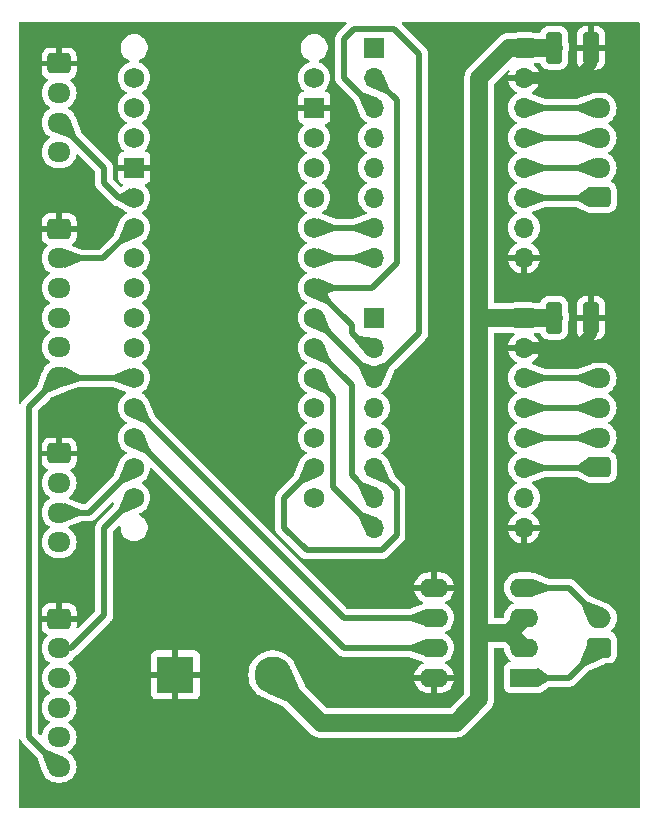
<source format=gtl>
G04 #@! TF.GenerationSoftware,KiCad,Pcbnew,7.0.8*
G04 #@! TF.CreationDate,2024-02-22T02:02:49-08:00*
G04 #@! TF.ProjectId,oc_v1,6f635f76-312e-46b6-9963-61645f706362,0*
G04 #@! TF.SameCoordinates,Original*
G04 #@! TF.FileFunction,Copper,L1,Top*
G04 #@! TF.FilePolarity,Positive*
%FSLAX46Y46*%
G04 Gerber Fmt 4.6, Leading zero omitted, Abs format (unit mm)*
G04 Created by KiCad (PCBNEW 7.0.8) date 2024-02-22 02:02:49*
%MOMM*%
%LPD*%
G01*
G04 APERTURE LIST*
G04 Aperture macros list*
%AMRoundRect*
0 Rectangle with rounded corners*
0 $1 Rounding radius*
0 $2 $3 $4 $5 $6 $7 $8 $9 X,Y pos of 4 corners*
0 Add a 4 corners polygon primitive as box body*
4,1,4,$2,$3,$4,$5,$6,$7,$8,$9,$2,$3,0*
0 Add four circle primitives for the rounded corners*
1,1,$1+$1,$2,$3*
1,1,$1+$1,$4,$5*
1,1,$1+$1,$6,$7*
1,1,$1+$1,$8,$9*
0 Add four rect primitives between the rounded corners*
20,1,$1+$1,$2,$3,$4,$5,0*
20,1,$1+$1,$4,$5,$6,$7,0*
20,1,$1+$1,$6,$7,$8,$9,0*
20,1,$1+$1,$8,$9,$2,$3,0*%
G04 Aperture macros list end*
G04 #@! TA.AperFunction,ComponentPad*
%ADD10R,3.145000X3.145000*%
G04 #@! TD*
G04 #@! TA.AperFunction,ComponentPad*
%ADD11C,3.145000*%
G04 #@! TD*
G04 #@! TA.AperFunction,SMDPad,CuDef*
%ADD12RoundRect,0.250000X-0.412500X-1.100000X0.412500X-1.100000X0.412500X1.100000X-0.412500X1.100000X0*%
G04 #@! TD*
G04 #@! TA.AperFunction,ComponentPad*
%ADD13RoundRect,0.250000X-0.725000X0.600000X-0.725000X-0.600000X0.725000X-0.600000X0.725000X0.600000X0*%
G04 #@! TD*
G04 #@! TA.AperFunction,ComponentPad*
%ADD14O,1.950000X1.700000*%
G04 #@! TD*
G04 #@! TA.AperFunction,ComponentPad*
%ADD15R,1.700000X1.700000*%
G04 #@! TD*
G04 #@! TA.AperFunction,ComponentPad*
%ADD16O,1.700000X1.700000*%
G04 #@! TD*
G04 #@! TA.AperFunction,ComponentPad*
%ADD17C,1.727200*%
G04 #@! TD*
G04 #@! TA.AperFunction,ComponentPad*
%ADD18R,1.727200X1.727200*%
G04 #@! TD*
G04 #@! TA.AperFunction,ComponentPad*
%ADD19RoundRect,0.250000X0.750000X-0.600000X0.750000X0.600000X-0.750000X0.600000X-0.750000X-0.600000X0*%
G04 #@! TD*
G04 #@! TA.AperFunction,ComponentPad*
%ADD20O,2.000000X1.700000*%
G04 #@! TD*
G04 #@! TA.AperFunction,ComponentPad*
%ADD21RoundRect,0.250000X0.725000X-0.600000X0.725000X0.600000X-0.725000X0.600000X-0.725000X-0.600000X0*%
G04 #@! TD*
G04 #@! TA.AperFunction,ComponentPad*
%ADD22R,2.400000X1.600000*%
G04 #@! TD*
G04 #@! TA.AperFunction,ComponentPad*
%ADD23O,2.400000X1.600000*%
G04 #@! TD*
G04 #@! TA.AperFunction,ViaPad*
%ADD24C,1.000000*%
G04 #@! TD*
G04 #@! TA.AperFunction,Conductor*
%ADD25C,0.500000*%
G04 #@! TD*
G04 #@! TA.AperFunction,Conductor*
%ADD26C,1.000000*%
G04 #@! TD*
G04 #@! TA.AperFunction,Conductor*
%ADD27C,1.500000*%
G04 #@! TD*
G04 APERTURE END LIST*
D10*
X126685000Y-102630000D03*
D11*
X134935000Y-102630000D03*
D12*
X158750000Y-72390000D03*
X161875000Y-72390000D03*
D13*
X116840000Y-50860000D03*
D14*
X116840000Y-53360000D03*
X116840000Y-55860000D03*
X116840000Y-58360000D03*
D15*
X143510000Y-72390000D03*
D16*
X143510000Y-74930000D03*
X143510000Y-77470000D03*
X143510000Y-80010000D03*
X143510000Y-82550000D03*
X143510000Y-85090000D03*
X143510000Y-87630000D03*
X143510000Y-90170000D03*
X156210000Y-90170000D03*
X156210000Y-87630000D03*
X156210000Y-85090000D03*
X156210000Y-82550000D03*
X156210000Y-80010000D03*
X156210000Y-77470000D03*
X156210000Y-74930000D03*
X156210000Y-72390000D03*
D17*
X138430000Y-85090000D03*
X138430000Y-59690000D03*
X138430000Y-80010000D03*
X138430000Y-77470000D03*
X138430000Y-74930000D03*
X138430000Y-72390000D03*
X138430000Y-69850000D03*
X138430000Y-67310000D03*
X138430000Y-64770000D03*
X138430000Y-62230000D03*
X138430000Y-82550000D03*
X138430000Y-57150000D03*
X123190000Y-54610000D03*
X123190000Y-52070000D03*
X123190000Y-62230000D03*
X123190000Y-64770000D03*
X123190000Y-67310000D03*
X123190000Y-69850000D03*
X123190000Y-72390000D03*
X123190000Y-74930000D03*
X123190000Y-77470000D03*
X123190000Y-80010000D03*
X123190000Y-82550000D03*
X123190000Y-85090000D03*
X123190000Y-87630000D03*
X138430000Y-87630000D03*
D18*
X123190000Y-59690000D03*
X138430000Y-54610000D03*
D17*
X123190000Y-57150000D03*
X138430000Y-52070000D03*
D13*
X116840000Y-97890000D03*
D14*
X116840000Y-100390000D03*
X116840000Y-102890000D03*
X116840000Y-105390000D03*
X116840000Y-107890000D03*
X116840000Y-110390000D03*
D12*
X158750000Y-49530000D03*
X161875000Y-49530000D03*
D13*
X116840000Y-83880000D03*
D14*
X116840000Y-86380000D03*
X116840000Y-88880000D03*
X116840000Y-91380000D03*
D19*
X162560000Y-100310000D03*
D20*
X162560000Y-97810000D03*
D21*
X162560000Y-62170000D03*
D14*
X162560000Y-59670000D03*
X162560000Y-57170000D03*
X162560000Y-54670000D03*
D21*
X162560000Y-85030000D03*
D14*
X162560000Y-82530000D03*
X162560000Y-80030000D03*
X162560000Y-77530000D03*
D22*
X156210000Y-102870000D03*
D23*
X156210000Y-100330000D03*
X156210000Y-97790000D03*
X156210000Y-95250000D03*
X148590000Y-95250000D03*
X148590000Y-97790000D03*
X148590000Y-100330000D03*
X148590000Y-102870000D03*
D15*
X143510000Y-49530000D03*
D16*
X143510000Y-52070000D03*
X143510000Y-54610000D03*
X143510000Y-57150000D03*
X143510000Y-59690000D03*
X143510000Y-62230000D03*
X143510000Y-64770000D03*
X143510000Y-67310000D03*
X156210000Y-67310000D03*
X156210000Y-64770000D03*
X156210000Y-62230000D03*
X156210000Y-59690000D03*
X156210000Y-57150000D03*
X156210000Y-54610000D03*
X156210000Y-52070000D03*
X156210000Y-49530000D03*
D13*
X116840000Y-64870000D03*
D14*
X116840000Y-67370000D03*
X116840000Y-69870000D03*
X116840000Y-72370000D03*
X116840000Y-74870000D03*
X116840000Y-77370000D03*
D24*
X149860000Y-113030000D03*
X142240000Y-101600000D03*
X127000000Y-88900000D03*
X142240000Y-96520000D03*
X127000000Y-48260000D03*
X127000000Y-113030000D03*
X165100000Y-87630000D03*
X165100000Y-71120000D03*
X114300000Y-48260000D03*
X165100000Y-95250000D03*
X149860000Y-92710000D03*
X157480000Y-113030000D03*
X149860000Y-48260000D03*
X114300000Y-62230000D03*
X165100000Y-48260000D03*
X115570000Y-81280000D03*
X149860000Y-69850000D03*
X154940000Y-69850000D03*
X115570000Y-95250000D03*
X140970000Y-62230000D03*
X165100000Y-113030000D03*
X134620000Y-113030000D03*
X134620000Y-59690000D03*
X154940000Y-92710000D03*
X119380000Y-113030000D03*
X134620000Y-48260000D03*
X119380000Y-64770000D03*
X134620000Y-96520000D03*
X134620000Y-88900000D03*
X165100000Y-64770000D03*
X142240000Y-113030000D03*
X165100000Y-102870000D03*
X127000000Y-81280000D03*
X127000000Y-59690000D03*
D25*
X138430000Y-85090000D02*
X135890000Y-87630000D01*
X145415000Y-90805000D02*
X145415000Y-86995000D01*
X137795000Y-92075000D02*
X144145000Y-92075000D01*
X135890000Y-87630000D02*
X135890000Y-90170000D01*
X144145000Y-92075000D02*
X145415000Y-90805000D01*
X145415000Y-86995000D02*
X143510000Y-85090000D01*
X135890000Y-90170000D02*
X137795000Y-92075000D01*
X123190000Y-82550000D02*
X140970000Y-100330000D01*
X140970000Y-100330000D02*
X148590000Y-100330000D01*
X140970000Y-97790000D02*
X148590000Y-97790000D01*
X123190000Y-80010000D02*
X140970000Y-97790000D01*
X121920000Y-62230000D02*
X123190000Y-62230000D01*
X120650000Y-59670000D02*
X120650000Y-60960000D01*
X116840000Y-55860000D02*
X120650000Y-59670000D01*
X120650000Y-60960000D02*
X121920000Y-62230000D01*
X116840000Y-67370000D02*
X120590000Y-67370000D01*
X120590000Y-67370000D02*
X123190000Y-64770000D01*
X116840000Y-88880000D02*
X119400000Y-88880000D01*
X119400000Y-88880000D02*
X123190000Y-85090000D01*
X120650000Y-90170000D02*
X123190000Y-87630000D01*
X116840000Y-100390000D02*
X117811258Y-100390000D01*
X117811258Y-100390000D02*
X120650000Y-97551258D01*
X120650000Y-97551258D02*
X120650000Y-90170000D01*
X138430000Y-64770000D02*
X143510000Y-64770000D01*
X138430000Y-67310000D02*
X143510000Y-67310000D01*
X143510000Y-87630000D02*
X141605000Y-85725000D01*
X141605000Y-78105000D02*
X138430000Y-74930000D01*
X141605000Y-85725000D02*
X141605000Y-78105000D01*
X140043600Y-79083600D02*
X138430000Y-77470000D01*
X140043600Y-86703600D02*
X140043600Y-79083600D01*
X143510000Y-90170000D02*
X140043600Y-86703600D01*
D26*
X161875000Y-73740000D02*
X161875000Y-72390000D01*
X156210000Y-74930000D02*
X160685000Y-74930000D01*
X160685000Y-52070000D02*
X161875000Y-50880000D01*
X156210000Y-52070000D02*
X160685000Y-52070000D01*
X160685000Y-74930000D02*
X161875000Y-73740000D01*
X161875000Y-50880000D02*
X161875000Y-49530000D01*
D27*
X154940000Y-49530000D02*
X156210000Y-49530000D01*
X152400000Y-72390000D02*
X152400000Y-52070000D01*
X154940000Y-99060000D02*
X156210000Y-97790000D01*
X150415000Y-106680000D02*
X152400000Y-104695000D01*
X152400000Y-104695000D02*
X152400000Y-99060000D01*
X152400000Y-99060000D02*
X154940000Y-99060000D01*
X156210000Y-72390000D02*
X158750000Y-72390000D01*
X154940000Y-99060000D02*
X156210000Y-100330000D01*
X152400000Y-99060000D02*
X152400000Y-72390000D01*
X156210000Y-72390000D02*
X152400000Y-72390000D01*
X138985000Y-106680000D02*
X150415000Y-106680000D01*
X156210000Y-49530000D02*
X158750000Y-49530000D01*
X152400000Y-52070000D02*
X154940000Y-49530000D01*
X134935000Y-102630000D02*
X138985000Y-106680000D01*
D25*
X156210000Y-62230000D02*
X162500000Y-62230000D01*
X162500000Y-62230000D02*
X162560000Y-62170000D01*
X156210000Y-59690000D02*
X162540000Y-59690000D01*
X162540000Y-59690000D02*
X162560000Y-59670000D01*
X156210000Y-57150000D02*
X162540000Y-57150000D01*
X162540000Y-57150000D02*
X162560000Y-57170000D01*
X156210000Y-54610000D02*
X162500000Y-54610000D01*
X162500000Y-54610000D02*
X162560000Y-54670000D01*
X156210000Y-85090000D02*
X162500000Y-85090000D01*
X162500000Y-85090000D02*
X162560000Y-85030000D01*
X162540000Y-82550000D02*
X162560000Y-82530000D01*
X156210000Y-82550000D02*
X162540000Y-82550000D01*
X156210000Y-80010000D02*
X162540000Y-80010000D01*
X162540000Y-80010000D02*
X162560000Y-80030000D01*
X162500000Y-77470000D02*
X162560000Y-77530000D01*
X156210000Y-77470000D02*
X162500000Y-77470000D01*
X156210000Y-102870000D02*
X160000000Y-102870000D01*
X160000000Y-102870000D02*
X162560000Y-100310000D01*
X160000000Y-95250000D02*
X156210000Y-95250000D01*
X162560000Y-97810000D02*
X160000000Y-95250000D01*
X147320000Y-50054670D02*
X145195330Y-47930000D01*
X138430000Y-72390000D02*
X143510000Y-77470000D01*
X140970000Y-52070000D02*
X143510000Y-54610000D01*
X143510000Y-77470000D02*
X147320000Y-73660000D01*
X145195330Y-47930000D02*
X141824670Y-47930000D01*
X147320000Y-73660000D02*
X147320000Y-50054670D01*
X140970000Y-48784670D02*
X140970000Y-52070000D01*
X141824670Y-47930000D02*
X140970000Y-48784670D01*
X142875000Y-74930000D02*
X141605000Y-73660000D01*
X143289340Y-69850000D02*
X138430000Y-69850000D01*
X143510000Y-74930000D02*
X142875000Y-74930000D01*
X145415000Y-53975000D02*
X145415000Y-67724340D01*
X145415000Y-67724340D02*
X143289340Y-69850000D01*
X141605000Y-73025000D02*
X138430000Y-69850000D01*
X141605000Y-73660000D02*
X141605000Y-73025000D01*
X143510000Y-52070000D02*
X145415000Y-53975000D01*
X114300000Y-107850000D02*
X116840000Y-110390000D01*
X123190000Y-77470000D02*
X116940000Y-77470000D01*
X116840000Y-77370000D02*
X114300000Y-79910000D01*
X116940000Y-77470000D02*
X116840000Y-77370000D01*
X114300000Y-79910000D02*
X114300000Y-107850000D01*
G04 #@! TA.AperFunction,Conductor*
G36*
X136429709Y-102147941D02*
G01*
X136434951Y-102153325D01*
X137267111Y-103897548D01*
X137267580Y-103906490D01*
X137264824Y-103910859D01*
X136215859Y-104959824D01*
X136207586Y-104963251D01*
X136202548Y-104962111D01*
X134458325Y-104129951D01*
X134452334Y-104123295D01*
X134452234Y-104115782D01*
X134520106Y-103906490D01*
X134932452Y-102634969D01*
X134938262Y-102628158D01*
X134939963Y-102627454D01*
X136420782Y-102147234D01*
X136429709Y-102147941D01*
G37*
G04 #@! TD.AperFunction*
G04 #@! TA.AperFunction,Conductor*
G36*
X139226216Y-74603901D02*
G01*
X139232449Y-74610024D01*
X139722414Y-75732450D01*
X139824899Y-75967224D01*
X139825068Y-75976177D01*
X139822449Y-75980178D01*
X139480178Y-76322449D01*
X139471905Y-76325876D01*
X139467225Y-76324899D01*
X138110024Y-75732449D01*
X138103814Y-75725999D01*
X138103891Y-75717262D01*
X138427438Y-74933783D01*
X138433759Y-74927448D01*
X139217262Y-74603892D01*
X139226216Y-74603901D01*
G37*
G04 #@! TD.AperFunction*
G04 #@! TA.AperFunction,Conductor*
G36*
X162109362Y-56388497D02*
G01*
X162114673Y-56393322D01*
X162557649Y-57164170D01*
X162558800Y-57173051D01*
X162557649Y-57175830D01*
X162114801Y-57946453D01*
X162107708Y-57951918D01*
X162100264Y-57951467D01*
X160746285Y-57402960D01*
X160739904Y-57396678D01*
X160738978Y-57392116D01*
X160738978Y-56908101D01*
X160742405Y-56899828D01*
X160746559Y-56897149D01*
X162100413Y-56388200D01*
X162109362Y-56388497D01*
G37*
G04 #@! TD.AperFunction*
G04 #@! TA.AperFunction,Conductor*
G36*
X162109496Y-76748408D02*
G01*
X162114553Y-76753114D01*
X162557649Y-77524170D01*
X162558800Y-77533051D01*
X162557649Y-77535830D01*
X162114941Y-78306210D01*
X162107848Y-78311675D01*
X162100113Y-78311102D01*
X160753951Y-77723064D01*
X160747742Y-77716612D01*
X160746935Y-77712342D01*
X160746935Y-77228310D01*
X160750362Y-77220037D01*
X160754781Y-77217263D01*
X162100557Y-76747897D01*
X162109496Y-76748408D01*
G37*
G04 #@! TD.AperFunction*
G04 #@! TA.AperFunction,Conductor*
G36*
X117299654Y-88098351D02*
G01*
X118657545Y-88627097D01*
X118664011Y-88633293D01*
X118665000Y-88638000D01*
X118665000Y-89121999D01*
X118661573Y-89130272D01*
X118657545Y-89132902D01*
X117299656Y-89661647D01*
X117290704Y-89661455D01*
X117285268Y-89656575D01*
X116842349Y-88885829D01*
X116841199Y-88876949D01*
X116842350Y-88874170D01*
X116980773Y-88633293D01*
X117285269Y-88103423D01*
X117292360Y-88097960D01*
X117299654Y-88098351D01*
G37*
G04 #@! TD.AperFunction*
G04 #@! TA.AperFunction,Conductor*
G36*
X122857791Y-76676494D02*
G01*
X122863915Y-76682728D01*
X123189134Y-77465511D01*
X123189143Y-77474466D01*
X123189134Y-77474489D01*
X122863915Y-78257271D01*
X122857576Y-78263596D01*
X122848838Y-78263674D01*
X121470228Y-77722913D01*
X121463777Y-77716702D01*
X121462800Y-77712021D01*
X121462800Y-77227978D01*
X121466227Y-77219705D01*
X121470226Y-77217086D01*
X122848840Y-76676325D01*
X122857791Y-76676494D01*
G37*
G04 #@! TD.AperFunction*
G04 #@! TA.AperFunction,Conductor*
G36*
X140149772Y-64517086D02*
G01*
X140156223Y-64523297D01*
X140157200Y-64527978D01*
X140157200Y-65012021D01*
X140153773Y-65020294D01*
X140149772Y-65022913D01*
X138771161Y-65563674D01*
X138762208Y-65563505D01*
X138756085Y-65557272D01*
X138430864Y-64774488D01*
X138430856Y-64765534D01*
X138430865Y-64765511D01*
X138529552Y-64527978D01*
X138756086Y-63982725D01*
X138762423Y-63976403D01*
X138771159Y-63976325D01*
X140149772Y-64517086D01*
G37*
G04 #@! TD.AperFunction*
G04 #@! TA.AperFunction,Conductor*
G36*
X157902545Y-84837097D02*
G01*
X157909011Y-84843293D01*
X157910000Y-84848000D01*
X157910000Y-85331999D01*
X157906573Y-85340272D01*
X157902545Y-85342902D01*
X156545941Y-85871146D01*
X156536989Y-85870954D01*
X156530891Y-85864732D01*
X156210865Y-85094489D01*
X156210856Y-85085534D01*
X156210865Y-85085511D01*
X156309548Y-84848000D01*
X156530891Y-84315266D01*
X156537230Y-84308942D01*
X156545941Y-84308853D01*
X157902545Y-84837097D01*
G37*
G04 #@! TD.AperFunction*
G04 #@! TA.AperFunction,Conductor*
G36*
X157416524Y-102074485D02*
G01*
X158204928Y-102616513D01*
X158209804Y-102624024D01*
X158210000Y-102626154D01*
X158210000Y-103113846D01*
X158206573Y-103122119D01*
X158204928Y-103123487D01*
X157416524Y-103665514D01*
X157407766Y-103667377D01*
X157403410Y-103665610D01*
X156589547Y-103123487D01*
X156223616Y-102879736D01*
X156218631Y-102872299D01*
X156220366Y-102863514D01*
X156223615Y-102860264D01*
X157403411Y-102074388D01*
X157412195Y-102072654D01*
X157416524Y-102074485D01*
G37*
G04 #@! TD.AperFunction*
G04 #@! TA.AperFunction,Conductor*
G36*
X140149772Y-69597086D02*
G01*
X140156223Y-69603297D01*
X140157200Y-69607978D01*
X140157200Y-70092021D01*
X140153773Y-70100294D01*
X140149772Y-70102913D01*
X138771161Y-70643674D01*
X138762208Y-70643505D01*
X138756085Y-70637272D01*
X138430864Y-69854488D01*
X138430856Y-69845534D01*
X138430865Y-69845511D01*
X138529552Y-69607978D01*
X138756086Y-69062725D01*
X138762423Y-69056403D01*
X138771159Y-69056325D01*
X140149772Y-69597086D01*
G37*
G04 #@! TD.AperFunction*
G04 #@! TA.AperFunction,Conductor*
G36*
X142492016Y-53234359D02*
G01*
X142497565Y-53236798D01*
X143824807Y-53820099D01*
X143831003Y-53826565D01*
X143830914Y-53835276D01*
X143512562Y-54606214D01*
X143506237Y-54612553D01*
X143506214Y-54612562D01*
X142735276Y-54930914D01*
X142726321Y-54930905D01*
X142720099Y-54924807D01*
X142134360Y-53592018D01*
X142134168Y-53583066D01*
X142136796Y-53579040D01*
X142479039Y-53236797D01*
X142487311Y-53233371D01*
X142492016Y-53234359D01*
G37*
G04 #@! TD.AperFunction*
G04 #@! TA.AperFunction,Conductor*
G36*
X123986216Y-79683901D02*
G01*
X123992449Y-79690024D01*
X124482414Y-80812450D01*
X124584899Y-81047224D01*
X124585068Y-81056177D01*
X124582449Y-81060178D01*
X124240178Y-81402449D01*
X124231905Y-81405876D01*
X124227225Y-81404899D01*
X122870024Y-80812449D01*
X122863814Y-80805999D01*
X122863891Y-80797262D01*
X123187438Y-80013783D01*
X123193759Y-80007448D01*
X123977262Y-79683892D01*
X123986216Y-79683901D01*
G37*
G04 #@! TD.AperFunction*
G04 #@! TA.AperFunction,Conductor*
G36*
X115771904Y-108964189D02*
G01*
X117236932Y-109591446D01*
X117243188Y-109597852D01*
X117243082Y-109606806D01*
X117242735Y-109607544D01*
X116842960Y-110386317D01*
X116836133Y-110392112D01*
X116835991Y-110392157D01*
X115931906Y-110670228D01*
X115922991Y-110669385D01*
X115917513Y-110663158D01*
X115815722Y-110392112D01*
X115413723Y-109321680D01*
X115414022Y-109312734D01*
X115416400Y-109309300D01*
X115759028Y-108966672D01*
X115767300Y-108963246D01*
X115771904Y-108964189D01*
G37*
G04 #@! TD.AperFunction*
G04 #@! TA.AperFunction,Conductor*
G36*
X144540961Y-76096798D02*
G01*
X144883201Y-76439038D01*
X144886628Y-76447311D01*
X144885639Y-76452018D01*
X144299900Y-77784807D01*
X144293434Y-77791003D01*
X144284723Y-77790914D01*
X143513785Y-77472562D01*
X143507447Y-77466238D01*
X143189085Y-76695274D01*
X143189094Y-76686321D01*
X143195191Y-76680099D01*
X144527982Y-76094359D01*
X144536933Y-76094168D01*
X144540961Y-76096798D01*
G37*
G04 #@! TD.AperFunction*
G04 #@! TA.AperFunction,Conductor*
G36*
X141140986Y-47390407D02*
G01*
X141176950Y-47439907D01*
X141176950Y-47501093D01*
X141152798Y-47540504D01*
X140483068Y-48210231D01*
X140472188Y-48219634D01*
X140451471Y-48235058D01*
X140451469Y-48235060D01*
X140417537Y-48275496D01*
X140414628Y-48278672D01*
X140408414Y-48284888D01*
X140408405Y-48284897D01*
X140388059Y-48310629D01*
X140338698Y-48369455D01*
X140338697Y-48369457D01*
X140338269Y-48370310D01*
X140327481Y-48387244D01*
X140326888Y-48387993D01*
X140294424Y-48457612D01*
X140259960Y-48526235D01*
X140259959Y-48526237D01*
X140259744Y-48527148D01*
X140253143Y-48546139D01*
X140252744Y-48546993D01*
X140252740Y-48547005D01*
X140245003Y-48584478D01*
X140237207Y-48622235D01*
X140223399Y-48680500D01*
X140219500Y-48696950D01*
X140219500Y-48697879D01*
X140217455Y-48717896D01*
X140217265Y-48718812D01*
X140219500Y-48795586D01*
X140219500Y-52008115D01*
X140218455Y-52022461D01*
X140217658Y-52027902D01*
X140214711Y-52048023D01*
X140219312Y-52100624D01*
X140219500Y-52104923D01*
X140219500Y-52113707D01*
X140223306Y-52146275D01*
X140230000Y-52222796D01*
X140230299Y-52223697D01*
X140234649Y-52243316D01*
X140234758Y-52244253D01*
X140261025Y-52316423D01*
X140285186Y-52389335D01*
X140285682Y-52390139D01*
X140294437Y-52408222D01*
X140294763Y-52409117D01*
X140336965Y-52473283D01*
X140377288Y-52538656D01*
X140377293Y-52538661D01*
X140377957Y-52539326D01*
X140390654Y-52554913D01*
X140391167Y-52555693D01*
X140447018Y-52608386D01*
X141687871Y-53849238D01*
X141708500Y-53879410D01*
X141936631Y-54398498D01*
X142219330Y-55041752D01*
X142257327Y-55128209D01*
X142271539Y-55156751D01*
X142278893Y-55171520D01*
X142278895Y-55171522D01*
X142278897Y-55171526D01*
X142279642Y-55172501D01*
X142290707Y-55190776D01*
X142335959Y-55287819D01*
X142335963Y-55287827D01*
X142450019Y-55450717D01*
X142471505Y-55481401D01*
X142638599Y-55648495D01*
X142832170Y-55784035D01*
X142845552Y-55790275D01*
X142890300Y-55832003D01*
X142901975Y-55892064D01*
X142876117Y-55947517D01*
X142845554Y-55969724D01*
X142832173Y-55975963D01*
X142638603Y-56111501D01*
X142471501Y-56278603D01*
X142335963Y-56472173D01*
X142335959Y-56472181D01*
X142236098Y-56686332D01*
X142174935Y-56914599D01*
X142154341Y-57149995D01*
X142154341Y-57150004D01*
X142174935Y-57385400D01*
X142174936Y-57385407D01*
X142174937Y-57385408D01*
X142236097Y-57613663D01*
X142335965Y-57827830D01*
X142383934Y-57896337D01*
X142450019Y-57990717D01*
X142471505Y-58021401D01*
X142638599Y-58188495D01*
X142832170Y-58324035D01*
X142841192Y-58328242D01*
X142845552Y-58330275D01*
X142890300Y-58372003D01*
X142901975Y-58432064D01*
X142876117Y-58487517D01*
X142845554Y-58509724D01*
X142832173Y-58515963D01*
X142638603Y-58651501D01*
X142471501Y-58818603D01*
X142335963Y-59012173D01*
X142335959Y-59012181D01*
X142236098Y-59226332D01*
X142174935Y-59454599D01*
X142154341Y-59689995D01*
X142154341Y-59690004D01*
X142174935Y-59925400D01*
X142174936Y-59925407D01*
X142174937Y-59925408D01*
X142236097Y-60153663D01*
X142335965Y-60367830D01*
X142386849Y-60440500D01*
X142457500Y-60541401D01*
X142471505Y-60561401D01*
X142638599Y-60728495D01*
X142832170Y-60864035D01*
X142845552Y-60870275D01*
X142890300Y-60912003D01*
X142901975Y-60972064D01*
X142876117Y-61027517D01*
X142845554Y-61049724D01*
X142832173Y-61055963D01*
X142638603Y-61191501D01*
X142471501Y-61358603D01*
X142335963Y-61552173D01*
X142335959Y-61552181D01*
X142236098Y-61766332D01*
X142174935Y-61994599D01*
X142154341Y-62229995D01*
X142154341Y-62230004D01*
X142174935Y-62465400D01*
X142174936Y-62465407D01*
X142174937Y-62465408D01*
X142236097Y-62693663D01*
X142335965Y-62907830D01*
X142363572Y-62947257D01*
X142463055Y-63089334D01*
X142471505Y-63101401D01*
X142638599Y-63268495D01*
X142832170Y-63404035D01*
X142832177Y-63404038D01*
X142835039Y-63405691D01*
X142875978Y-63451162D01*
X142882372Y-63512012D01*
X142851777Y-63565000D01*
X142821458Y-63583679D01*
X141719540Y-64012753D01*
X141683618Y-64019500D01*
X140284265Y-64019500D01*
X140248114Y-64012663D01*
X139144253Y-63579673D01*
X139096985Y-63540823D01*
X139081580Y-63481608D01*
X139103923Y-63424648D01*
X139133286Y-63400442D01*
X139178649Y-63375893D01*
X139357046Y-63237040D01*
X139510156Y-63070719D01*
X139633802Y-62881465D01*
X139724611Y-62674441D01*
X139780107Y-62455293D01*
X139798775Y-62230000D01*
X139780107Y-62004707D01*
X139724611Y-61785559D01*
X139633802Y-61578535D01*
X139564691Y-61472753D01*
X139510157Y-61389282D01*
X139357048Y-61222962D01*
X139357042Y-61222957D01*
X139353299Y-61220044D01*
X139311943Y-61187855D01*
X139178652Y-61084109D01*
X139178649Y-61084107D01*
X139139528Y-61062936D01*
X139110204Y-61047066D01*
X139068028Y-61002744D01*
X139059958Y-60942093D01*
X139089079Y-60888282D01*
X139110203Y-60872934D01*
X139178649Y-60835893D01*
X139357046Y-60697040D01*
X139510156Y-60530719D01*
X139633802Y-60341465D01*
X139724611Y-60134441D01*
X139780107Y-59915293D01*
X139798775Y-59690000D01*
X139780107Y-59464707D01*
X139724611Y-59245559D01*
X139633802Y-59038535D01*
X139633799Y-59038530D01*
X139510157Y-58849282D01*
X139357048Y-58682962D01*
X139357042Y-58682957D01*
X139178652Y-58544109D01*
X139178649Y-58544107D01*
X139132327Y-58519039D01*
X139110204Y-58507066D01*
X139068028Y-58462744D01*
X139059958Y-58402093D01*
X139089079Y-58348282D01*
X139110203Y-58332934D01*
X139178649Y-58295893D01*
X139357046Y-58157040D01*
X139510156Y-57990719D01*
X139633802Y-57801465D01*
X139724611Y-57594441D01*
X139780107Y-57375293D01*
X139798775Y-57150000D01*
X139780107Y-56924707D01*
X139724611Y-56705559D01*
X139633802Y-56498535D01*
X139629651Y-56492181D01*
X139510157Y-56309282D01*
X139357048Y-56142962D01*
X139354029Y-56140183D01*
X139354709Y-56139443D01*
X139322836Y-56092370D01*
X139324862Y-56031218D01*
X139362446Y-55982936D01*
X139395190Y-55968564D01*
X139400982Y-55967195D01*
X139535688Y-55916953D01*
X139535690Y-55916952D01*
X139650784Y-55830792D01*
X139650792Y-55830784D01*
X139736952Y-55715690D01*
X139736953Y-55715688D01*
X139787196Y-55580981D01*
X139787198Y-55580970D01*
X139793600Y-55521424D01*
X139793600Y-54860001D01*
X139793599Y-54860000D01*
X138873196Y-54860000D01*
X138896845Y-54823201D01*
X138938000Y-54683039D01*
X138938000Y-54536961D01*
X138896845Y-54396799D01*
X138873196Y-54360000D01*
X139793599Y-54360000D01*
X139793600Y-54359999D01*
X139793600Y-53698575D01*
X139787198Y-53639029D01*
X139787196Y-53639018D01*
X139736953Y-53504311D01*
X139736952Y-53504309D01*
X139650792Y-53389215D01*
X139650784Y-53389207D01*
X139535690Y-53303047D01*
X139535688Y-53303046D01*
X139400978Y-53252802D01*
X139395182Y-53251433D01*
X139342900Y-53219649D01*
X139319285Y-53163204D01*
X139333358Y-53103659D01*
X139354321Y-53080134D01*
X139354029Y-53079817D01*
X139357043Y-53077042D01*
X139357046Y-53077040D01*
X139510156Y-52910719D01*
X139633802Y-52721465D01*
X139724611Y-52514441D01*
X139780107Y-52295293D01*
X139798775Y-52070000D01*
X139780107Y-51844707D01*
X139724611Y-51625559D01*
X139633802Y-51418535D01*
X139616578Y-51392171D01*
X139510157Y-51229282D01*
X139357048Y-51062962D01*
X139357042Y-51062957D01*
X139178652Y-50924109D01*
X139178649Y-50924107D01*
X138979834Y-50816513D01*
X138907570Y-50791705D01*
X138876610Y-50781076D01*
X138827712Y-50744300D01*
X138809770Y-50685804D01*
X138829636Y-50627934D01*
X138864624Y-50598822D01*
X139038255Y-50512366D01*
X139208407Y-50383872D01*
X139352052Y-50226302D01*
X139464298Y-50045019D01*
X139541321Y-49846198D01*
X139580500Y-49636610D01*
X139580500Y-49423390D01*
X139541321Y-49213802D01*
X139464298Y-49014981D01*
X139390346Y-48895545D01*
X139352053Y-48833699D01*
X139352047Y-48833692D01*
X139227388Y-48696949D01*
X139208407Y-48676128D01*
X139038255Y-48547634D01*
X138847389Y-48452595D01*
X138642310Y-48394244D01*
X138642312Y-48394244D01*
X138483196Y-48379500D01*
X138483194Y-48379500D01*
X138376806Y-48379500D01*
X138376803Y-48379500D01*
X138217688Y-48394244D01*
X138063931Y-48437993D01*
X138012611Y-48452595D01*
X138012610Y-48452595D01*
X138012608Y-48452596D01*
X137821752Y-48547630D01*
X137821743Y-48547635D01*
X137722958Y-48622235D01*
X137651593Y-48676128D01*
X137651589Y-48676131D01*
X137651586Y-48676135D01*
X137507952Y-48833692D01*
X137507946Y-48833699D01*
X137395705Y-49014975D01*
X137395702Y-49014980D01*
X137318678Y-49213804D01*
X137279500Y-49423390D01*
X137279500Y-49636609D01*
X137306304Y-49780001D01*
X137318679Y-49846198D01*
X137340248Y-49901875D01*
X137395702Y-50045019D01*
X137395705Y-50045024D01*
X137507946Y-50226300D01*
X137507952Y-50226307D01*
X137602139Y-50329623D01*
X137651593Y-50383872D01*
X137821745Y-50512366D01*
X137821751Y-50512369D01*
X137821756Y-50512372D01*
X137995370Y-50598820D01*
X138039033Y-50641682D01*
X138049163Y-50702023D01*
X138021891Y-50756794D01*
X137983388Y-50781077D01*
X137880165Y-50816513D01*
X137681350Y-50924107D01*
X137681347Y-50924109D01*
X137502957Y-51062957D01*
X137502951Y-51062962D01*
X137349842Y-51229282D01*
X137226200Y-51418530D01*
X137226197Y-51418535D01*
X137135389Y-51625558D01*
X137079892Y-51844708D01*
X137061225Y-52070000D01*
X137079892Y-52295291D01*
X137135389Y-52514441D01*
X137226197Y-52721464D01*
X137226200Y-52721469D01*
X137349842Y-52910717D01*
X137502951Y-53077037D01*
X137505971Y-53079817D01*
X137505289Y-53080557D01*
X137537162Y-53127625D01*
X137535138Y-53188777D01*
X137497557Y-53237060D01*
X137464819Y-53251432D01*
X137459026Y-53252801D01*
X137324311Y-53303046D01*
X137324309Y-53303047D01*
X137209215Y-53389207D01*
X137209207Y-53389215D01*
X137123047Y-53504309D01*
X137123046Y-53504311D01*
X137072803Y-53639018D01*
X137072801Y-53639029D01*
X137066400Y-53698575D01*
X137066400Y-54359999D01*
X137066401Y-54360000D01*
X137986804Y-54360000D01*
X137963155Y-54396799D01*
X137922000Y-54536961D01*
X137922000Y-54683039D01*
X137963155Y-54823201D01*
X137986804Y-54860000D01*
X137066401Y-54860000D01*
X137066400Y-54860001D01*
X137066400Y-55521424D01*
X137066399Y-55521424D01*
X137072801Y-55580970D01*
X137072803Y-55580981D01*
X137123046Y-55715688D01*
X137123047Y-55715690D01*
X137209207Y-55830784D01*
X137209215Y-55830792D01*
X137324309Y-55916952D01*
X137324311Y-55916953D01*
X137459021Y-55967197D01*
X137464811Y-55968565D01*
X137517095Y-56000346D01*
X137540713Y-56056789D01*
X137526644Y-56116335D01*
X137505681Y-56139868D01*
X137505971Y-56140183D01*
X137502951Y-56142962D01*
X137349842Y-56309282D01*
X137226200Y-56498530D01*
X137226197Y-56498535D01*
X137135389Y-56705558D01*
X137079892Y-56924708D01*
X137061225Y-57150000D01*
X137079892Y-57375291D01*
X137135389Y-57594441D01*
X137226197Y-57801464D01*
X137226200Y-57801469D01*
X137349842Y-57990717D01*
X137401306Y-58046622D01*
X137502954Y-58157040D01*
X137681351Y-58295893D01*
X137733353Y-58324035D01*
X137749793Y-58332932D01*
X137791971Y-58377257D01*
X137800041Y-58437907D01*
X137770920Y-58491718D01*
X137749793Y-58507068D01*
X137681350Y-58544107D01*
X137681347Y-58544109D01*
X137502957Y-58682957D01*
X137502951Y-58682962D01*
X137349842Y-58849282D01*
X137226200Y-59038530D01*
X137226197Y-59038535D01*
X137135389Y-59245558D01*
X137079892Y-59464708D01*
X137061225Y-59690000D01*
X137079892Y-59915291D01*
X137135389Y-60134441D01*
X137226197Y-60341464D01*
X137226200Y-60341469D01*
X137349842Y-60530717D01*
X137435357Y-60623611D01*
X137502954Y-60697040D01*
X137681351Y-60835893D01*
X137733353Y-60864035D01*
X137749793Y-60872932D01*
X137791971Y-60917257D01*
X137800041Y-60977907D01*
X137770920Y-61031718D01*
X137749793Y-61047068D01*
X137681350Y-61084107D01*
X137681347Y-61084109D01*
X137502957Y-61222957D01*
X137502951Y-61222962D01*
X137349842Y-61389282D01*
X137226200Y-61578530D01*
X137226197Y-61578535D01*
X137135389Y-61785558D01*
X137079892Y-62004708D01*
X137061225Y-62230000D01*
X137079892Y-62455291D01*
X137135389Y-62674441D01*
X137226197Y-62881464D01*
X137226200Y-62881469D01*
X137349842Y-63070717D01*
X137401306Y-63126622D01*
X137502954Y-63237040D01*
X137681351Y-63375893D01*
X137726714Y-63400442D01*
X137749793Y-63412932D01*
X137791971Y-63457257D01*
X137800041Y-63517907D01*
X137770920Y-63571718D01*
X137749793Y-63587068D01*
X137681350Y-63624107D01*
X137681347Y-63624109D01*
X137502957Y-63762957D01*
X137502951Y-63762962D01*
X137349842Y-63929282D01*
X137226200Y-64118530D01*
X137226197Y-64118535D01*
X137135389Y-64325558D01*
X137079892Y-64544708D01*
X137061225Y-64770000D01*
X137079892Y-64995291D01*
X137135389Y-65214441D01*
X137226197Y-65421464D01*
X137226200Y-65421469D01*
X137349842Y-65610717D01*
X137401306Y-65666622D01*
X137502954Y-65777040D01*
X137681351Y-65915893D01*
X137733353Y-65944035D01*
X137749793Y-65952932D01*
X137791971Y-65997257D01*
X137800041Y-66057907D01*
X137770920Y-66111718D01*
X137749793Y-66127068D01*
X137681350Y-66164107D01*
X137681347Y-66164109D01*
X137502957Y-66302957D01*
X137502951Y-66302962D01*
X137349842Y-66469282D01*
X137226200Y-66658530D01*
X137226197Y-66658535D01*
X137135389Y-66865558D01*
X137079892Y-67084708D01*
X137061225Y-67310000D01*
X137079892Y-67535291D01*
X137135389Y-67754441D01*
X137226197Y-67961464D01*
X137226200Y-67961469D01*
X137349842Y-68150717D01*
X137463286Y-68273950D01*
X137502954Y-68317040D01*
X137681351Y-68455893D01*
X137732549Y-68483600D01*
X137749793Y-68492932D01*
X137791971Y-68537257D01*
X137800041Y-68597907D01*
X137770920Y-68651718D01*
X137749793Y-68667068D01*
X137681350Y-68704107D01*
X137681347Y-68704109D01*
X137502957Y-68842957D01*
X137502951Y-68842962D01*
X137349842Y-69009282D01*
X137226200Y-69198530D01*
X137226197Y-69198535D01*
X137135389Y-69405558D01*
X137079892Y-69624708D01*
X137061225Y-69850000D01*
X137079892Y-70075291D01*
X137135389Y-70294441D01*
X137226197Y-70501464D01*
X137226200Y-70501469D01*
X137349842Y-70690717D01*
X137349844Y-70690719D01*
X137502954Y-70857040D01*
X137681351Y-70995893D01*
X137749792Y-71032931D01*
X137791971Y-71077255D01*
X137800041Y-71137905D01*
X137770921Y-71191717D01*
X137749794Y-71207066D01*
X137681355Y-71244104D01*
X137681347Y-71244109D01*
X137502957Y-71382957D01*
X137502951Y-71382962D01*
X137349842Y-71549282D01*
X137226200Y-71738530D01*
X137226197Y-71738535D01*
X137135389Y-71945558D01*
X137079892Y-72164708D01*
X137061225Y-72390000D01*
X137079892Y-72615291D01*
X137135389Y-72834441D01*
X137226197Y-73041464D01*
X137226200Y-73041469D01*
X137349842Y-73230717D01*
X137484391Y-73376876D01*
X137502954Y-73397040D01*
X137681351Y-73535893D01*
X137749792Y-73572931D01*
X137791971Y-73617255D01*
X137800041Y-73677905D01*
X137770921Y-73731717D01*
X137749794Y-73747066D01*
X137681355Y-73784104D01*
X137681347Y-73784109D01*
X137502957Y-73922957D01*
X137502951Y-73922962D01*
X137349842Y-74089282D01*
X137226200Y-74278530D01*
X137226197Y-74278535D01*
X137135389Y-74485558D01*
X137079892Y-74704708D01*
X137061225Y-74930000D01*
X137079892Y-75155291D01*
X137135389Y-75374441D01*
X137226197Y-75581464D01*
X137226200Y-75581469D01*
X137349842Y-75770717D01*
X137349844Y-75770719D01*
X137502954Y-75937040D01*
X137681351Y-76075893D01*
X137749792Y-76112931D01*
X137791971Y-76157255D01*
X137800041Y-76217905D01*
X137770921Y-76271717D01*
X137749794Y-76287066D01*
X137681355Y-76324104D01*
X137681347Y-76324109D01*
X137502957Y-76462957D01*
X137502951Y-76462962D01*
X137349842Y-76629282D01*
X137226200Y-76818530D01*
X137226197Y-76818535D01*
X137135389Y-77025558D01*
X137079892Y-77244708D01*
X137061225Y-77470000D01*
X137079892Y-77695291D01*
X137135389Y-77914441D01*
X137226197Y-78121464D01*
X137226200Y-78121469D01*
X137349842Y-78310717D01*
X137484391Y-78456876D01*
X137502954Y-78477040D01*
X137681351Y-78615893D01*
X137749792Y-78652931D01*
X137791971Y-78697255D01*
X137800041Y-78757905D01*
X137770921Y-78811717D01*
X137749794Y-78827066D01*
X137681355Y-78864104D01*
X137681347Y-78864109D01*
X137502957Y-79002957D01*
X137502951Y-79002962D01*
X137349842Y-79169282D01*
X137226200Y-79358530D01*
X137226197Y-79358535D01*
X137135389Y-79565558D01*
X137079892Y-79784708D01*
X137061225Y-80010000D01*
X137079892Y-80235291D01*
X137135389Y-80454441D01*
X137226197Y-80661464D01*
X137226200Y-80661469D01*
X137349842Y-80850717D01*
X137404644Y-80910248D01*
X137502954Y-81017040D01*
X137681351Y-81155893D01*
X137733353Y-81184035D01*
X137749793Y-81192932D01*
X137791971Y-81237257D01*
X137800041Y-81297907D01*
X137770920Y-81351718D01*
X137749793Y-81367068D01*
X137681350Y-81404107D01*
X137681347Y-81404109D01*
X137502957Y-81542957D01*
X137502951Y-81542962D01*
X137349842Y-81709282D01*
X137226200Y-81898530D01*
X137226197Y-81898535D01*
X137135389Y-82105558D01*
X137079892Y-82324708D01*
X137061225Y-82550000D01*
X137079892Y-82775291D01*
X137135389Y-82994441D01*
X137226197Y-83201464D01*
X137226200Y-83201469D01*
X137349842Y-83390717D01*
X137428622Y-83476295D01*
X137502954Y-83557040D01*
X137681351Y-83695893D01*
X137733353Y-83724035D01*
X137749793Y-83732932D01*
X137791971Y-83777257D01*
X137800041Y-83837907D01*
X137770920Y-83891718D01*
X137749793Y-83907068D01*
X137681350Y-83944107D01*
X137681347Y-83944109D01*
X137502957Y-84082957D01*
X137502951Y-84082962D01*
X137349842Y-84249282D01*
X137226200Y-84438530D01*
X137226192Y-84438545D01*
X137183631Y-84535576D01*
X137180383Y-84541756D01*
X137164264Y-84567791D01*
X136608879Y-85840083D01*
X136588151Y-85870480D01*
X135403069Y-87055561D01*
X135392188Y-87064964D01*
X135371471Y-87080388D01*
X135371469Y-87080390D01*
X135337537Y-87120826D01*
X135334628Y-87124002D01*
X135328414Y-87130218D01*
X135328405Y-87130227D01*
X135308059Y-87155959D01*
X135258698Y-87214785D01*
X135258697Y-87214787D01*
X135258269Y-87215640D01*
X135247481Y-87232574D01*
X135246888Y-87233323D01*
X135214424Y-87302942D01*
X135179960Y-87371565D01*
X135179959Y-87371567D01*
X135179744Y-87372478D01*
X135173143Y-87391469D01*
X135172744Y-87392323D01*
X135172740Y-87392335D01*
X135157207Y-87467565D01*
X135139500Y-87542280D01*
X135139500Y-87543209D01*
X135137455Y-87563226D01*
X135137265Y-87564142D01*
X135139500Y-87640916D01*
X135139500Y-90108115D01*
X135138455Y-90122461D01*
X135134711Y-90148023D01*
X135134711Y-90148026D01*
X135135856Y-90161113D01*
X135139312Y-90200624D01*
X135139500Y-90204923D01*
X135139500Y-90213707D01*
X135143306Y-90246275D01*
X135150000Y-90322796D01*
X135150299Y-90323697D01*
X135154649Y-90343316D01*
X135154758Y-90344253D01*
X135181025Y-90416423D01*
X135205186Y-90489335D01*
X135205682Y-90490139D01*
X135214437Y-90508222D01*
X135214763Y-90509117D01*
X135256965Y-90573283D01*
X135297288Y-90638656D01*
X135297293Y-90638661D01*
X135297957Y-90639326D01*
X135310654Y-90654913D01*
X135311167Y-90655693D01*
X135311169Y-90655695D01*
X135311170Y-90655696D01*
X135360431Y-90702171D01*
X135367017Y-90708385D01*
X137220562Y-92561930D01*
X137229968Y-92572815D01*
X137245390Y-92593530D01*
X137285823Y-92627457D01*
X137288999Y-92630368D01*
X137295222Y-92636590D01*
X137295223Y-92636591D01*
X137317118Y-92653903D01*
X137320959Y-92656940D01*
X137379781Y-92706299D01*
X137379784Y-92706300D01*
X137379786Y-92706302D01*
X137380620Y-92706720D01*
X137397594Y-92717535D01*
X137398321Y-92718110D01*
X137467942Y-92750575D01*
X137536558Y-92785036D01*
X137536560Y-92785036D01*
X137536567Y-92785040D01*
X137537468Y-92785253D01*
X137556477Y-92791861D01*
X137557038Y-92792122D01*
X137557327Y-92792257D01*
X137632565Y-92807792D01*
X137707278Y-92825500D01*
X137707279Y-92825500D01*
X137708209Y-92825500D01*
X137728228Y-92827544D01*
X137729144Y-92827734D01*
X137729144Y-92827733D01*
X137729145Y-92827734D01*
X137805917Y-92825500D01*
X144083116Y-92825500D01*
X144097463Y-92826545D01*
X144123023Y-92830289D01*
X144175624Y-92825687D01*
X144179923Y-92825500D01*
X144188701Y-92825500D01*
X144188709Y-92825500D01*
X144221275Y-92821693D01*
X144297789Y-92815000D01*
X144297789Y-92814999D01*
X144297797Y-92814999D01*
X144298687Y-92814703D01*
X144318332Y-92810348D01*
X144319255Y-92810241D01*
X144391423Y-92783974D01*
X144464334Y-92759814D01*
X144465117Y-92759330D01*
X144483245Y-92750554D01*
X144484117Y-92750237D01*
X144548283Y-92708034D01*
X144613656Y-92667712D01*
X144614308Y-92667058D01*
X144629929Y-92654333D01*
X144630696Y-92653830D01*
X144683386Y-92597981D01*
X145901933Y-91379432D01*
X145912812Y-91370033D01*
X145933530Y-91354610D01*
X145967469Y-91314161D01*
X145970370Y-91310995D01*
X145976590Y-91304777D01*
X145996927Y-91279055D01*
X146018093Y-91253831D01*
X146046298Y-91220219D01*
X146046298Y-91220218D01*
X146046302Y-91220214D01*
X146046716Y-91219389D01*
X146057537Y-91202401D01*
X146058111Y-91201677D01*
X146090569Y-91132069D01*
X146125040Y-91063433D01*
X146125252Y-91062537D01*
X146131866Y-91043507D01*
X146132256Y-91042673D01*
X146147784Y-90967467D01*
X146165500Y-90892721D01*
X146165500Y-90891786D01*
X146167546Y-90871765D01*
X146167733Y-90870857D01*
X146167600Y-90866302D01*
X146165500Y-90794102D01*
X146165500Y-87056884D01*
X146166545Y-87042537D01*
X146166584Y-87042266D01*
X146170289Y-87016977D01*
X146165687Y-86964376D01*
X146165500Y-86960075D01*
X146165500Y-86951298D01*
X146165500Y-86951291D01*
X146161693Y-86918724D01*
X146154999Y-86842203D01*
X146154704Y-86841315D01*
X146150349Y-86821672D01*
X146150241Y-86820745D01*
X146123974Y-86748576D01*
X146099814Y-86675666D01*
X146099327Y-86674876D01*
X146090554Y-86656754D01*
X146090237Y-86655883D01*
X146048028Y-86591708D01*
X146007712Y-86526345D01*
X146007045Y-86525678D01*
X145994335Y-86510072D01*
X145993830Y-86509304D01*
X145993829Y-86509303D01*
X145937964Y-86456597D01*
X145332126Y-85850759D01*
X145311497Y-85820587D01*
X145288311Y-85767830D01*
X144762680Y-84571808D01*
X144762679Y-84571806D01*
X144762672Y-84571790D01*
X144752095Y-84550549D01*
X144741106Y-84528479D01*
X144740358Y-84527500D01*
X144729293Y-84509227D01*
X144684035Y-84412171D01*
X144548495Y-84218599D01*
X144381401Y-84051505D01*
X144381397Y-84051502D01*
X144381396Y-84051501D01*
X144234002Y-83948295D01*
X144187830Y-83915965D01*
X144174447Y-83909724D01*
X144129700Y-83867997D01*
X144118025Y-83807936D01*
X144143883Y-83752483D01*
X144174448Y-83730275D01*
X144187830Y-83724035D01*
X144381401Y-83588495D01*
X144548495Y-83421401D01*
X144684035Y-83227830D01*
X144783903Y-83013663D01*
X144845063Y-82785408D01*
X144846814Y-82765400D01*
X144865659Y-82550004D01*
X144865659Y-82549995D01*
X144845064Y-82314599D01*
X144845063Y-82314596D01*
X144845063Y-82314592D01*
X144783903Y-82086337D01*
X144774577Y-82066337D01*
X144684040Y-81872181D01*
X144684036Y-81872173D01*
X144548498Y-81678603D01*
X144548497Y-81678602D01*
X144548495Y-81678599D01*
X144381401Y-81511505D01*
X144381397Y-81511502D01*
X144381396Y-81511501D01*
X144274007Y-81436307D01*
X144187830Y-81375965D01*
X144174447Y-81369724D01*
X144129700Y-81327997D01*
X144118025Y-81267936D01*
X144143883Y-81212483D01*
X144174448Y-81190275D01*
X144187830Y-81184035D01*
X144381401Y-81048495D01*
X144548495Y-80881401D01*
X144684035Y-80687830D01*
X144783903Y-80473663D01*
X144845063Y-80245408D01*
X144847210Y-80220867D01*
X144865659Y-80010004D01*
X144865659Y-80009995D01*
X144845064Y-79774599D01*
X144845063Y-79774596D01*
X144845063Y-79774592D01*
X144783903Y-79546337D01*
X144783901Y-79546332D01*
X144684040Y-79332181D01*
X144684036Y-79332173D01*
X144548498Y-79138603D01*
X144548497Y-79138602D01*
X144548495Y-79138599D01*
X144381401Y-78971505D01*
X144381397Y-78971502D01*
X144381396Y-78971501D01*
X144230019Y-78865506D01*
X144187830Y-78835965D01*
X144174447Y-78829724D01*
X144129700Y-78787997D01*
X144118025Y-78727936D01*
X144143883Y-78672483D01*
X144174448Y-78650275D01*
X144187830Y-78644035D01*
X144381401Y-78508495D01*
X144548495Y-78341401D01*
X144684035Y-78147830D01*
X144744678Y-78017778D01*
X144747509Y-78012556D01*
X144762680Y-77988191D01*
X145311498Y-76739408D01*
X145332122Y-76709243D01*
X147806933Y-74234432D01*
X147817812Y-74225033D01*
X147838530Y-74209610D01*
X147872469Y-74169161D01*
X147875370Y-74165995D01*
X147881591Y-74159776D01*
X147901930Y-74134052D01*
X147951302Y-74075214D01*
X147951716Y-74074389D01*
X147962537Y-74057401D01*
X147963111Y-74056677D01*
X147995572Y-73987063D01*
X148030040Y-73918433D01*
X148030252Y-73917535D01*
X148036865Y-73898512D01*
X148037257Y-73897672D01*
X148052790Y-73822441D01*
X148070500Y-73747721D01*
X148070500Y-73746790D01*
X148072545Y-73726770D01*
X148072734Y-73725853D01*
X148070500Y-73649082D01*
X148070500Y-50116554D01*
X148071545Y-50102207D01*
X148071584Y-50101936D01*
X148075289Y-50076647D01*
X148070687Y-50024049D01*
X148070500Y-50019749D01*
X148070500Y-50010968D01*
X148070500Y-50010961D01*
X148066691Y-49978375D01*
X148059998Y-49901873D01*
X148059705Y-49900991D01*
X148055349Y-49881336D01*
X148055242Y-49880420D01*
X148055241Y-49880418D01*
X148055241Y-49880415D01*
X148028969Y-49808233D01*
X148004814Y-49735336D01*
X148004324Y-49734541D01*
X147995557Y-49716433D01*
X147995237Y-49715553D01*
X147995235Y-49715551D01*
X147995235Y-49715549D01*
X147953034Y-49651386D01*
X147943919Y-49636609D01*
X147912712Y-49586014D01*
X147912043Y-49585345D01*
X147899337Y-49569746D01*
X147898830Y-49568974D01*
X147842982Y-49516284D01*
X145867202Y-47540504D01*
X145839425Y-47485987D01*
X145848996Y-47425555D01*
X145892261Y-47382290D01*
X145937206Y-47371500D01*
X165889500Y-47371500D01*
X165947691Y-47390407D01*
X165983655Y-47439907D01*
X165988500Y-47470500D01*
X165988500Y-113819500D01*
X165969593Y-113877691D01*
X165920093Y-113913655D01*
X165889500Y-113918500D01*
X113510500Y-113918500D01*
X113452309Y-113899593D01*
X113416345Y-113850093D01*
X113411500Y-113819500D01*
X113411500Y-108168151D01*
X113430407Y-108109960D01*
X113479907Y-108073996D01*
X113541093Y-108073996D01*
X113590593Y-108109960D01*
X113604475Y-108137011D01*
X113615185Y-108169334D01*
X113615682Y-108170139D01*
X113624437Y-108188222D01*
X113624763Y-108189117D01*
X113666965Y-108253283D01*
X113707288Y-108318656D01*
X113707293Y-108318661D01*
X113707957Y-108319326D01*
X113720654Y-108334913D01*
X113721167Y-108335693D01*
X113777018Y-108388386D01*
X114956898Y-109568266D01*
X114979574Y-109603464D01*
X115420353Y-110777158D01*
X115421827Y-110781752D01*
X115441093Y-110853653D01*
X115441099Y-110853668D01*
X115540959Y-111067818D01*
X115540963Y-111067826D01*
X115540964Y-111067828D01*
X115540965Y-111067829D01*
X115676505Y-111261401D01*
X115843599Y-111428495D01*
X116037171Y-111564035D01*
X116037172Y-111564035D01*
X116037173Y-111564036D01*
X116037181Y-111564040D01*
X116251333Y-111663901D01*
X116251337Y-111663903D01*
X116479592Y-111725063D01*
X116479596Y-111725063D01*
X116479599Y-111725064D01*
X116656028Y-111740500D01*
X116656034Y-111740500D01*
X117023972Y-111740500D01*
X117200400Y-111725064D01*
X117200401Y-111725063D01*
X117200408Y-111725063D01*
X117428663Y-111663903D01*
X117642829Y-111564035D01*
X117836401Y-111428495D01*
X118003495Y-111261401D01*
X118139035Y-111067830D01*
X118238903Y-110853663D01*
X118300063Y-110625408D01*
X118320659Y-110390000D01*
X118300063Y-110154592D01*
X118238903Y-109926337D01*
X118139035Y-109712171D01*
X118003495Y-109518599D01*
X117836401Y-109351505D01*
X117836397Y-109351502D01*
X117836396Y-109351501D01*
X117751918Y-109292350D01*
X117650155Y-109221094D01*
X117613334Y-109172232D01*
X117612266Y-109111056D01*
X117647360Y-109060935D01*
X117650133Y-109058920D01*
X117836401Y-108928495D01*
X118003495Y-108761401D01*
X118139035Y-108567830D01*
X118238903Y-108353663D01*
X118300063Y-108125408D01*
X118309873Y-108013286D01*
X118320659Y-107890004D01*
X118320659Y-107889995D01*
X118300064Y-107654599D01*
X118300063Y-107654596D01*
X118300063Y-107654592D01*
X118238903Y-107426337D01*
X118139035Y-107212171D01*
X118003495Y-107018599D01*
X117836401Y-106851505D01*
X117836397Y-106851502D01*
X117836396Y-106851501D01*
X117751918Y-106792350D01*
X117650155Y-106721094D01*
X117613334Y-106672232D01*
X117612266Y-106611056D01*
X117647360Y-106560935D01*
X117650133Y-106558920D01*
X117836401Y-106428495D01*
X118003495Y-106261401D01*
X118139035Y-106067830D01*
X118238903Y-105853663D01*
X118300063Y-105625408D01*
X118302067Y-105602508D01*
X118320659Y-105390004D01*
X118320659Y-105389995D01*
X118300064Y-105154599D01*
X118300063Y-105154596D01*
X118300063Y-105154592D01*
X118238903Y-104926337D01*
X118176919Y-104793413D01*
X118139040Y-104712181D01*
X118139036Y-104712173D01*
X118132262Y-104702499D01*
X118003495Y-104518599D01*
X117836401Y-104351505D01*
X117836397Y-104351502D01*
X117836396Y-104351501D01*
X117751918Y-104292350D01*
X117691899Y-104250324D01*
X124612499Y-104250324D01*
X124618901Y-104309870D01*
X124618903Y-104309881D01*
X124669146Y-104444588D01*
X124669147Y-104444590D01*
X124755307Y-104559684D01*
X124755315Y-104559692D01*
X124870409Y-104645852D01*
X124870411Y-104645853D01*
X125005118Y-104696096D01*
X125005129Y-104696098D01*
X125064676Y-104702500D01*
X126434999Y-104702500D01*
X126435000Y-104702499D01*
X126435000Y-103521372D01*
X126491622Y-103539770D01*
X126636525Y-103555000D01*
X126733475Y-103555000D01*
X126878378Y-103539770D01*
X126935000Y-103521372D01*
X126935000Y-104702499D01*
X126935001Y-104702500D01*
X128305324Y-104702500D01*
X128364870Y-104696098D01*
X128364881Y-104696096D01*
X128499588Y-104645853D01*
X128499590Y-104645852D01*
X128614684Y-104559692D01*
X128614692Y-104559684D01*
X128700852Y-104444590D01*
X128700853Y-104444588D01*
X128751096Y-104309881D01*
X128751098Y-104309870D01*
X128757500Y-104250324D01*
X128757500Y-102880001D01*
X128757499Y-102880000D01*
X127577526Y-102880000D01*
X127610000Y-102727221D01*
X127610000Y-102630003D01*
X132857156Y-102630003D01*
X132876508Y-102912929D01*
X132876510Y-102912938D01*
X132934206Y-103190591D01*
X133029178Y-103457816D01*
X133159650Y-103709614D01*
X133302741Y-103912329D01*
X133323193Y-103941302D01*
X133516761Y-104148563D01*
X133544791Y-104171367D01*
X133715033Y-104309870D01*
X133736748Y-104327536D01*
X133929232Y-104444588D01*
X133979052Y-104474884D01*
X133979064Y-104474891D01*
X134129731Y-104540334D01*
X134239172Y-104587871D01*
X134243098Y-104588971D01*
X134259018Y-104594946D01*
X135912143Y-105383644D01*
X135939518Y-105402992D01*
X138049145Y-107512619D01*
X138052846Y-107516762D01*
X138077491Y-107547665D01*
X138077492Y-107547666D01*
X138129269Y-107592903D01*
X138131701Y-107595176D01*
X138140469Y-107603943D01*
X138140471Y-107603945D01*
X138172818Y-107630950D01*
X138247004Y-107695765D01*
X138252441Y-107699013D01*
X138265115Y-107708006D01*
X138269975Y-107712063D01*
X138269975Y-107712064D01*
X138269978Y-107712066D01*
X138269981Y-107712068D01*
X138303276Y-107730960D01*
X138355659Y-107760683D01*
X138440225Y-107811209D01*
X138440230Y-107811211D01*
X138440236Y-107811215D01*
X138446171Y-107813442D01*
X138460242Y-107820025D01*
X138462619Y-107821373D01*
X138465755Y-107823153D01*
X138465758Y-107823154D01*
X138558740Y-107855690D01*
X138650168Y-107890004D01*
X138650976Y-107890307D01*
X138655136Y-107891061D01*
X138657203Y-107891437D01*
X138672228Y-107895402D01*
X138678218Y-107897498D01*
X138678223Y-107897498D01*
X138678228Y-107897500D01*
X138775523Y-107912909D01*
X138872453Y-107930500D01*
X138878795Y-107930500D01*
X138894281Y-107931718D01*
X138900540Y-107932710D01*
X138900540Y-107932709D01*
X138900541Y-107932710D01*
X138999022Y-107930500D01*
X150341989Y-107930500D01*
X150347535Y-107930811D01*
X150386827Y-107935238D01*
X150450422Y-107930950D01*
X150455442Y-107930612D01*
X150458773Y-107930500D01*
X150471154Y-107930500D01*
X150471155Y-107930500D01*
X150471157Y-107930499D01*
X150471170Y-107930499D01*
X150504545Y-107927494D01*
X150513123Y-107926722D01*
X150611412Y-107920096D01*
X150617546Y-107918550D01*
X150632878Y-107915944D01*
X150639188Y-107915377D01*
X150734165Y-107889164D01*
X150829683Y-107865096D01*
X150835440Y-107862480D01*
X150850062Y-107857178D01*
X150856170Y-107855493D01*
X150944935Y-107812746D01*
X151034626Y-107772007D01*
X151039838Y-107768395D01*
X151053272Y-107760574D01*
X151058969Y-107757831D01*
X151058969Y-107757830D01*
X151058973Y-107757829D01*
X151126135Y-107709033D01*
X151138676Y-107699921D01*
X151144678Y-107695763D01*
X151219654Y-107643820D01*
X151224136Y-107639336D01*
X151235948Y-107629248D01*
X151241078Y-107625522D01*
X151309153Y-107554320D01*
X153232622Y-105630851D01*
X153236743Y-105627167D01*
X153267666Y-105602508D01*
X153312928Y-105550699D01*
X153315158Y-105548314D01*
X153323945Y-105539529D01*
X153350950Y-105507181D01*
X153415765Y-105432996D01*
X153419012Y-105427559D01*
X153428011Y-105414877D01*
X153432068Y-105410019D01*
X153480683Y-105324340D01*
X153531215Y-105239764D01*
X153533442Y-105233828D01*
X153540032Y-105219744D01*
X153543153Y-105214245D01*
X153564026Y-105154592D01*
X153575691Y-105121258D01*
X153610307Y-105029024D01*
X153611437Y-105022796D01*
X153615405Y-105007762D01*
X153617498Y-105001782D01*
X153632909Y-104904476D01*
X153650500Y-104807547D01*
X153650500Y-104801205D01*
X153651719Y-104785715D01*
X153652710Y-104779458D01*
X153650500Y-104680978D01*
X153650500Y-100409500D01*
X153669407Y-100351309D01*
X153718907Y-100315345D01*
X153749500Y-100310500D01*
X154381018Y-100310500D01*
X154439209Y-100329407D01*
X154451022Y-100339496D01*
X154485093Y-100373567D01*
X154512870Y-100428084D01*
X154513712Y-100434942D01*
X154524363Y-100556684D01*
X154583262Y-100776500D01*
X154679426Y-100982723D01*
X154679434Y-100982737D01*
X154809946Y-101169130D01*
X154809947Y-101169132D01*
X154809950Y-101169135D01*
X154809953Y-101169139D01*
X154970861Y-101330047D01*
X155055633Y-101389404D01*
X155092455Y-101438268D01*
X155093523Y-101499444D01*
X155058430Y-101549564D01*
X155000578Y-101569485D01*
X154998852Y-101569500D01*
X154962134Y-101569500D01*
X154962129Y-101569500D01*
X154962128Y-101569501D01*
X154956779Y-101570076D01*
X154902519Y-101575908D01*
X154902514Y-101575909D01*
X154767670Y-101626202D01*
X154652458Y-101712450D01*
X154652450Y-101712458D01*
X154566202Y-101827670D01*
X154515910Y-101962511D01*
X154515908Y-101962522D01*
X154509500Y-102022129D01*
X154509500Y-103717866D01*
X154509501Y-103717870D01*
X154515908Y-103777480D01*
X154515909Y-103777485D01*
X154566202Y-103912329D01*
X154631933Y-104000134D01*
X154652454Y-104027546D01*
X154652457Y-104027548D01*
X154652458Y-104027549D01*
X154767670Y-104113797D01*
X154902511Y-104164089D01*
X154902512Y-104164089D01*
X154902517Y-104164091D01*
X154962127Y-104170500D01*
X157354374Y-104170499D01*
X157362283Y-104171367D01*
X157362321Y-104170881D01*
X157369378Y-104171418D01*
X157369381Y-104171417D01*
X157369383Y-104171418D01*
X157381483Y-104170608D01*
X157384772Y-104170499D01*
X157457867Y-104170499D01*
X157457872Y-104170499D01*
X157517483Y-104164091D01*
X157544311Y-104154083D01*
X157548702Y-104152676D01*
X157573947Y-104145877D01*
X157595043Y-104135437D01*
X157599674Y-104133435D01*
X157652331Y-104113796D01*
X157671478Y-104099461D01*
X157686902Y-104089984D01*
X157702904Y-104082067D01*
X157729133Y-104064035D01*
X158348938Y-103637920D01*
X158405024Y-103620500D01*
X159938116Y-103620500D01*
X159952463Y-103621545D01*
X159978023Y-103625289D01*
X160030624Y-103620687D01*
X160034923Y-103620500D01*
X160043701Y-103620500D01*
X160043709Y-103620500D01*
X160076275Y-103616693D01*
X160152789Y-103610000D01*
X160152789Y-103609999D01*
X160152797Y-103609999D01*
X160153687Y-103609703D01*
X160173332Y-103605348D01*
X160174255Y-103605241D01*
X160246423Y-103578974D01*
X160319334Y-103554814D01*
X160320117Y-103554330D01*
X160338245Y-103545554D01*
X160339117Y-103545237D01*
X160403283Y-103503034D01*
X160468656Y-103462712D01*
X160469308Y-103462058D01*
X160484929Y-103449333D01*
X160485696Y-103448830D01*
X160538385Y-103392982D01*
X161572178Y-102359188D01*
X161599853Y-102339699D01*
X163016057Y-101670000D01*
X163058379Y-101660499D01*
X163360016Y-101660499D01*
X163462788Y-101650000D01*
X163462788Y-101649999D01*
X163462797Y-101649999D01*
X163629334Y-101594814D01*
X163778656Y-101502712D01*
X163902712Y-101378656D01*
X163994814Y-101229334D01*
X164049999Y-101062797D01*
X164060500Y-100960009D01*
X164060499Y-99659992D01*
X164060499Y-99659991D01*
X164060499Y-99659983D01*
X164050000Y-99557211D01*
X164049999Y-99557209D01*
X164049999Y-99557203D01*
X163994814Y-99390666D01*
X163902712Y-99241344D01*
X163778656Y-99117288D01*
X163778653Y-99117286D01*
X163778652Y-99117285D01*
X163629336Y-99025187D01*
X163629335Y-99025186D01*
X163629334Y-99025186D01*
X163612390Y-99019571D01*
X163563101Y-98983320D01*
X163544533Y-98925020D01*
X163563779Y-98866941D01*
X163579894Y-98849759D01*
X163581390Y-98848502D01*
X163581401Y-98848495D01*
X163748495Y-98681401D01*
X163884035Y-98487830D01*
X163983903Y-98273663D01*
X164045063Y-98045408D01*
X164046821Y-98025317D01*
X164065659Y-97810004D01*
X164065659Y-97809995D01*
X164045064Y-97574599D01*
X164045063Y-97574596D01*
X164045063Y-97574592D01*
X163983903Y-97346337D01*
X163982580Y-97343499D01*
X163884040Y-97132181D01*
X163884036Y-97132173D01*
X163748498Y-96938603D01*
X163748497Y-96938602D01*
X163748495Y-96938599D01*
X163581401Y-96771505D01*
X163581397Y-96771502D01*
X163581396Y-96771501D01*
X163387826Y-96635963D01*
X163387818Y-96635959D01*
X163173668Y-96536099D01*
X163173653Y-96536093D01*
X163089468Y-96513535D01*
X163076014Y-96508870D01*
X161768462Y-95947125D01*
X161737536Y-95926168D01*
X160574437Y-94763069D01*
X160565031Y-94752183D01*
X160549614Y-94731474D01*
X160549609Y-94731469D01*
X160540733Y-94724021D01*
X160509176Y-94697542D01*
X160505999Y-94694630D01*
X160499774Y-94688406D01*
X160474041Y-94668059D01*
X160415215Y-94618698D01*
X160415206Y-94618692D01*
X160414365Y-94618270D01*
X160397417Y-94607473D01*
X160396682Y-94606892D01*
X160396670Y-94606885D01*
X160327057Y-94574424D01*
X160258434Y-94539960D01*
X160258426Y-94539958D01*
X160257523Y-94539744D01*
X160238525Y-94533140D01*
X160237677Y-94532744D01*
X160237670Y-94532742D01*
X160162435Y-94517207D01*
X160137529Y-94511304D01*
X160087721Y-94499500D01*
X160087719Y-94499500D01*
X160086791Y-94499500D01*
X160066771Y-94497455D01*
X160065854Y-94497265D01*
X159989083Y-94499500D01*
X158333669Y-94499500D01*
X158298663Y-94493104D01*
X157102140Y-94040791D01*
X157102130Y-94040788D01*
X157091002Y-94037762D01*
X157075149Y-94031958D01*
X157056501Y-94023263D01*
X157056494Y-94023260D01*
X156838528Y-93964857D01*
X156836692Y-93964365D01*
X156836691Y-93964364D01*
X156836684Y-93964363D01*
X156666789Y-93949500D01*
X156666784Y-93949500D01*
X155753216Y-93949500D01*
X155753211Y-93949500D01*
X155583315Y-93964363D01*
X155363499Y-94023262D01*
X155157276Y-94119426D01*
X155157262Y-94119434D01*
X154970869Y-94249946D01*
X154970867Y-94249947D01*
X154809947Y-94410867D01*
X154809946Y-94410869D01*
X154679434Y-94597262D01*
X154679426Y-94597276D01*
X154583262Y-94803499D01*
X154524363Y-95023315D01*
X154504532Y-95249996D01*
X154504532Y-95250003D01*
X154524363Y-95476684D01*
X154583262Y-95696500D01*
X154679426Y-95902723D01*
X154679434Y-95902737D01*
X154809946Y-96089130D01*
X154809947Y-96089132D01*
X154809950Y-96089135D01*
X154809953Y-96089139D01*
X154970861Y-96250047D01*
X154970864Y-96250049D01*
X154970867Y-96250052D01*
X154970869Y-96250053D01*
X155095131Y-96337061D01*
X155157266Y-96380568D01*
X155157267Y-96380568D01*
X155157271Y-96380571D01*
X155263863Y-96430276D01*
X155308611Y-96472004D01*
X155320285Y-96532065D01*
X155294427Y-96587518D01*
X155263863Y-96609724D01*
X155157271Y-96659428D01*
X155157262Y-96659434D01*
X154970869Y-96789946D01*
X154970867Y-96789947D01*
X154809947Y-96950867D01*
X154809946Y-96950869D01*
X154679434Y-97137262D01*
X154679426Y-97137276D01*
X154583262Y-97343499D01*
X154583261Y-97343504D01*
X154524365Y-97563308D01*
X154523378Y-97574592D01*
X154513712Y-97685058D01*
X154489804Y-97741379D01*
X154485095Y-97746430D01*
X154451022Y-97780503D01*
X154396509Y-97808281D01*
X154381019Y-97809500D01*
X153749500Y-97809500D01*
X153691309Y-97790593D01*
X153655345Y-97741093D01*
X153650500Y-97710500D01*
X153650500Y-73739500D01*
X153669407Y-73681309D01*
X153718907Y-73645345D01*
X153749500Y-73640500D01*
X154457948Y-73640500D01*
X154477767Y-73642503D01*
X154491329Y-73645275D01*
X155314079Y-73693672D01*
X155371056Y-73715962D01*
X155404052Y-73767489D01*
X155400459Y-73828569D01*
X155365048Y-73873595D01*
X155338928Y-73891884D01*
X155171886Y-74058926D01*
X155036398Y-74252424D01*
X155036394Y-74252432D01*
X154936570Y-74466505D01*
X154879364Y-74680000D01*
X155776314Y-74680000D01*
X155750507Y-74720156D01*
X155710000Y-74858111D01*
X155710000Y-75001889D01*
X155750507Y-75139844D01*
X155776314Y-75180000D01*
X154879364Y-75180000D01*
X154936569Y-75393489D01*
X155036399Y-75607577D01*
X155171886Y-75801073D01*
X155338926Y-75968113D01*
X155532422Y-76103600D01*
X155546144Y-76109999D01*
X155590892Y-76151727D01*
X155602567Y-76211788D01*
X155576709Y-76267241D01*
X155546145Y-76289448D01*
X155532177Y-76295961D01*
X155532173Y-76295963D01*
X155338603Y-76431501D01*
X155171501Y-76598603D01*
X155035963Y-76792173D01*
X155035959Y-76792181D01*
X154936098Y-77006332D01*
X154874935Y-77234599D01*
X154854341Y-77469995D01*
X154854341Y-77470004D01*
X154874935Y-77705400D01*
X154874936Y-77705407D01*
X154874937Y-77705408D01*
X154936097Y-77933663D01*
X155035965Y-78147830D01*
X155086554Y-78220079D01*
X155150019Y-78310717D01*
X155171505Y-78341401D01*
X155338599Y-78508495D01*
X155532170Y-78644035D01*
X155545552Y-78650275D01*
X155590300Y-78692003D01*
X155601975Y-78752064D01*
X155576117Y-78807517D01*
X155545554Y-78829724D01*
X155532173Y-78835963D01*
X155338603Y-78971501D01*
X155171501Y-79138603D01*
X155035963Y-79332173D01*
X155035959Y-79332181D01*
X154936098Y-79546332D01*
X154874935Y-79774599D01*
X154854341Y-80009995D01*
X154854341Y-80010004D01*
X154874935Y-80245400D01*
X154874936Y-80245407D01*
X154874937Y-80245408D01*
X154936097Y-80473663D01*
X155035965Y-80687830D01*
X155086554Y-80760079D01*
X155150019Y-80850717D01*
X155171505Y-80881401D01*
X155338599Y-81048495D01*
X155532170Y-81184035D01*
X155541192Y-81188242D01*
X155545552Y-81190275D01*
X155590300Y-81232003D01*
X155601975Y-81292064D01*
X155576117Y-81347517D01*
X155545554Y-81369724D01*
X155532173Y-81375963D01*
X155338603Y-81511501D01*
X155171501Y-81678603D01*
X155035963Y-81872173D01*
X155035959Y-81872181D01*
X154936098Y-82086332D01*
X154874935Y-82314599D01*
X154854341Y-82549995D01*
X154854341Y-82550004D01*
X154874935Y-82785400D01*
X154874936Y-82785407D01*
X154874937Y-82785408D01*
X154936097Y-83013663D01*
X155035965Y-83227830D01*
X155086554Y-83300079D01*
X155170211Y-83419554D01*
X155171505Y-83421401D01*
X155338599Y-83588495D01*
X155532170Y-83724035D01*
X155545552Y-83730275D01*
X155590300Y-83772003D01*
X155601975Y-83832064D01*
X155576117Y-83887517D01*
X155545554Y-83909724D01*
X155532173Y-83915963D01*
X155338603Y-84051501D01*
X155171501Y-84218603D01*
X155035963Y-84412173D01*
X155035959Y-84412181D01*
X154936098Y-84626332D01*
X154874935Y-84854599D01*
X154854341Y-85089995D01*
X154854341Y-85090004D01*
X154874935Y-85325400D01*
X154874936Y-85325407D01*
X154874937Y-85325408D01*
X154936097Y-85553663D01*
X155035965Y-85767830D01*
X155072906Y-85820587D01*
X155163055Y-85949334D01*
X155171505Y-85961401D01*
X155338599Y-86128495D01*
X155532170Y-86264035D01*
X155545552Y-86270275D01*
X155590300Y-86312003D01*
X155601975Y-86372064D01*
X155576117Y-86427517D01*
X155545554Y-86449724D01*
X155532173Y-86455963D01*
X155338603Y-86591501D01*
X155171501Y-86758603D01*
X155035963Y-86952173D01*
X155035959Y-86952181D01*
X154936098Y-87166332D01*
X154874935Y-87394599D01*
X154854341Y-87629995D01*
X154854341Y-87630004D01*
X154874935Y-87865400D01*
X154874936Y-87865407D01*
X154874937Y-87865408D01*
X154936097Y-88093663D01*
X155035965Y-88307830D01*
X155086557Y-88380083D01*
X155150019Y-88470717D01*
X155171505Y-88501401D01*
X155338599Y-88668495D01*
X155532170Y-88804035D01*
X155532171Y-88804035D01*
X155532172Y-88804036D01*
X155532174Y-88804037D01*
X155546143Y-88810551D01*
X155590892Y-88852279D01*
X155602567Y-88912340D01*
X155576710Y-88967793D01*
X155546146Y-88990000D01*
X155532424Y-88996398D01*
X155338926Y-89131886D01*
X155171886Y-89298926D01*
X155036398Y-89492424D01*
X155036394Y-89492432D01*
X154936570Y-89706505D01*
X154879364Y-89920000D01*
X155776314Y-89920000D01*
X155750507Y-89960156D01*
X155710000Y-90098111D01*
X155710000Y-90241889D01*
X155750507Y-90379844D01*
X155776314Y-90420000D01*
X154879364Y-90420000D01*
X154936569Y-90633489D01*
X155036399Y-90847577D01*
X155171886Y-91041073D01*
X155338926Y-91208113D01*
X155532422Y-91343600D01*
X155746509Y-91443430D01*
X155960000Y-91500634D01*
X155960000Y-90605501D01*
X156067685Y-90654680D01*
X156174237Y-90670000D01*
X156245763Y-90670000D01*
X156352315Y-90654680D01*
X156460000Y-90605501D01*
X156460000Y-91500633D01*
X156673490Y-91443430D01*
X156887577Y-91343600D01*
X157081073Y-91208113D01*
X157248113Y-91041073D01*
X157383600Y-90847577D01*
X157483430Y-90633489D01*
X157540636Y-90420000D01*
X156643686Y-90420000D01*
X156669493Y-90379844D01*
X156710000Y-90241889D01*
X156710000Y-90098111D01*
X156669493Y-89960156D01*
X156643686Y-89920000D01*
X157540636Y-89920000D01*
X157483429Y-89706505D01*
X157383605Y-89492432D01*
X157383601Y-89492424D01*
X157248113Y-89298926D01*
X157081073Y-89131886D01*
X156887577Y-88996399D01*
X156873856Y-88990001D01*
X156829108Y-88948273D01*
X156817433Y-88888212D01*
X156843291Y-88832759D01*
X156873857Y-88810551D01*
X156880053Y-88807661D01*
X156887830Y-88804035D01*
X157081401Y-88668495D01*
X157248495Y-88501401D01*
X157384035Y-88307830D01*
X157483903Y-88093663D01*
X157545063Y-87865408D01*
X157545948Y-87855291D01*
X157565659Y-87630004D01*
X157565659Y-87629995D01*
X157545064Y-87394599D01*
X157545063Y-87394596D01*
X157545063Y-87394592D01*
X157483903Y-87166337D01*
X157467063Y-87130223D01*
X157384040Y-86952181D01*
X157384036Y-86952173D01*
X157383423Y-86951298D01*
X157248495Y-86758599D01*
X157081401Y-86591505D01*
X157081397Y-86591502D01*
X157081396Y-86591501D01*
X156928021Y-86484107D01*
X156887830Y-86455965D01*
X156887829Y-86455964D01*
X156887824Y-86455961D01*
X156884946Y-86454299D01*
X156844013Y-86408822D01*
X156837628Y-86347971D01*
X156868230Y-86294988D01*
X156898533Y-86276321D01*
X157989225Y-85851620D01*
X158000456Y-85847247D01*
X158036378Y-85840500D01*
X160577907Y-85840500D01*
X160623493Y-85851620D01*
X160673957Y-85877797D01*
X161498917Y-86305724D01*
X161498926Y-86305727D01*
X161503051Y-86307560D01*
X161508948Y-86310670D01*
X161515666Y-86314814D01*
X161560391Y-86329634D01*
X161582852Y-86337078D01*
X161604512Y-86345168D01*
X161613260Y-86348436D01*
X161618713Y-86349750D01*
X161622298Y-86350494D01*
X161627782Y-86351965D01*
X161682203Y-86369999D01*
X161784991Y-86380500D01*
X163335008Y-86380499D01*
X163335016Y-86380499D01*
X163437788Y-86370000D01*
X163437788Y-86369999D01*
X163437797Y-86369999D01*
X163604334Y-86314814D01*
X163753656Y-86222712D01*
X163877712Y-86098656D01*
X163969814Y-85949334D01*
X164024999Y-85782797D01*
X164035500Y-85680009D01*
X164035499Y-84379992D01*
X164035499Y-84379983D01*
X164025000Y-84277211D01*
X164024999Y-84277209D01*
X164024999Y-84277203D01*
X163969814Y-84110666D01*
X163877712Y-83961344D01*
X163753656Y-83837288D01*
X163753653Y-83837286D01*
X163753652Y-83837285D01*
X163604336Y-83745187D01*
X163604335Y-83745186D01*
X163604334Y-83745186D01*
X163587390Y-83739571D01*
X163538101Y-83703320D01*
X163519533Y-83645020D01*
X163538779Y-83586941D01*
X163554894Y-83569759D01*
X163556390Y-83568502D01*
X163556401Y-83568495D01*
X163723495Y-83401401D01*
X163859035Y-83207830D01*
X163958903Y-82993663D01*
X164020063Y-82765408D01*
X164026864Y-82687680D01*
X164040659Y-82530000D01*
X164040659Y-82529995D01*
X164020064Y-82294599D01*
X164020063Y-82294596D01*
X164020063Y-82294592D01*
X163958903Y-82066337D01*
X163868362Y-81872173D01*
X163859040Y-81852181D01*
X163859036Y-81852173D01*
X163822154Y-81799500D01*
X163768523Y-81722906D01*
X163723498Y-81658603D01*
X163723497Y-81658602D01*
X163723495Y-81658599D01*
X163556401Y-81491505D01*
X163556397Y-81491502D01*
X163556396Y-81491501D01*
X163431579Y-81404104D01*
X163370155Y-81361094D01*
X163333334Y-81312232D01*
X163332266Y-81251056D01*
X163367360Y-81200935D01*
X163370133Y-81198920D01*
X163556401Y-81068495D01*
X163723495Y-80901401D01*
X163859035Y-80707830D01*
X163958903Y-80493663D01*
X164020063Y-80265408D01*
X164023960Y-80220867D01*
X164040659Y-80030004D01*
X164040659Y-80029995D01*
X164020064Y-79794599D01*
X164020063Y-79794596D01*
X164020063Y-79794592D01*
X163958903Y-79566337D01*
X163958901Y-79566332D01*
X163859040Y-79352181D01*
X163859036Y-79352173D01*
X163853988Y-79344964D01*
X163723495Y-79158599D01*
X163556401Y-78991505D01*
X163556397Y-78991502D01*
X163556396Y-78991501D01*
X163439064Y-78909345D01*
X163370155Y-78861094D01*
X163333334Y-78812232D01*
X163332266Y-78751056D01*
X163367360Y-78700935D01*
X163370133Y-78698920D01*
X163556401Y-78568495D01*
X163723495Y-78401401D01*
X163859035Y-78207830D01*
X163958903Y-77993663D01*
X164020063Y-77765408D01*
X164020064Y-77765400D01*
X164040659Y-77530004D01*
X164040659Y-77529995D01*
X164020064Y-77294599D01*
X164020063Y-77294596D01*
X164020063Y-77294592D01*
X163958903Y-77066337D01*
X163939888Y-77025559D01*
X163859040Y-76852181D01*
X163859036Y-76852173D01*
X163723498Y-76658603D01*
X163723497Y-76658602D01*
X163723495Y-76658599D01*
X163556401Y-76491505D01*
X163556397Y-76491502D01*
X163556396Y-76491501D01*
X163362826Y-76355963D01*
X163362818Y-76355959D01*
X163148666Y-76256098D01*
X163148667Y-76256098D01*
X163000928Y-76216512D01*
X162920408Y-76194937D01*
X162920407Y-76194936D01*
X162920400Y-76194935D01*
X162743972Y-76179500D01*
X162743966Y-76179500D01*
X162376034Y-76179500D01*
X162376028Y-76179500D01*
X162199599Y-76194935D01*
X162159300Y-76205733D01*
X161971337Y-76256097D01*
X161971335Y-76256098D01*
X161971333Y-76256099D01*
X161955655Y-76263409D01*
X161937402Y-76269348D01*
X161937491Y-76269674D01*
X161934081Y-76270596D01*
X160662808Y-76713978D01*
X160630206Y-76719500D01*
X158036381Y-76719500D01*
X158000459Y-76712753D01*
X156897940Y-76283446D01*
X156850575Y-76244713D01*
X156835024Y-76185537D01*
X156857225Y-76128521D01*
X156884365Y-76105455D01*
X156887579Y-76103599D01*
X157081073Y-75968113D01*
X157248113Y-75801073D01*
X157383600Y-75607577D01*
X157483430Y-75393489D01*
X157540636Y-75180000D01*
X156643686Y-75180000D01*
X156669493Y-75139844D01*
X156710000Y-75001889D01*
X156710000Y-74858111D01*
X156669493Y-74720156D01*
X156643686Y-74680000D01*
X157540636Y-74680000D01*
X157483429Y-74466505D01*
X157383605Y-74252432D01*
X157383601Y-74252424D01*
X157248113Y-74058926D01*
X157081073Y-73891886D01*
X157054952Y-73873596D01*
X157018130Y-73824731D01*
X157017062Y-73763555D01*
X157052156Y-73713435D01*
X157105919Y-73693671D01*
X157528759Y-73668798D01*
X157587959Y-73684255D01*
X157626768Y-73731558D01*
X157628541Y-73736469D01*
X157652686Y-73809334D01*
X157662183Y-73824731D01*
X157744785Y-73958652D01*
X157744786Y-73958653D01*
X157744788Y-73958656D01*
X157868844Y-74082712D01*
X158018166Y-74174814D01*
X158184703Y-74229999D01*
X158287491Y-74240500D01*
X159212508Y-74240499D01*
X159212516Y-74240499D01*
X159315288Y-74230000D01*
X159315288Y-74229999D01*
X159315297Y-74229999D01*
X159481834Y-74174814D01*
X159631156Y-74082712D01*
X159755212Y-73958656D01*
X159847314Y-73809334D01*
X159902499Y-73642797D01*
X159913000Y-73540009D01*
X159913000Y-73539986D01*
X160712501Y-73539986D01*
X160722992Y-73642687D01*
X160722995Y-73642699D01*
X160778143Y-73809124D01*
X160870180Y-73958340D01*
X160994159Y-74082319D01*
X161143375Y-74174356D01*
X161309806Y-74229506D01*
X161412513Y-74239999D01*
X161624998Y-74239999D01*
X161625000Y-74239998D01*
X162125000Y-74239998D01*
X162125001Y-74239999D01*
X162337486Y-74239999D01*
X162440187Y-74229507D01*
X162440199Y-74229504D01*
X162606624Y-74174356D01*
X162755840Y-74082319D01*
X162879819Y-73958340D01*
X162971856Y-73809124D01*
X163027006Y-73642693D01*
X163037500Y-73539987D01*
X163037500Y-72640001D01*
X163037499Y-72640000D01*
X162125001Y-72640000D01*
X162125000Y-72640001D01*
X162125000Y-74239998D01*
X161625000Y-74239998D01*
X161625000Y-72640001D01*
X161624999Y-72640000D01*
X160712502Y-72640000D01*
X160712501Y-72640001D01*
X160712501Y-73539986D01*
X159913000Y-73539986D01*
X159912999Y-72871027D01*
X159920966Y-72832118D01*
X159921813Y-72830136D01*
X159944103Y-72777988D01*
X159994191Y-72558537D01*
X160004290Y-72333670D01*
X159978056Y-72139999D01*
X160712500Y-72139999D01*
X160712501Y-72140000D01*
X161624999Y-72140000D01*
X161625000Y-72139999D01*
X162125000Y-72139999D01*
X162125001Y-72140000D01*
X163037498Y-72140000D01*
X163037499Y-72139999D01*
X163037499Y-71240013D01*
X163027007Y-71137312D01*
X163027004Y-71137300D01*
X162971856Y-70970875D01*
X162879819Y-70821659D01*
X162755840Y-70697680D01*
X162606624Y-70605643D01*
X162440193Y-70550493D01*
X162337487Y-70540000D01*
X162125001Y-70540000D01*
X162125000Y-70540001D01*
X162125000Y-72139999D01*
X161625000Y-72139999D01*
X161625000Y-70540001D01*
X161624999Y-70540000D01*
X161412513Y-70540000D01*
X161309812Y-70550492D01*
X161309800Y-70550495D01*
X161143375Y-70605643D01*
X160994159Y-70697680D01*
X160870180Y-70821659D01*
X160778143Y-70970875D01*
X160722993Y-71137306D01*
X160712500Y-71240012D01*
X160712500Y-72139999D01*
X159978056Y-72139999D01*
X159974075Y-72110613D01*
X159917844Y-71937552D01*
X159912999Y-71906959D01*
X159912999Y-71239983D01*
X159902500Y-71137211D01*
X159902499Y-71137209D01*
X159902499Y-71137203D01*
X159847314Y-70970666D01*
X159777229Y-70857040D01*
X159755214Y-70821347D01*
X159755213Y-70821346D01*
X159755212Y-70821344D01*
X159631156Y-70697288D01*
X159631153Y-70697286D01*
X159631152Y-70697285D01*
X159481836Y-70605187D01*
X159481835Y-70605186D01*
X159481834Y-70605186D01*
X159315297Y-70550001D01*
X159315294Y-70550000D01*
X159212516Y-70539500D01*
X158287483Y-70539500D01*
X158184711Y-70549999D01*
X158184699Y-70550002D01*
X158018163Y-70605187D01*
X157868847Y-70697285D01*
X157744785Y-70821347D01*
X157652688Y-70970661D01*
X157652686Y-70970665D01*
X157628547Y-71043511D01*
X157592295Y-71092801D01*
X157533995Y-71111368D01*
X157528759Y-71111199D01*
X156244626Y-71035663D01*
X156241397Y-71035568D01*
X156236560Y-71035426D01*
X156236557Y-71035426D01*
X156236554Y-71035426D01*
X156236544Y-71035426D01*
X156229807Y-71035682D01*
X156223612Y-71035530D01*
X156210006Y-71034341D01*
X156209996Y-71034341D01*
X156187603Y-71036300D01*
X156170667Y-71036328D01*
X156167942Y-71036098D01*
X154491328Y-71134724D01*
X154452191Y-71138559D01*
X154452190Y-71138559D01*
X154447712Y-71138998D01*
X154447670Y-71138575D01*
X154437900Y-71139500D01*
X153749500Y-71139500D01*
X153691309Y-71120593D01*
X153655345Y-71071093D01*
X153650500Y-71040500D01*
X153650500Y-52628981D01*
X153669407Y-52570790D01*
X153679490Y-52558983D01*
X154805704Y-51432768D01*
X154860219Y-51404993D01*
X154920651Y-51414564D01*
X154963916Y-51457829D01*
X154973487Y-51518261D01*
X154965431Y-51544612D01*
X154936569Y-51606507D01*
X154879364Y-51820000D01*
X155776314Y-51820000D01*
X155750507Y-51860156D01*
X155710000Y-51998111D01*
X155710000Y-52141889D01*
X155750507Y-52279844D01*
X155776314Y-52320000D01*
X154879364Y-52320000D01*
X154936569Y-52533489D01*
X155036399Y-52747577D01*
X155171886Y-52941073D01*
X155338926Y-53108113D01*
X155532422Y-53243600D01*
X155546144Y-53249999D01*
X155590892Y-53291727D01*
X155602567Y-53351788D01*
X155576709Y-53407241D01*
X155546145Y-53429448D01*
X155532177Y-53435961D01*
X155532173Y-53435963D01*
X155338603Y-53571501D01*
X155171501Y-53738603D01*
X155035963Y-53932173D01*
X155035959Y-53932181D01*
X154936098Y-54146332D01*
X154874935Y-54374599D01*
X154854341Y-54609995D01*
X154854341Y-54610004D01*
X154874935Y-54845400D01*
X154874936Y-54845407D01*
X154874937Y-54845408D01*
X154936097Y-55073663D01*
X155035965Y-55287830D01*
X155086849Y-55360500D01*
X155150019Y-55450717D01*
X155171505Y-55481401D01*
X155338599Y-55648495D01*
X155532170Y-55784035D01*
X155545552Y-55790275D01*
X155590300Y-55832003D01*
X155601975Y-55892064D01*
X155576117Y-55947517D01*
X155545554Y-55969724D01*
X155532173Y-55975963D01*
X155338603Y-56111501D01*
X155171501Y-56278603D01*
X155035963Y-56472173D01*
X155035959Y-56472181D01*
X154936098Y-56686332D01*
X154874935Y-56914599D01*
X154854341Y-57149995D01*
X154854341Y-57150004D01*
X154874935Y-57385400D01*
X154874936Y-57385407D01*
X154874937Y-57385408D01*
X154936097Y-57613663D01*
X155035965Y-57827830D01*
X155083934Y-57896337D01*
X155150019Y-57990717D01*
X155171505Y-58021401D01*
X155338599Y-58188495D01*
X155532170Y-58324035D01*
X155541192Y-58328242D01*
X155545552Y-58330275D01*
X155590300Y-58372003D01*
X155601975Y-58432064D01*
X155576117Y-58487517D01*
X155545554Y-58509724D01*
X155532173Y-58515963D01*
X155338603Y-58651501D01*
X155171501Y-58818603D01*
X155035963Y-59012173D01*
X155035959Y-59012181D01*
X154936098Y-59226332D01*
X154874935Y-59454599D01*
X154854341Y-59689995D01*
X154854341Y-59690004D01*
X154874935Y-59925400D01*
X154874936Y-59925407D01*
X154874937Y-59925408D01*
X154936097Y-60153663D01*
X155035965Y-60367830D01*
X155086849Y-60440500D01*
X155157500Y-60541401D01*
X155171505Y-60561401D01*
X155338599Y-60728495D01*
X155532170Y-60864035D01*
X155545552Y-60870275D01*
X155590300Y-60912003D01*
X155601975Y-60972064D01*
X155576117Y-61027517D01*
X155545554Y-61049724D01*
X155532173Y-61055963D01*
X155338603Y-61191501D01*
X155171501Y-61358603D01*
X155035963Y-61552173D01*
X155035959Y-61552181D01*
X154936098Y-61766332D01*
X154874935Y-61994599D01*
X154854341Y-62229995D01*
X154854341Y-62230004D01*
X154874935Y-62465400D01*
X154874936Y-62465407D01*
X154874937Y-62465408D01*
X154936097Y-62693663D01*
X155035965Y-62907830D01*
X155063572Y-62947257D01*
X155163055Y-63089334D01*
X155171505Y-63101401D01*
X155338599Y-63268495D01*
X155532170Y-63404035D01*
X155545552Y-63410275D01*
X155590300Y-63452003D01*
X155601975Y-63512064D01*
X155576117Y-63567517D01*
X155545554Y-63589724D01*
X155532173Y-63595963D01*
X155338603Y-63731501D01*
X155171501Y-63898603D01*
X155035963Y-64092173D01*
X155035959Y-64092181D01*
X154936098Y-64306332D01*
X154874935Y-64534599D01*
X154854341Y-64769995D01*
X154854341Y-64770004D01*
X154874935Y-65005400D01*
X154874936Y-65005407D01*
X154874937Y-65005408D01*
X154936097Y-65233663D01*
X155035965Y-65447830D01*
X155086849Y-65520500D01*
X155158409Y-65622699D01*
X155171505Y-65641401D01*
X155338599Y-65808495D01*
X155532170Y-65944035D01*
X155532171Y-65944035D01*
X155532172Y-65944036D01*
X155532174Y-65944037D01*
X155546143Y-65950551D01*
X155590892Y-65992279D01*
X155602567Y-66052340D01*
X155576710Y-66107793D01*
X155546146Y-66130000D01*
X155532424Y-66136398D01*
X155338926Y-66271886D01*
X155171886Y-66438926D01*
X155036398Y-66632424D01*
X155036394Y-66632432D01*
X154936570Y-66846505D01*
X154879364Y-67060000D01*
X155776314Y-67060000D01*
X155750507Y-67100156D01*
X155710000Y-67238111D01*
X155710000Y-67381889D01*
X155750507Y-67519844D01*
X155776314Y-67560000D01*
X154879364Y-67560000D01*
X154936569Y-67773489D01*
X155036399Y-67987577D01*
X155171886Y-68181073D01*
X155338926Y-68348113D01*
X155532422Y-68483600D01*
X155746509Y-68583430D01*
X155960000Y-68640634D01*
X155960000Y-67745501D01*
X156067685Y-67794680D01*
X156174237Y-67810000D01*
X156245763Y-67810000D01*
X156352315Y-67794680D01*
X156460000Y-67745501D01*
X156460000Y-68640633D01*
X156673490Y-68583430D01*
X156887577Y-68483600D01*
X157081073Y-68348113D01*
X157248113Y-68181073D01*
X157383600Y-67987577D01*
X157483430Y-67773489D01*
X157540636Y-67560000D01*
X156643686Y-67560000D01*
X156669493Y-67519844D01*
X156710000Y-67381889D01*
X156710000Y-67238111D01*
X156669493Y-67100156D01*
X156643686Y-67060000D01*
X157540636Y-67060000D01*
X157483429Y-66846505D01*
X157383605Y-66632432D01*
X157383601Y-66632424D01*
X157248113Y-66438926D01*
X157081073Y-66271886D01*
X156887576Y-66136398D01*
X156887575Y-66136398D01*
X156873856Y-66130001D01*
X156829108Y-66088273D01*
X156817433Y-66028212D01*
X156843291Y-65972759D01*
X156873857Y-65950551D01*
X156880053Y-65947661D01*
X156887830Y-65944035D01*
X157081401Y-65808495D01*
X157248495Y-65641401D01*
X157384035Y-65447830D01*
X157483903Y-65233663D01*
X157545063Y-65005408D01*
X157565659Y-64770000D01*
X157552535Y-64620000D01*
X157545064Y-64534599D01*
X157545063Y-64534596D01*
X157545063Y-64534592D01*
X157483903Y-64306337D01*
X157483901Y-64306332D01*
X157384040Y-64092181D01*
X157384036Y-64092173D01*
X157248498Y-63898603D01*
X157248497Y-63898602D01*
X157248495Y-63898599D01*
X157081401Y-63731505D01*
X157081397Y-63731502D01*
X157081396Y-63731501D01*
X156887824Y-63595961D01*
X156884946Y-63594299D01*
X156844013Y-63548822D01*
X156837628Y-63487971D01*
X156868230Y-63434988D01*
X156898533Y-63416321D01*
X158000456Y-62987247D01*
X158036378Y-62980500D01*
X160577907Y-62980500D01*
X160623493Y-62991620D01*
X161498917Y-63445724D01*
X161498926Y-63445727D01*
X161503051Y-63447560D01*
X161508948Y-63450670D01*
X161515666Y-63454814D01*
X161560391Y-63469634D01*
X161582852Y-63477078D01*
X161604512Y-63485168D01*
X161613260Y-63488436D01*
X161618713Y-63489750D01*
X161622298Y-63490494D01*
X161627782Y-63491965D01*
X161682203Y-63509999D01*
X161784991Y-63520500D01*
X163335008Y-63520499D01*
X163335016Y-63520499D01*
X163437788Y-63510000D01*
X163437788Y-63509999D01*
X163437797Y-63509999D01*
X163604334Y-63454814D01*
X163753656Y-63362712D01*
X163877712Y-63238656D01*
X163969814Y-63089334D01*
X164024999Y-62922797D01*
X164035500Y-62820009D01*
X164035499Y-61519992D01*
X164035499Y-61519983D01*
X164025000Y-61417211D01*
X164024999Y-61417209D01*
X164024999Y-61417203D01*
X163969814Y-61250666D01*
X163921521Y-61172370D01*
X163877714Y-61101347D01*
X163877713Y-61101346D01*
X163877712Y-61101344D01*
X163753656Y-60977288D01*
X163753653Y-60977286D01*
X163753652Y-60977285D01*
X163604336Y-60885187D01*
X163604335Y-60885186D01*
X163604334Y-60885186D01*
X163587390Y-60879571D01*
X163538101Y-60843320D01*
X163519533Y-60785020D01*
X163538779Y-60726941D01*
X163554894Y-60709759D01*
X163556390Y-60708502D01*
X163556401Y-60708495D01*
X163723495Y-60541401D01*
X163859035Y-60347830D01*
X163958903Y-60133663D01*
X164020063Y-59905408D01*
X164038466Y-59695064D01*
X164040659Y-59670004D01*
X164040659Y-59669995D01*
X164020064Y-59434599D01*
X164020063Y-59434596D01*
X164020063Y-59434592D01*
X163958903Y-59206337D01*
X163956577Y-59201348D01*
X163859040Y-58992181D01*
X163859036Y-58992173D01*
X163822154Y-58939500D01*
X163768523Y-58862906D01*
X163723498Y-58798603D01*
X163723497Y-58798602D01*
X163723495Y-58798599D01*
X163556401Y-58631505D01*
X163556397Y-58631502D01*
X163556396Y-58631501D01*
X163471918Y-58572350D01*
X163370155Y-58501094D01*
X163333334Y-58452232D01*
X163332266Y-58391056D01*
X163367360Y-58340935D01*
X163370133Y-58338920D01*
X163556401Y-58208495D01*
X163723495Y-58041401D01*
X163859035Y-57847830D01*
X163958903Y-57633663D01*
X164020063Y-57405408D01*
X164027404Y-57321501D01*
X164040659Y-57170004D01*
X164040659Y-57169995D01*
X164020064Y-56934599D01*
X164020063Y-56934596D01*
X164020063Y-56934592D01*
X163958903Y-56706337D01*
X163958901Y-56706332D01*
X163859040Y-56492181D01*
X163859036Y-56492173D01*
X163723498Y-56298603D01*
X163723497Y-56298602D01*
X163723495Y-56298599D01*
X163556401Y-56131505D01*
X163556397Y-56131502D01*
X163556396Y-56131501D01*
X163449695Y-56056789D01*
X163370155Y-56001094D01*
X163333334Y-55952232D01*
X163332266Y-55891056D01*
X163367360Y-55840935D01*
X163370133Y-55838920D01*
X163556401Y-55708495D01*
X163723495Y-55541401D01*
X163859035Y-55347830D01*
X163958903Y-55133663D01*
X164020063Y-54905408D01*
X164024036Y-54860000D01*
X164040659Y-54670004D01*
X164040659Y-54669995D01*
X164020064Y-54434599D01*
X164020063Y-54434596D01*
X164020063Y-54434592D01*
X163958903Y-54206337D01*
X163939888Y-54165559D01*
X163859040Y-53992181D01*
X163859036Y-53992173D01*
X163824069Y-53942235D01*
X163739402Y-53821316D01*
X163723498Y-53798603D01*
X163723497Y-53798602D01*
X163723495Y-53798599D01*
X163556401Y-53631505D01*
X163556397Y-53631502D01*
X163556396Y-53631501D01*
X163395307Y-53518706D01*
X163362829Y-53495965D01*
X163362828Y-53495964D01*
X163362826Y-53495963D01*
X163362818Y-53495959D01*
X163148666Y-53396098D01*
X163148667Y-53396098D01*
X163013960Y-53360004D01*
X162920408Y-53334937D01*
X162920407Y-53334936D01*
X162920400Y-53334935D01*
X162743972Y-53319500D01*
X162743966Y-53319500D01*
X162376034Y-53319500D01*
X162376028Y-53319500D01*
X162199599Y-53334935D01*
X162180696Y-53340000D01*
X161971337Y-53396097D01*
X161971335Y-53396098D01*
X161971333Y-53396099D01*
X161955655Y-53403409D01*
X161937402Y-53409348D01*
X161937491Y-53409674D01*
X161934081Y-53410596D01*
X161022363Y-53728576D01*
X160676399Y-53849238D01*
X160662808Y-53853978D01*
X160630206Y-53859500D01*
X158036381Y-53859500D01*
X158000459Y-53852753D01*
X156897940Y-53423446D01*
X156850575Y-53384713D01*
X156835024Y-53325537D01*
X156857225Y-53268521D01*
X156884365Y-53245455D01*
X156887579Y-53243599D01*
X157081073Y-53108113D01*
X157248113Y-52941073D01*
X157383600Y-52747577D01*
X157483430Y-52533489D01*
X157540636Y-52320000D01*
X156643686Y-52320000D01*
X156669493Y-52279844D01*
X156710000Y-52141889D01*
X156710000Y-51998111D01*
X156669493Y-51860156D01*
X156643686Y-51820000D01*
X157540636Y-51820000D01*
X157483429Y-51606505D01*
X157383605Y-51392432D01*
X157383601Y-51392424D01*
X157248113Y-51198926D01*
X157081073Y-51031886D01*
X157054952Y-51013596D01*
X157018130Y-50964731D01*
X157017062Y-50903555D01*
X157052156Y-50853435D01*
X157105919Y-50833671D01*
X157528759Y-50808798D01*
X157587959Y-50824255D01*
X157626768Y-50871558D01*
X157628541Y-50876469D01*
X157652686Y-50949334D01*
X157652688Y-50949337D01*
X157744785Y-51098652D01*
X157744786Y-51098653D01*
X157744788Y-51098656D01*
X157868844Y-51222712D01*
X158018166Y-51314814D01*
X158184703Y-51369999D01*
X158287491Y-51380500D01*
X159212508Y-51380499D01*
X159212516Y-51380499D01*
X159315288Y-51370000D01*
X159315288Y-51369999D01*
X159315297Y-51369999D01*
X159481834Y-51314814D01*
X159631156Y-51222712D01*
X159755212Y-51098656D01*
X159847314Y-50949334D01*
X159902499Y-50782797D01*
X159913000Y-50680009D01*
X159913000Y-50679986D01*
X160712501Y-50679986D01*
X160722992Y-50782687D01*
X160722995Y-50782699D01*
X160778143Y-50949124D01*
X160870180Y-51098340D01*
X160994159Y-51222319D01*
X161143375Y-51314356D01*
X161309806Y-51369506D01*
X161412513Y-51379999D01*
X161624998Y-51379999D01*
X161625000Y-51379998D01*
X162125000Y-51379998D01*
X162125001Y-51379999D01*
X162337486Y-51379999D01*
X162440187Y-51369507D01*
X162440199Y-51369504D01*
X162606624Y-51314356D01*
X162755840Y-51222319D01*
X162879819Y-51098340D01*
X162971856Y-50949124D01*
X163027006Y-50782693D01*
X163037500Y-50679987D01*
X163037500Y-49780001D01*
X163037499Y-49780000D01*
X162125001Y-49780000D01*
X162125000Y-49780001D01*
X162125000Y-51379998D01*
X161625000Y-51379998D01*
X161625000Y-49780001D01*
X161624999Y-49780000D01*
X160712502Y-49780000D01*
X160712501Y-49780001D01*
X160712501Y-50679986D01*
X159913000Y-50679986D01*
X159912999Y-50011027D01*
X159920966Y-49972118D01*
X159934320Y-49940875D01*
X159944103Y-49917988D01*
X159994191Y-49698537D01*
X160004290Y-49473670D01*
X159978056Y-49279999D01*
X160712500Y-49279999D01*
X160712501Y-49280000D01*
X161624999Y-49280000D01*
X161625000Y-49279999D01*
X162125000Y-49279999D01*
X162125001Y-49280000D01*
X163037498Y-49280000D01*
X163037499Y-49279999D01*
X163037499Y-48380013D01*
X163027007Y-48277312D01*
X163027004Y-48277300D01*
X162971856Y-48110875D01*
X162879819Y-47961659D01*
X162755840Y-47837680D01*
X162606624Y-47745643D01*
X162440193Y-47690493D01*
X162337487Y-47680000D01*
X162125001Y-47680000D01*
X162125000Y-47680001D01*
X162125000Y-49279999D01*
X161625000Y-49279999D01*
X161625000Y-47680001D01*
X161624999Y-47680000D01*
X161412513Y-47680000D01*
X161309812Y-47690492D01*
X161309800Y-47690495D01*
X161143375Y-47745643D01*
X160994159Y-47837680D01*
X160870180Y-47961659D01*
X160778143Y-48110875D01*
X160722993Y-48277306D01*
X160712500Y-48380012D01*
X160712500Y-49279999D01*
X159978056Y-49279999D01*
X159974075Y-49250613D01*
X159917844Y-49077552D01*
X159912999Y-49046959D01*
X159912999Y-48379983D01*
X159902500Y-48277211D01*
X159902499Y-48277209D01*
X159902499Y-48277203D01*
X159847314Y-48110666D01*
X159755212Y-47961344D01*
X159631156Y-47837288D01*
X159631153Y-47837286D01*
X159631152Y-47837285D01*
X159481836Y-47745187D01*
X159481835Y-47745186D01*
X159481834Y-47745186D01*
X159315297Y-47690001D01*
X159315294Y-47690000D01*
X159212516Y-47679500D01*
X158287483Y-47679500D01*
X158184711Y-47689999D01*
X158184699Y-47690002D01*
X158018163Y-47745187D01*
X157868847Y-47837285D01*
X157744785Y-47961347D01*
X157652688Y-48110661D01*
X157652686Y-48110665D01*
X157628547Y-48183511D01*
X157592295Y-48232801D01*
X157533995Y-48251368D01*
X157528759Y-48251199D01*
X156244626Y-48175663D01*
X156241397Y-48175568D01*
X156236560Y-48175426D01*
X156236557Y-48175426D01*
X156236554Y-48175426D01*
X156236544Y-48175426D01*
X156229807Y-48175682D01*
X156223612Y-48175530D01*
X156210006Y-48174341D01*
X156209996Y-48174341D01*
X156177475Y-48177186D01*
X156162496Y-48177359D01*
X156157721Y-48177052D01*
X156157719Y-48177052D01*
X156157717Y-48177052D01*
X154911102Y-48275211D01*
X154906844Y-48275692D01*
X154877032Y-48279059D01*
X154870454Y-48280398D01*
X154865020Y-48281193D01*
X154844440Y-48283045D01*
X154841859Y-48283278D01*
X154835652Y-48283696D01*
X154743587Y-48289903D01*
X154737434Y-48291454D01*
X154722126Y-48294054D01*
X154715818Y-48294621D01*
X154620844Y-48320832D01*
X154525314Y-48344904D01*
X154525307Y-48344906D01*
X154519528Y-48347531D01*
X154504949Y-48352817D01*
X154498830Y-48354506D01*
X154410071Y-48397250D01*
X154320369Y-48437995D01*
X154315165Y-48441601D01*
X154301741Y-48449419D01*
X154296033Y-48452167D01*
X154296028Y-48452170D01*
X154296027Y-48452171D01*
X154288538Y-48457612D01*
X154216318Y-48510082D01*
X154135343Y-48566181D01*
X154130854Y-48570670D01*
X154119063Y-48580741D01*
X154113928Y-48584472D01*
X154113920Y-48584479D01*
X154045846Y-48655679D01*
X151567378Y-51134145D01*
X151563237Y-51137846D01*
X151532337Y-51162488D01*
X151487090Y-51214275D01*
X151484819Y-51216705D01*
X151476059Y-51225466D01*
X151476055Y-51225470D01*
X151449048Y-51257818D01*
X151384236Y-51332002D01*
X151384234Y-51332005D01*
X151380978Y-51337454D01*
X151372004Y-51350102D01*
X151367936Y-51354975D01*
X151367930Y-51354983D01*
X151319316Y-51440659D01*
X151268788Y-51525230D01*
X151268781Y-51525243D01*
X151266552Y-51531183D01*
X151259979Y-51545234D01*
X151256847Y-51550754D01*
X151256845Y-51550758D01*
X151244752Y-51585320D01*
X151224307Y-51643746D01*
X151201250Y-51705180D01*
X151189694Y-51735972D01*
X151189691Y-51735981D01*
X151188560Y-51742215D01*
X151184600Y-51757218D01*
X151182501Y-51763216D01*
X151167089Y-51860527D01*
X151149501Y-51957446D01*
X151149500Y-51957458D01*
X151149500Y-51963795D01*
X151148281Y-51979284D01*
X151147289Y-51985540D01*
X151147289Y-51985542D01*
X151149500Y-52084021D01*
X151149500Y-72360835D01*
X151149450Y-72363056D01*
X151145709Y-72446327D01*
X151149051Y-72470997D01*
X151149500Y-72477649D01*
X151149500Y-99030835D01*
X151149450Y-99033056D01*
X151145709Y-99116327D01*
X151149051Y-99140997D01*
X151149500Y-99147649D01*
X151149500Y-104136018D01*
X151130593Y-104194209D01*
X151120504Y-104206022D01*
X149926022Y-105400504D01*
X149871505Y-105428281D01*
X149856018Y-105429500D01*
X139543982Y-105429500D01*
X139485791Y-105410593D01*
X139473978Y-105400504D01*
X137707992Y-103634518D01*
X137688644Y-103607143D01*
X137617400Y-103457815D01*
X136891187Y-101935657D01*
X136882574Y-101918525D01*
X136880164Y-101912884D01*
X136840822Y-101802185D01*
X136710350Y-101550386D01*
X136546807Y-101318698D01*
X136353239Y-101111437D01*
X136317726Y-101082545D01*
X136133261Y-100932471D01*
X136133258Y-100932469D01*
X136133252Y-100932464D01*
X135995228Y-100848530D01*
X135890947Y-100785115D01*
X135890940Y-100785111D01*
X135630830Y-100672130D01*
X135630828Y-100672129D01*
X135357750Y-100595616D01*
X135357746Y-100595615D01*
X135357744Y-100595615D01*
X135127020Y-100563903D01*
X135076797Y-100557000D01*
X134793203Y-100557000D01*
X134512255Y-100595615D01*
X134512246Y-100595617D01*
X134446112Y-100614147D01*
X134239172Y-100672129D01*
X134239170Y-100672129D01*
X134239169Y-100672130D01*
X133979059Y-100785111D01*
X133979052Y-100785115D01*
X133736754Y-100932460D01*
X133736738Y-100932471D01*
X133516766Y-101111432D01*
X133516765Y-101111433D01*
X133323192Y-101318699D01*
X133323187Y-101318705D01*
X133159650Y-101550385D01*
X133029178Y-101802183D01*
X132934206Y-102069408D01*
X132876510Y-102347061D01*
X132876508Y-102347070D01*
X132857156Y-102629996D01*
X132857156Y-102630003D01*
X127610000Y-102630003D01*
X127610000Y-102532779D01*
X127577526Y-102380000D01*
X128757499Y-102380000D01*
X128757500Y-102379999D01*
X128757500Y-101009675D01*
X128751098Y-100950129D01*
X128751096Y-100950118D01*
X128700853Y-100815411D01*
X128700852Y-100815409D01*
X128614692Y-100700315D01*
X128614684Y-100700307D01*
X128499590Y-100614147D01*
X128499588Y-100614146D01*
X128364881Y-100563903D01*
X128364870Y-100563901D01*
X128305324Y-100557500D01*
X126935001Y-100557500D01*
X126935000Y-100557501D01*
X126935000Y-101738627D01*
X126878378Y-101720230D01*
X126733475Y-101705000D01*
X126636525Y-101705000D01*
X126491622Y-101720230D01*
X126435000Y-101738627D01*
X126435000Y-100557501D01*
X126434999Y-100557500D01*
X125064676Y-100557500D01*
X125005129Y-100563901D01*
X125005118Y-100563903D01*
X124870411Y-100614146D01*
X124870409Y-100614147D01*
X124755315Y-100700307D01*
X124755307Y-100700315D01*
X124669147Y-100815409D01*
X124669146Y-100815411D01*
X124618903Y-100950118D01*
X124618901Y-100950129D01*
X124612500Y-101009675D01*
X124612500Y-102379999D01*
X124612501Y-102380000D01*
X125792474Y-102380000D01*
X125760000Y-102532779D01*
X125760000Y-102727221D01*
X125792474Y-102880000D01*
X124612501Y-102880000D01*
X124612500Y-102880001D01*
X124612500Y-104250324D01*
X124612499Y-104250324D01*
X117691899Y-104250324D01*
X117650155Y-104221094D01*
X117613334Y-104172232D01*
X117612266Y-104111056D01*
X117647360Y-104060935D01*
X117650133Y-104058920D01*
X117836401Y-103928495D01*
X118003495Y-103761401D01*
X118139035Y-103567830D01*
X118238903Y-103353663D01*
X118300063Y-103125408D01*
X118301582Y-103108045D01*
X118320659Y-102890004D01*
X118320659Y-102889995D01*
X118300064Y-102654599D01*
X118300063Y-102654596D01*
X118300063Y-102654592D01*
X118238903Y-102426337D01*
X118201936Y-102347061D01*
X118139040Y-102212181D01*
X118139036Y-102212173D01*
X118105972Y-102164953D01*
X118005967Y-102022129D01*
X118003498Y-102018603D01*
X118003497Y-102018602D01*
X118003495Y-102018599D01*
X117836401Y-101851505D01*
X117836397Y-101851502D01*
X117836396Y-101851501D01*
X117676960Y-101739864D01*
X117650155Y-101721094D01*
X117613334Y-101672232D01*
X117612266Y-101611056D01*
X117647360Y-101560935D01*
X117650133Y-101558920D01*
X117836401Y-101428495D01*
X118003495Y-101261401D01*
X118121851Y-101092370D01*
X118148546Y-101066439D01*
X118150371Y-101065238D01*
X118150375Y-101065237D01*
X118214541Y-101023034D01*
X118279914Y-100982712D01*
X118280566Y-100982058D01*
X118296187Y-100969333D01*
X118296954Y-100968830D01*
X118305270Y-100960016D01*
X118349644Y-100912981D01*
X118952125Y-100310500D01*
X121136933Y-98125690D01*
X121147812Y-98116291D01*
X121168530Y-98100868D01*
X121202469Y-98060419D01*
X121205370Y-98057253D01*
X121211590Y-98051035D01*
X121231923Y-98025318D01*
X121281302Y-97966472D01*
X121281715Y-97965648D01*
X121292543Y-97948651D01*
X121293110Y-97947935D01*
X121325561Y-97878343D01*
X121360040Y-97809691D01*
X121360252Y-97808795D01*
X121366866Y-97789765D01*
X121367256Y-97788931D01*
X121382784Y-97713725D01*
X121400500Y-97638979D01*
X121400500Y-97638044D01*
X121402546Y-97618023D01*
X121402733Y-97617115D01*
X121400500Y-97540360D01*
X121400500Y-90521875D01*
X121419407Y-90463684D01*
X121429496Y-90451871D01*
X121870496Y-90010871D01*
X121925013Y-89983094D01*
X121985445Y-89992665D01*
X122028710Y-90035930D01*
X122039500Y-90080875D01*
X122039500Y-90276609D01*
X122066304Y-90420001D01*
X122078679Y-90486198D01*
X122084335Y-90500798D01*
X122155702Y-90685019D01*
X122155705Y-90685024D01*
X122267946Y-90866300D01*
X122267952Y-90866307D01*
X122313561Y-90916337D01*
X122411593Y-91023872D01*
X122581745Y-91152366D01*
X122772611Y-91247405D01*
X122977690Y-91305756D01*
X123136806Y-91320500D01*
X123136811Y-91320500D01*
X123243189Y-91320500D01*
X123243194Y-91320500D01*
X123402310Y-91305756D01*
X123607389Y-91247405D01*
X123798255Y-91152366D01*
X123968407Y-91023872D01*
X124112052Y-90866302D01*
X124224298Y-90685019D01*
X124301321Y-90486198D01*
X124340500Y-90276610D01*
X124340500Y-90063390D01*
X124301321Y-89853802D01*
X124224298Y-89654981D01*
X124112052Y-89473698D01*
X124111153Y-89472712D01*
X123993512Y-89343667D01*
X123968407Y-89316128D01*
X123798255Y-89187634D01*
X123635504Y-89106594D01*
X123591843Y-89063733D01*
X123581713Y-89003392D01*
X123608985Y-88948621D01*
X123640024Y-88927243D01*
X123712208Y-88895734D01*
X123712214Y-88895731D01*
X123712211Y-88895733D01*
X123716067Y-88893821D01*
X123727480Y-88888164D01*
X123733372Y-88885705D01*
X123739831Y-88883488D01*
X123938649Y-88775893D01*
X124117046Y-88637040D01*
X124270156Y-88470719D01*
X124393802Y-88281465D01*
X124484611Y-88074441D01*
X124540107Y-87855293D01*
X124558775Y-87630000D01*
X124540107Y-87404707D01*
X124484611Y-87185559D01*
X124393802Y-86978535D01*
X124383153Y-86962235D01*
X124270157Y-86789282D01*
X124117048Y-86622962D01*
X124117042Y-86622957D01*
X123938652Y-86484109D01*
X123938649Y-86484107D01*
X123870206Y-86447067D01*
X123828028Y-86402742D01*
X123819958Y-86342091D01*
X123849080Y-86288280D01*
X123870196Y-86272937D01*
X123938649Y-86235893D01*
X124117046Y-86097040D01*
X124270156Y-85930719D01*
X124393802Y-85741465D01*
X124484611Y-85534441D01*
X124540107Y-85315293D01*
X124549543Y-85201404D01*
X124573191Y-85144976D01*
X124625491Y-85113222D01*
X124686468Y-85118274D01*
X124718209Y-85139577D01*
X140395559Y-100816926D01*
X140404965Y-100827811D01*
X140420390Y-100848530D01*
X140460829Y-100882462D01*
X140464008Y-100885375D01*
X140470223Y-100891590D01*
X140495944Y-100911927D01*
X140554786Y-100961302D01*
X140555617Y-100961719D01*
X140572594Y-100972534D01*
X140573323Y-100973111D01*
X140642930Y-101005569D01*
X140711567Y-101040040D01*
X140712465Y-101040252D01*
X140731483Y-101046862D01*
X140732327Y-101047256D01*
X140732330Y-101047256D01*
X140732331Y-101047257D01*
X140807532Y-101062784D01*
X140882278Y-101080500D01*
X140882279Y-101080500D01*
X140883214Y-101080500D01*
X140903232Y-101082545D01*
X140903444Y-101082588D01*
X140904144Y-101082733D01*
X140980898Y-101080500D01*
X146466334Y-101080500D01*
X146501339Y-101086895D01*
X147627242Y-101512511D01*
X147674987Y-101550773D01*
X147691124Y-101609792D01*
X147669489Y-101667024D01*
X147634075Y-101694839D01*
X147537523Y-101739862D01*
X147537519Y-101739864D01*
X147351188Y-101870334D01*
X147190334Y-102031188D01*
X147059865Y-102217518D01*
X146963733Y-102423676D01*
X146911128Y-102620000D01*
X148274314Y-102620000D01*
X148262359Y-102631955D01*
X148204835Y-102744852D01*
X148185014Y-102870000D01*
X148204835Y-102995148D01*
X148262359Y-103108045D01*
X148274314Y-103120000D01*
X146911128Y-103120000D01*
X146963733Y-103316323D01*
X147059865Y-103522481D01*
X147190334Y-103708811D01*
X147351188Y-103869665D01*
X147537518Y-104000134D01*
X147743676Y-104096266D01*
X147963402Y-104155142D01*
X148133232Y-104170000D01*
X148339999Y-104170000D01*
X148340000Y-104169999D01*
X148340000Y-103185686D01*
X148351955Y-103197641D01*
X148464852Y-103255165D01*
X148558519Y-103270000D01*
X148621481Y-103270000D01*
X148715148Y-103255165D01*
X148828045Y-103197641D01*
X148840000Y-103185686D01*
X148840000Y-104169999D01*
X148840001Y-104170000D01*
X149046768Y-104170000D01*
X149216597Y-104155142D01*
X149436323Y-104096266D01*
X149642481Y-104000134D01*
X149828811Y-103869665D01*
X149989665Y-103708811D01*
X150120134Y-103522481D01*
X150216266Y-103316323D01*
X150268872Y-103120000D01*
X148905686Y-103120000D01*
X148917641Y-103108045D01*
X148975165Y-102995148D01*
X148994986Y-102870000D01*
X148975165Y-102744852D01*
X148917641Y-102631955D01*
X148905686Y-102620000D01*
X150268872Y-102620000D01*
X150216266Y-102423676D01*
X150120134Y-102217518D01*
X149989665Y-102031188D01*
X149828811Y-101870334D01*
X149642480Y-101739864D01*
X149642472Y-101739860D01*
X149535545Y-101689999D01*
X149490797Y-101648271D01*
X149479122Y-101588210D01*
X149504980Y-101532757D01*
X149535539Y-101510553D01*
X149642734Y-101460568D01*
X149829139Y-101330047D01*
X149990047Y-101169139D01*
X150120568Y-100982734D01*
X150216739Y-100776496D01*
X150275635Y-100556692D01*
X150289428Y-100399046D01*
X150295468Y-100330003D01*
X150295468Y-100329996D01*
X150275636Y-100103315D01*
X150275635Y-100103312D01*
X150275635Y-100103308D01*
X150216739Y-99883504D01*
X150120568Y-99677266D01*
X150047634Y-99573104D01*
X149990053Y-99490869D01*
X149990052Y-99490867D01*
X149990049Y-99490864D01*
X149990047Y-99490861D01*
X149829139Y-99329953D01*
X149829135Y-99329950D01*
X149829132Y-99329947D01*
X149829130Y-99329946D01*
X149642737Y-99199434D01*
X149642736Y-99199433D01*
X149642734Y-99199432D01*
X149642731Y-99199430D01*
X149642723Y-99199426D01*
X149536137Y-99149724D01*
X149491389Y-99107996D01*
X149479714Y-99047935D01*
X149505572Y-98992482D01*
X149536137Y-98970276D01*
X149642723Y-98920573D01*
X149642721Y-98920573D01*
X149642734Y-98920568D01*
X149829139Y-98790047D01*
X149990047Y-98629139D01*
X150120568Y-98442734D01*
X150216739Y-98236496D01*
X150275635Y-98016692D01*
X150280029Y-97966476D01*
X150295468Y-97790003D01*
X150295468Y-97789996D01*
X150275636Y-97563315D01*
X150275635Y-97563310D01*
X150275635Y-97563308D01*
X150216739Y-97343504D01*
X150149533Y-97199381D01*
X150120573Y-97137276D01*
X150120571Y-97137272D01*
X150120568Y-97137266D01*
X150047634Y-97033104D01*
X149990053Y-96950869D01*
X149990052Y-96950867D01*
X149990049Y-96950864D01*
X149990047Y-96950861D01*
X149829139Y-96789953D01*
X149829135Y-96789950D01*
X149829132Y-96789947D01*
X149829130Y-96789946D01*
X149642737Y-96659434D01*
X149642724Y-96659426D01*
X149535545Y-96609448D01*
X149490797Y-96567720D01*
X149479122Y-96507659D01*
X149504980Y-96452206D01*
X149535545Y-96429999D01*
X149642481Y-96380134D01*
X149828811Y-96249665D01*
X149989665Y-96088811D01*
X150120134Y-95902481D01*
X150216266Y-95696323D01*
X150268872Y-95500000D01*
X148905686Y-95500000D01*
X148917641Y-95488045D01*
X148975165Y-95375148D01*
X148994986Y-95250000D01*
X148975165Y-95124852D01*
X148917641Y-95011955D01*
X148905686Y-95000000D01*
X150268872Y-95000000D01*
X150216266Y-94803676D01*
X150120134Y-94597518D01*
X149989665Y-94411188D01*
X149828811Y-94250334D01*
X149642481Y-94119865D01*
X149436323Y-94023733D01*
X149216597Y-93964857D01*
X149046768Y-93950000D01*
X148840001Y-93950000D01*
X148840000Y-93950001D01*
X148840000Y-94934314D01*
X148828045Y-94922359D01*
X148715148Y-94864835D01*
X148621481Y-94850000D01*
X148558519Y-94850000D01*
X148464852Y-94864835D01*
X148351955Y-94922359D01*
X148340000Y-94934314D01*
X148340000Y-93950001D01*
X148339999Y-93950000D01*
X148133232Y-93950000D01*
X147963402Y-93964857D01*
X147743676Y-94023733D01*
X147537518Y-94119865D01*
X147351188Y-94250334D01*
X147190334Y-94411188D01*
X147059865Y-94597518D01*
X146963733Y-94803676D01*
X146911128Y-95000000D01*
X148274314Y-95000000D01*
X148262359Y-95011955D01*
X148204835Y-95124852D01*
X148185014Y-95250000D01*
X148204835Y-95375148D01*
X148262359Y-95488045D01*
X148274314Y-95500000D01*
X146911128Y-95500000D01*
X146963733Y-95696323D01*
X147059865Y-95902481D01*
X147190334Y-96088811D01*
X147351188Y-96249665D01*
X147537518Y-96380134D01*
X147634074Y-96425159D01*
X147678822Y-96466888D01*
X147690497Y-96526949D01*
X147664639Y-96582402D01*
X147627241Y-96607488D01*
X146853820Y-96899857D01*
X146555874Y-97012488D01*
X146501337Y-97033104D01*
X146466331Y-97039500D01*
X141321876Y-97039500D01*
X141263685Y-97020593D01*
X141251872Y-97010504D01*
X125031844Y-80790476D01*
X125011116Y-80760079D01*
X124979577Y-80687828D01*
X124455732Y-79487790D01*
X124433941Y-79443824D01*
X124433938Y-79443820D01*
X124431440Y-79439798D01*
X124431661Y-79439660D01*
X124422760Y-79424554D01*
X124412352Y-79400826D01*
X124393802Y-79358535D01*
X124270156Y-79169281D01*
X124260326Y-79158603D01*
X124117048Y-79002962D01*
X124117042Y-79002957D01*
X124102323Y-78991501D01*
X124071943Y-78967855D01*
X123938652Y-78864109D01*
X123938649Y-78864107D01*
X123923604Y-78855965D01*
X123870204Y-78827066D01*
X123828028Y-78782744D01*
X123819958Y-78722093D01*
X123849079Y-78668282D01*
X123870203Y-78652934D01*
X123938649Y-78615893D01*
X124117046Y-78477040D01*
X124270156Y-78310719D01*
X124393802Y-78121465D01*
X124484611Y-77914441D01*
X124540107Y-77695293D01*
X124558775Y-77470000D01*
X124540107Y-77244707D01*
X124484611Y-77025559D01*
X124393802Y-76818535D01*
X124376578Y-76792171D01*
X124270157Y-76629282D01*
X124117048Y-76462962D01*
X124117042Y-76462957D01*
X123938652Y-76324109D01*
X123938649Y-76324107D01*
X123938643Y-76324104D01*
X123870204Y-76287066D01*
X123828028Y-76242744D01*
X123819958Y-76182093D01*
X123849079Y-76128282D01*
X123870203Y-76112934D01*
X123938649Y-76075893D01*
X124117046Y-75937040D01*
X124270156Y-75770719D01*
X124393802Y-75581465D01*
X124484611Y-75374441D01*
X124540107Y-75155293D01*
X124558775Y-74930000D01*
X124540107Y-74704707D01*
X124484611Y-74485559D01*
X124393802Y-74278535D01*
X124376578Y-74252171D01*
X124270157Y-74089282D01*
X124117048Y-73922962D01*
X124117042Y-73922957D01*
X124111233Y-73918436D01*
X124022701Y-73849528D01*
X123938652Y-73784109D01*
X123938649Y-73784107D01*
X123938643Y-73784104D01*
X123870204Y-73747066D01*
X123828028Y-73702744D01*
X123819958Y-73642093D01*
X123849079Y-73588282D01*
X123870203Y-73572934D01*
X123938649Y-73535893D01*
X124117046Y-73397040D01*
X124270156Y-73230719D01*
X124393802Y-73041465D01*
X124484611Y-72834441D01*
X124540107Y-72615293D01*
X124558775Y-72390000D01*
X124540107Y-72164707D01*
X124484611Y-71945559D01*
X124393802Y-71738535D01*
X124393799Y-71738530D01*
X124270157Y-71549282D01*
X124117048Y-71382962D01*
X124117042Y-71382957D01*
X123938652Y-71244109D01*
X123938649Y-71244107D01*
X123931045Y-71239992D01*
X123870204Y-71207066D01*
X123828028Y-71162744D01*
X123819958Y-71102093D01*
X123849079Y-71048282D01*
X123870203Y-71032934D01*
X123938649Y-70995893D01*
X124117046Y-70857040D01*
X124270156Y-70690719D01*
X124393802Y-70501465D01*
X124484611Y-70294441D01*
X124540107Y-70075293D01*
X124558775Y-69850000D01*
X124540107Y-69624707D01*
X124484611Y-69405559D01*
X124393802Y-69198535D01*
X124389651Y-69192181D01*
X124270157Y-69009282D01*
X124117048Y-68842962D01*
X124117042Y-68842957D01*
X124102323Y-68831501D01*
X124040889Y-68783684D01*
X123938652Y-68704109D01*
X123938649Y-68704107D01*
X123923604Y-68695965D01*
X123870204Y-68667066D01*
X123828028Y-68622744D01*
X123819958Y-68562093D01*
X123849079Y-68508282D01*
X123870203Y-68492934D01*
X123938649Y-68455893D01*
X124117046Y-68317040D01*
X124270156Y-68150719D01*
X124393802Y-67961465D01*
X124484611Y-67754441D01*
X124540107Y-67535293D01*
X124558775Y-67310000D01*
X124540107Y-67084707D01*
X124484611Y-66865559D01*
X124393802Y-66658535D01*
X124324691Y-66552753D01*
X124270157Y-66469282D01*
X124117048Y-66302962D01*
X124117042Y-66302957D01*
X123938652Y-66164109D01*
X123938649Y-66164107D01*
X123870206Y-66127067D01*
X123828028Y-66082742D01*
X123819958Y-66022091D01*
X123849080Y-65968280D01*
X123870196Y-65952937D01*
X123938649Y-65915893D01*
X124117046Y-65777040D01*
X124270156Y-65610719D01*
X124393802Y-65421465D01*
X124484611Y-65214441D01*
X124540107Y-64995293D01*
X124558775Y-64770000D01*
X124540107Y-64544707D01*
X124484611Y-64325559D01*
X124393802Y-64118535D01*
X124324691Y-64012753D01*
X124270157Y-63929282D01*
X124117048Y-63762962D01*
X124117042Y-63762957D01*
X123938652Y-63624109D01*
X123938649Y-63624107D01*
X123870204Y-63587066D01*
X123828028Y-63542744D01*
X123819958Y-63482093D01*
X123849079Y-63428282D01*
X123870203Y-63412934D01*
X123938649Y-63375893D01*
X124117046Y-63237040D01*
X124270156Y-63070719D01*
X124393802Y-62881465D01*
X124484611Y-62674441D01*
X124540107Y-62455293D01*
X124558775Y-62230000D01*
X124540107Y-62004707D01*
X124484611Y-61785559D01*
X124393802Y-61578535D01*
X124324691Y-61472753D01*
X124270157Y-61389282D01*
X124117048Y-61222962D01*
X124114029Y-61220183D01*
X124114709Y-61219443D01*
X124082836Y-61172370D01*
X124084862Y-61111218D01*
X124122446Y-61062936D01*
X124155190Y-61048564D01*
X124160982Y-61047195D01*
X124295688Y-60996953D01*
X124295690Y-60996952D01*
X124410784Y-60910792D01*
X124410792Y-60910784D01*
X124496952Y-60795690D01*
X124496953Y-60795688D01*
X124547196Y-60660981D01*
X124547198Y-60660970D01*
X124553600Y-60601424D01*
X124553600Y-59940001D01*
X124553599Y-59940000D01*
X123633196Y-59940000D01*
X123656845Y-59903201D01*
X123698000Y-59763039D01*
X123698000Y-59616961D01*
X123656845Y-59476799D01*
X123633196Y-59440000D01*
X124553599Y-59440000D01*
X124553600Y-59439999D01*
X124553600Y-58778575D01*
X124547198Y-58719029D01*
X124547196Y-58719018D01*
X124496953Y-58584311D01*
X124496952Y-58584309D01*
X124410792Y-58469215D01*
X124410784Y-58469207D01*
X124295690Y-58383047D01*
X124295688Y-58383046D01*
X124160978Y-58332802D01*
X124155182Y-58331433D01*
X124102900Y-58299649D01*
X124079285Y-58243204D01*
X124093358Y-58183659D01*
X124114321Y-58160134D01*
X124114029Y-58159817D01*
X124117043Y-58157042D01*
X124117046Y-58157040D01*
X124270156Y-57990719D01*
X124393802Y-57801465D01*
X124484611Y-57594441D01*
X124540107Y-57375293D01*
X124558775Y-57150000D01*
X124540107Y-56924707D01*
X124484611Y-56705559D01*
X124393802Y-56498535D01*
X124389651Y-56492181D01*
X124270157Y-56309282D01*
X124117048Y-56142962D01*
X124117042Y-56142957D01*
X124102323Y-56131501D01*
X124055941Y-56095400D01*
X123938652Y-56004109D01*
X123938649Y-56004107D01*
X123899528Y-55982936D01*
X123870204Y-55967066D01*
X123828028Y-55922744D01*
X123819958Y-55862093D01*
X123849079Y-55808282D01*
X123870203Y-55792934D01*
X123938649Y-55755893D01*
X124117046Y-55617040D01*
X124270156Y-55450719D01*
X124393802Y-55261465D01*
X124484611Y-55054441D01*
X124540107Y-54835293D01*
X124558775Y-54610000D01*
X124540107Y-54384707D01*
X124484611Y-54165559D01*
X124393802Y-53958535D01*
X124383153Y-53942235D01*
X124270157Y-53769282D01*
X124117048Y-53602962D01*
X124117042Y-53602957D01*
X123938652Y-53464109D01*
X123938649Y-53464107D01*
X123870204Y-53427066D01*
X123828028Y-53382744D01*
X123819958Y-53322093D01*
X123849079Y-53268282D01*
X123870203Y-53252934D01*
X123938649Y-53215893D01*
X124117046Y-53077040D01*
X124270156Y-52910719D01*
X124393802Y-52721465D01*
X124484611Y-52514441D01*
X124540107Y-52295293D01*
X124558775Y-52070000D01*
X124540107Y-51844707D01*
X124484611Y-51625559D01*
X124393802Y-51418535D01*
X124376578Y-51392171D01*
X124270157Y-51229282D01*
X124117048Y-51062962D01*
X124117042Y-51062957D01*
X123938652Y-50924109D01*
X123938649Y-50924107D01*
X123739834Y-50816513D01*
X123667570Y-50791705D01*
X123636610Y-50781076D01*
X123587712Y-50744300D01*
X123569770Y-50685804D01*
X123589636Y-50627934D01*
X123624624Y-50598822D01*
X123798255Y-50512366D01*
X123968407Y-50383872D01*
X124112052Y-50226302D01*
X124224298Y-50045019D01*
X124301321Y-49846198D01*
X124340500Y-49636610D01*
X124340500Y-49423390D01*
X124301321Y-49213802D01*
X124224298Y-49014981D01*
X124150346Y-48895545D01*
X124112053Y-48833699D01*
X124112047Y-48833692D01*
X123987388Y-48696949D01*
X123968407Y-48676128D01*
X123798255Y-48547634D01*
X123607389Y-48452595D01*
X123402310Y-48394244D01*
X123402312Y-48394244D01*
X123243196Y-48379500D01*
X123243194Y-48379500D01*
X123136806Y-48379500D01*
X123136803Y-48379500D01*
X122977688Y-48394244D01*
X122823931Y-48437993D01*
X122772611Y-48452595D01*
X122772610Y-48452595D01*
X122772608Y-48452596D01*
X122581752Y-48547630D01*
X122581743Y-48547635D01*
X122482958Y-48622235D01*
X122411593Y-48676128D01*
X122411589Y-48676131D01*
X122411586Y-48676135D01*
X122267952Y-48833692D01*
X122267946Y-48833699D01*
X122155705Y-49014975D01*
X122155702Y-49014980D01*
X122078678Y-49213804D01*
X122039500Y-49423390D01*
X122039500Y-49636609D01*
X122066304Y-49780001D01*
X122078679Y-49846198D01*
X122100248Y-49901875D01*
X122155702Y-50045019D01*
X122155705Y-50045024D01*
X122267946Y-50226300D01*
X122267952Y-50226307D01*
X122362139Y-50329623D01*
X122411593Y-50383872D01*
X122581745Y-50512366D01*
X122581751Y-50512369D01*
X122581756Y-50512372D01*
X122755370Y-50598820D01*
X122799033Y-50641682D01*
X122809163Y-50702023D01*
X122781891Y-50756794D01*
X122743388Y-50781077D01*
X122640165Y-50816513D01*
X122441350Y-50924107D01*
X122441347Y-50924109D01*
X122262957Y-51062957D01*
X122262951Y-51062962D01*
X122109842Y-51229282D01*
X121986200Y-51418530D01*
X121986197Y-51418535D01*
X121895389Y-51625558D01*
X121839892Y-51844708D01*
X121821225Y-52070000D01*
X121839892Y-52295291D01*
X121895389Y-52514441D01*
X121986197Y-52721464D01*
X121986200Y-52721469D01*
X122109842Y-52910717D01*
X122109844Y-52910719D01*
X122262954Y-53077040D01*
X122441351Y-53215893D01*
X122492547Y-53243599D01*
X122509793Y-53252932D01*
X122551971Y-53297257D01*
X122560041Y-53357907D01*
X122530920Y-53411718D01*
X122509793Y-53427068D01*
X122441350Y-53464107D01*
X122441347Y-53464109D01*
X122262957Y-53602957D01*
X122262951Y-53602962D01*
X122109842Y-53769282D01*
X121986200Y-53958530D01*
X121986197Y-53958535D01*
X121895389Y-54165558D01*
X121839892Y-54384708D01*
X121821225Y-54610000D01*
X121839892Y-54835291D01*
X121895389Y-55054441D01*
X121986197Y-55261464D01*
X121986200Y-55261469D01*
X122109842Y-55450717D01*
X122161306Y-55506622D01*
X122262954Y-55617040D01*
X122441351Y-55755893D01*
X122493353Y-55784035D01*
X122509793Y-55792932D01*
X122551971Y-55837257D01*
X122560041Y-55897907D01*
X122530920Y-55951718D01*
X122509793Y-55967068D01*
X122441350Y-56004107D01*
X122441347Y-56004109D01*
X122262957Y-56142957D01*
X122262951Y-56142962D01*
X122109842Y-56309282D01*
X121986200Y-56498530D01*
X121986197Y-56498535D01*
X121895389Y-56705558D01*
X121839892Y-56924708D01*
X121821225Y-57150000D01*
X121839892Y-57375291D01*
X121895389Y-57594441D01*
X121986197Y-57801464D01*
X121986200Y-57801469D01*
X122109842Y-57990717D01*
X122262951Y-58157037D01*
X122265971Y-58159817D01*
X122265289Y-58160557D01*
X122297162Y-58207625D01*
X122295138Y-58268777D01*
X122257557Y-58317060D01*
X122224819Y-58331432D01*
X122219026Y-58332801D01*
X122084311Y-58383046D01*
X122084309Y-58383047D01*
X121969215Y-58469207D01*
X121969207Y-58469215D01*
X121883047Y-58584309D01*
X121883046Y-58584311D01*
X121832803Y-58719018D01*
X121832801Y-58719029D01*
X121826400Y-58778575D01*
X121826400Y-59439999D01*
X121826401Y-59440000D01*
X122746804Y-59440000D01*
X122723155Y-59476799D01*
X122682000Y-59616961D01*
X122682000Y-59763039D01*
X122723155Y-59903201D01*
X122746804Y-59940000D01*
X121826401Y-59940000D01*
X121826400Y-59940001D01*
X121826400Y-60601424D01*
X121826399Y-60601424D01*
X121832801Y-60660970D01*
X121832803Y-60660981D01*
X121883046Y-60795688D01*
X121883047Y-60795690D01*
X121969207Y-60910784D01*
X121969215Y-60910792D01*
X122084309Y-60996952D01*
X122084311Y-60996953D01*
X122204459Y-61041765D01*
X122252374Y-61079815D01*
X122268772Y-61138762D01*
X122247391Y-61196090D01*
X122219734Y-61220044D01*
X122128798Y-61273072D01*
X122069005Y-61286053D01*
X122013002Y-61261408D01*
X122008923Y-61257555D01*
X121429496Y-60678128D01*
X121401719Y-60623611D01*
X121400500Y-60608124D01*
X121400500Y-59731884D01*
X121401545Y-59717537D01*
X121401584Y-59717266D01*
X121405289Y-59691977D01*
X121400687Y-59639376D01*
X121400500Y-59635075D01*
X121400500Y-59626298D01*
X121400500Y-59626291D01*
X121396693Y-59593724D01*
X121389999Y-59517203D01*
X121389704Y-59516315D01*
X121385349Y-59496672D01*
X121385241Y-59495745D01*
X121358974Y-59423576D01*
X121334814Y-59350666D01*
X121334327Y-59349876D01*
X121325554Y-59331754D01*
X121325237Y-59330883D01*
X121283028Y-59266708D01*
X121242712Y-59201345D01*
X121242045Y-59200678D01*
X121229335Y-59185072D01*
X121228830Y-59184304D01*
X121228829Y-59184303D01*
X121172964Y-59131597D01*
X118723101Y-56681733D01*
X118700425Y-56646535D01*
X118659601Y-56537829D01*
X118259644Y-55472838D01*
X118258171Y-55468247D01*
X118238902Y-55396335D01*
X118238901Y-55396333D01*
X118139040Y-55182181D01*
X118139036Y-55182173D01*
X118101250Y-55128209D01*
X118003495Y-54988599D01*
X117836401Y-54821505D01*
X117836397Y-54821502D01*
X117836396Y-54821501D01*
X117751918Y-54762350D01*
X117650155Y-54691094D01*
X117613334Y-54642232D01*
X117612266Y-54581056D01*
X117647360Y-54530935D01*
X117650133Y-54528920D01*
X117836401Y-54398495D01*
X118003495Y-54231401D01*
X118139035Y-54037830D01*
X118238903Y-53823663D01*
X118300063Y-53595408D01*
X118302137Y-53571708D01*
X118320659Y-53360004D01*
X118320659Y-53359995D01*
X118300064Y-53124599D01*
X118300063Y-53124596D01*
X118300063Y-53124592D01*
X118238903Y-52896337D01*
X118238901Y-52896332D01*
X118139040Y-52682181D01*
X118139036Y-52682173D01*
X118061045Y-52570790D01*
X118021590Y-52514441D01*
X118003498Y-52488603D01*
X118003497Y-52488602D01*
X118003495Y-52488599D01*
X117836401Y-52321505D01*
X117836397Y-52321502D01*
X117836393Y-52321498D01*
X117834441Y-52319860D01*
X117833918Y-52319023D01*
X117833344Y-52318449D01*
X117833476Y-52318316D01*
X117802020Y-52267970D01*
X117806292Y-52206934D01*
X117845623Y-52160066D01*
X117866944Y-52150049D01*
X117884125Y-52144356D01*
X118033340Y-52052319D01*
X118157319Y-51928340D01*
X118249356Y-51779124D01*
X118304506Y-51612693D01*
X118315000Y-51509987D01*
X118315000Y-51110001D01*
X118314999Y-51110000D01*
X117243969Y-51110000D01*
X117276519Y-51059351D01*
X117315000Y-50928295D01*
X117315000Y-50791705D01*
X117276519Y-50660649D01*
X117243969Y-50610000D01*
X118314998Y-50610000D01*
X118314999Y-50609999D01*
X118314999Y-50210013D01*
X118304507Y-50107312D01*
X118304504Y-50107300D01*
X118249356Y-49940875D01*
X118157319Y-49791659D01*
X118033340Y-49667680D01*
X117884124Y-49575643D01*
X117717693Y-49520493D01*
X117614987Y-49510000D01*
X117090001Y-49510000D01*
X117090000Y-49510001D01*
X117090000Y-50451981D01*
X116975199Y-50399554D01*
X116873975Y-50385000D01*
X116806025Y-50385000D01*
X116704801Y-50399554D01*
X116590000Y-50451981D01*
X116590000Y-49510001D01*
X116589999Y-49510000D01*
X116065013Y-49510000D01*
X115962312Y-49520492D01*
X115962300Y-49520495D01*
X115795875Y-49575643D01*
X115646659Y-49667680D01*
X115522680Y-49791659D01*
X115430643Y-49940875D01*
X115375493Y-50107306D01*
X115365000Y-50210012D01*
X115365000Y-50609999D01*
X115365001Y-50610000D01*
X116436031Y-50610000D01*
X116403481Y-50660649D01*
X116365000Y-50791705D01*
X116365000Y-50928295D01*
X116403481Y-51059351D01*
X116436031Y-51110000D01*
X115365002Y-51110000D01*
X115365001Y-51110001D01*
X115365001Y-51509986D01*
X115375492Y-51612687D01*
X115375495Y-51612699D01*
X115430643Y-51779124D01*
X115522680Y-51928340D01*
X115646659Y-52052319D01*
X115795873Y-52144355D01*
X115813056Y-52150049D01*
X115862347Y-52186300D01*
X115880916Y-52244599D01*
X115861672Y-52302679D01*
X115845565Y-52319854D01*
X115843610Y-52321494D01*
X115676501Y-52488603D01*
X115540964Y-52682171D01*
X115441097Y-52896337D01*
X115379935Y-53124599D01*
X115359341Y-53359995D01*
X115359341Y-53360004D01*
X115379935Y-53595400D01*
X115379936Y-53595407D01*
X115379937Y-53595408D01*
X115391622Y-53639018D01*
X115441098Y-53823667D01*
X115540959Y-54037818D01*
X115540963Y-54037826D01*
X115658951Y-54206332D01*
X115676505Y-54231401D01*
X115843599Y-54398495D01*
X115843602Y-54398497D01*
X115843603Y-54398498D01*
X116029843Y-54528904D01*
X116066665Y-54577768D01*
X116067733Y-54638945D01*
X116032639Y-54689065D01*
X116029843Y-54691096D01*
X115843603Y-54821501D01*
X115676501Y-54988603D01*
X115540964Y-55182171D01*
X115441097Y-55396337D01*
X115379935Y-55624599D01*
X115359341Y-55859995D01*
X115359341Y-55860004D01*
X115379935Y-56095400D01*
X115441098Y-56323667D01*
X115540959Y-56537818D01*
X115540963Y-56537826D01*
X115658951Y-56706332D01*
X115676505Y-56731401D01*
X115843599Y-56898495D01*
X115843602Y-56898497D01*
X115843603Y-56898498D01*
X116029843Y-57028904D01*
X116066665Y-57077768D01*
X116067733Y-57138945D01*
X116032639Y-57189065D01*
X116029843Y-57191096D01*
X115843603Y-57321501D01*
X115676501Y-57488603D01*
X115540964Y-57682171D01*
X115441097Y-57896337D01*
X115379935Y-58124599D01*
X115359341Y-58359995D01*
X115359341Y-58360004D01*
X115379935Y-58595400D01*
X115441098Y-58823667D01*
X115540959Y-59037818D01*
X115540963Y-59037826D01*
X115672955Y-59226332D01*
X115676505Y-59231401D01*
X115843599Y-59398495D01*
X115843602Y-59398497D01*
X115843603Y-59398498D01*
X115895151Y-59434592D01*
X116037171Y-59534035D01*
X116037172Y-59534035D01*
X116037173Y-59534036D01*
X116037181Y-59534040D01*
X116251333Y-59633901D01*
X116251337Y-59633903D01*
X116479592Y-59695063D01*
X116479596Y-59695063D01*
X116479599Y-59695064D01*
X116656028Y-59710500D01*
X116656034Y-59710500D01*
X117023972Y-59710500D01*
X117200400Y-59695064D01*
X117200401Y-59695063D01*
X117200408Y-59695063D01*
X117428663Y-59633903D01*
X117642829Y-59534035D01*
X117836401Y-59398495D01*
X118003495Y-59231401D01*
X118139035Y-59037830D01*
X118238903Y-58823663D01*
X118300063Y-58595408D01*
X118300064Y-58595400D01*
X118300900Y-58592281D01*
X118334224Y-58540966D01*
X118391345Y-58519039D01*
X118450446Y-58534874D01*
X118466531Y-58547899D01*
X119870504Y-59951871D01*
X119898281Y-60006388D01*
X119899500Y-60021875D01*
X119899500Y-60898115D01*
X119898455Y-60912461D01*
X119894711Y-60938023D01*
X119899312Y-60990624D01*
X119899500Y-60994923D01*
X119899500Y-61003709D01*
X119902773Y-61031718D01*
X119903306Y-61036275D01*
X119910000Y-61112796D01*
X119910299Y-61113697D01*
X119914649Y-61133316D01*
X119914758Y-61134253D01*
X119941025Y-61206423D01*
X119965186Y-61279335D01*
X119965682Y-61280139D01*
X119974437Y-61298222D01*
X119974763Y-61299117D01*
X120016965Y-61363283D01*
X120057288Y-61428656D01*
X120057293Y-61428661D01*
X120057957Y-61429326D01*
X120070654Y-61444913D01*
X120071167Y-61445693D01*
X120127018Y-61498386D01*
X121345559Y-62716926D01*
X121354965Y-62727811D01*
X121370390Y-62748530D01*
X121410829Y-62782462D01*
X121414008Y-62785375D01*
X121420223Y-62791590D01*
X121445944Y-62811927D01*
X121504786Y-62861302D01*
X121505617Y-62861719D01*
X121522594Y-62872534D01*
X121523323Y-62873111D01*
X121592930Y-62905569D01*
X121661567Y-62940040D01*
X121662465Y-62940252D01*
X121681483Y-62946862D01*
X121682327Y-62947256D01*
X121682330Y-62947256D01*
X121682331Y-62947257D01*
X121721381Y-62955320D01*
X121751232Y-62966753D01*
X122404120Y-63347473D01*
X122409595Y-63351176D01*
X122441347Y-63375890D01*
X122441351Y-63375893D01*
X122509793Y-63412932D01*
X122551971Y-63457257D01*
X122560041Y-63517907D01*
X122530920Y-63571718D01*
X122509793Y-63587068D01*
X122441350Y-63624107D01*
X122441347Y-63624109D01*
X122262957Y-63762957D01*
X122262951Y-63762962D01*
X122109842Y-63929282D01*
X121986200Y-64118530D01*
X121986192Y-64118545D01*
X121943631Y-64215576D01*
X121940383Y-64221756D01*
X121924264Y-64247791D01*
X121368879Y-65520082D01*
X121348151Y-65550479D01*
X120308128Y-66590504D01*
X120253611Y-66618281D01*
X120238124Y-66619500D01*
X118791382Y-66619500D01*
X118755460Y-66612753D01*
X117951015Y-66299511D01*
X117903650Y-66260778D01*
X117888099Y-66201602D01*
X117910300Y-66144586D01*
X117934965Y-66122997D01*
X118033340Y-66062319D01*
X118157319Y-65938340D01*
X118249356Y-65789124D01*
X118304506Y-65622693D01*
X118315000Y-65519987D01*
X118315000Y-65120001D01*
X118314999Y-65120000D01*
X117243969Y-65120000D01*
X117276519Y-65069351D01*
X117315000Y-64938295D01*
X117315000Y-64801705D01*
X117276519Y-64670649D01*
X117243969Y-64620000D01*
X118314998Y-64620000D01*
X118314999Y-64619999D01*
X118314999Y-64220013D01*
X118304507Y-64117312D01*
X118304504Y-64117300D01*
X118249356Y-63950875D01*
X118157319Y-63801659D01*
X118033340Y-63677680D01*
X117884124Y-63585643D01*
X117717693Y-63530493D01*
X117614987Y-63520000D01*
X117090001Y-63520000D01*
X117090000Y-63520001D01*
X117090000Y-64461981D01*
X116975199Y-64409554D01*
X116873975Y-64395000D01*
X116806025Y-64395000D01*
X116704801Y-64409554D01*
X116590000Y-64461981D01*
X116590000Y-63520001D01*
X116589999Y-63520000D01*
X116065013Y-63520000D01*
X115962312Y-63530492D01*
X115962300Y-63530495D01*
X115795875Y-63585643D01*
X115646659Y-63677680D01*
X115522680Y-63801659D01*
X115430643Y-63950875D01*
X115375493Y-64117306D01*
X115365000Y-64220012D01*
X115365000Y-64619999D01*
X115365001Y-64620000D01*
X116436031Y-64620000D01*
X116403481Y-64670649D01*
X116365000Y-64801705D01*
X116365000Y-64938295D01*
X116403481Y-65069351D01*
X116436031Y-65120000D01*
X115365002Y-65120000D01*
X115365001Y-65120001D01*
X115365001Y-65519986D01*
X115375492Y-65622687D01*
X115375495Y-65622699D01*
X115430643Y-65789124D01*
X115522680Y-65938340D01*
X115646659Y-66062319D01*
X115795873Y-66154355D01*
X115813056Y-66160049D01*
X115862347Y-66196300D01*
X115880916Y-66254599D01*
X115861672Y-66312679D01*
X115845565Y-66329854D01*
X115843610Y-66331494D01*
X115676501Y-66498603D01*
X115540964Y-66692171D01*
X115441097Y-66906337D01*
X115379935Y-67134599D01*
X115359341Y-67369995D01*
X115359341Y-67370004D01*
X115379935Y-67605400D01*
X115441098Y-67833667D01*
X115540959Y-68047818D01*
X115540963Y-68047826D01*
X115668746Y-68230321D01*
X115676505Y-68241401D01*
X115843599Y-68408495D01*
X115843602Y-68408497D01*
X115843603Y-68408498D01*
X116029843Y-68538904D01*
X116066665Y-68587768D01*
X116067733Y-68648945D01*
X116032639Y-68699065D01*
X116029843Y-68701096D01*
X115843603Y-68831501D01*
X115676501Y-68998603D01*
X115540964Y-69192171D01*
X115441097Y-69406337D01*
X115379935Y-69634599D01*
X115359341Y-69869995D01*
X115359341Y-69870004D01*
X115379935Y-70105400D01*
X115441098Y-70333667D01*
X115540959Y-70547818D01*
X115540963Y-70547826D01*
X115540964Y-70547828D01*
X115540965Y-70547829D01*
X115542485Y-70550000D01*
X115658009Y-70714987D01*
X115676505Y-70741401D01*
X115843599Y-70908495D01*
X115843602Y-70908497D01*
X115843603Y-70908498D01*
X116029843Y-71038904D01*
X116066665Y-71087768D01*
X116067733Y-71148945D01*
X116032639Y-71199065D01*
X116029843Y-71201096D01*
X115843603Y-71331501D01*
X115676501Y-71498603D01*
X115540964Y-71692171D01*
X115441097Y-71906337D01*
X115379935Y-72134599D01*
X115359341Y-72369995D01*
X115359341Y-72370004D01*
X115379935Y-72605400D01*
X115441098Y-72833667D01*
X115540959Y-73047818D01*
X115540963Y-73047826D01*
X115540964Y-73047828D01*
X115540965Y-73047829D01*
X115676505Y-73241401D01*
X115843599Y-73408495D01*
X115843602Y-73408497D01*
X115843603Y-73408498D01*
X116029843Y-73538904D01*
X116066665Y-73587768D01*
X116067733Y-73648945D01*
X116032639Y-73699065D01*
X116029843Y-73701096D01*
X115843603Y-73831501D01*
X115676501Y-73998603D01*
X115540964Y-74192171D01*
X115441097Y-74406337D01*
X115379935Y-74634599D01*
X115359341Y-74869995D01*
X115359341Y-74870004D01*
X115379935Y-75105400D01*
X115379936Y-75105407D01*
X115379937Y-75105408D01*
X115399924Y-75180000D01*
X115441098Y-75333667D01*
X115540959Y-75547818D01*
X115540963Y-75547826D01*
X115645582Y-75697239D01*
X115676505Y-75741401D01*
X115843599Y-75908495D01*
X115843602Y-75908497D01*
X115843603Y-75908498D01*
X116029843Y-76038904D01*
X116066665Y-76087768D01*
X116067733Y-76148945D01*
X116032639Y-76199065D01*
X116029843Y-76201096D01*
X115843603Y-76331501D01*
X115676501Y-76498603D01*
X115540964Y-76692171D01*
X115441095Y-76906340D01*
X115441094Y-76906343D01*
X115421831Y-76978233D01*
X115420357Y-76982826D01*
X114979572Y-78156536D01*
X114956896Y-78191734D01*
X113813069Y-79335561D01*
X113802188Y-79344964D01*
X113781471Y-79360388D01*
X113781469Y-79360390D01*
X113747537Y-79400826D01*
X113744628Y-79404002D01*
X113738414Y-79410218D01*
X113738405Y-79410227D01*
X113718059Y-79435959D01*
X113668698Y-79494785D01*
X113668697Y-79494787D01*
X113668269Y-79495640D01*
X113657481Y-79512574D01*
X113656888Y-79513323D01*
X113634748Y-79560802D01*
X113624424Y-79582942D01*
X113621284Y-79589195D01*
X113598970Y-79633626D01*
X113555958Y-79677142D01*
X113495582Y-79687065D01*
X113440905Y-79659605D01*
X113412811Y-79605251D01*
X113411500Y-79589195D01*
X113411500Y-47470500D01*
X113430407Y-47412309D01*
X113479907Y-47376345D01*
X113510500Y-47371500D01*
X141082795Y-47371500D01*
X141140986Y-47390407D01*
G37*
G04 #@! TD.AperFunction*
G04 #@! TA.AperFunction,Conductor*
G36*
X121371889Y-78227337D02*
G01*
X122475746Y-78660326D01*
X122523014Y-78699176D01*
X122538419Y-78758391D01*
X122516076Y-78815351D01*
X122486715Y-78839556D01*
X122441355Y-78864104D01*
X122441347Y-78864109D01*
X122262957Y-79002957D01*
X122262951Y-79002962D01*
X122109842Y-79169282D01*
X121986200Y-79358530D01*
X121986197Y-79358535D01*
X121895389Y-79565558D01*
X121839892Y-79784708D01*
X121821225Y-80010000D01*
X121839892Y-80235291D01*
X121895389Y-80454441D01*
X121986197Y-80661464D01*
X121986200Y-80661469D01*
X122109842Y-80850717D01*
X122164644Y-80910248D01*
X122262954Y-81017040D01*
X122441351Y-81155893D01*
X122509792Y-81192931D01*
X122551971Y-81237255D01*
X122560041Y-81297905D01*
X122530921Y-81351717D01*
X122509794Y-81367066D01*
X122441355Y-81404104D01*
X122441347Y-81404109D01*
X122262957Y-81542957D01*
X122262951Y-81542962D01*
X122109842Y-81709282D01*
X121986200Y-81898530D01*
X121986197Y-81898535D01*
X121895389Y-82105558D01*
X121839892Y-82324708D01*
X121821225Y-82550000D01*
X121839892Y-82775291D01*
X121895389Y-82994441D01*
X121986197Y-83201464D01*
X121986200Y-83201469D01*
X122109842Y-83390717D01*
X122188622Y-83476295D01*
X122262954Y-83557040D01*
X122441351Y-83695893D01*
X122509792Y-83732931D01*
X122551971Y-83777255D01*
X122560041Y-83837905D01*
X122530921Y-83891717D01*
X122509794Y-83907066D01*
X122441355Y-83944104D01*
X122441347Y-83944109D01*
X122262957Y-84082957D01*
X122262951Y-84082962D01*
X122109842Y-84249282D01*
X121986200Y-84438530D01*
X121986192Y-84438545D01*
X121943631Y-84535576D01*
X121940383Y-84541756D01*
X121924264Y-84567791D01*
X121368879Y-85840083D01*
X121348151Y-85870480D01*
X119118128Y-88100504D01*
X119063611Y-88128281D01*
X119048124Y-88129500D01*
X118791382Y-88129500D01*
X118755460Y-88122753D01*
X117690997Y-87708263D01*
X117643632Y-87669530D01*
X117628081Y-87610354D01*
X117650282Y-87553338D01*
X117670129Y-87534919D01*
X117836401Y-87418495D01*
X118003495Y-87251401D01*
X118139035Y-87057830D01*
X118238903Y-86843663D01*
X118300063Y-86615408D01*
X118302137Y-86591708D01*
X118320659Y-86380004D01*
X118320659Y-86379995D01*
X118300064Y-86144599D01*
X118300063Y-86144596D01*
X118300063Y-86144592D01*
X118238903Y-85916337D01*
X118238901Y-85916332D01*
X118139040Y-85702181D01*
X118139036Y-85702173D01*
X118003498Y-85508603D01*
X118003497Y-85508602D01*
X118003495Y-85508599D01*
X117836401Y-85341505D01*
X117836397Y-85341502D01*
X117836393Y-85341498D01*
X117834441Y-85339860D01*
X117833918Y-85339023D01*
X117833344Y-85338449D01*
X117833476Y-85338316D01*
X117802020Y-85287970D01*
X117806292Y-85226934D01*
X117845623Y-85180066D01*
X117866944Y-85170049D01*
X117884125Y-85164356D01*
X118033340Y-85072319D01*
X118157319Y-84948340D01*
X118249356Y-84799124D01*
X118304506Y-84632693D01*
X118315000Y-84529987D01*
X118315000Y-84130001D01*
X118314999Y-84130000D01*
X117243969Y-84130000D01*
X117276519Y-84079351D01*
X117315000Y-83948295D01*
X117315000Y-83811705D01*
X117276519Y-83680649D01*
X117243969Y-83630000D01*
X118314998Y-83630000D01*
X118314999Y-83629999D01*
X118314999Y-83230013D01*
X118304507Y-83127312D01*
X118304504Y-83127300D01*
X118249356Y-82960875D01*
X118157319Y-82811659D01*
X118033340Y-82687680D01*
X117884124Y-82595643D01*
X117717693Y-82540493D01*
X117614987Y-82530000D01*
X117090001Y-82530000D01*
X117090000Y-82530001D01*
X117090000Y-83471981D01*
X116975199Y-83419554D01*
X116873975Y-83405000D01*
X116806025Y-83405000D01*
X116704801Y-83419554D01*
X116590000Y-83471981D01*
X116590000Y-82530001D01*
X116589999Y-82530000D01*
X116065013Y-82530000D01*
X115962312Y-82540492D01*
X115962300Y-82540495D01*
X115795875Y-82595643D01*
X115646659Y-82687680D01*
X115522680Y-82811659D01*
X115430643Y-82960875D01*
X115375493Y-83127306D01*
X115365000Y-83230012D01*
X115365000Y-83629999D01*
X115365001Y-83630000D01*
X116436031Y-83630000D01*
X116403481Y-83680649D01*
X116365000Y-83811705D01*
X116365000Y-83948295D01*
X116403481Y-84079351D01*
X116436031Y-84130000D01*
X115365002Y-84130000D01*
X115365001Y-84130001D01*
X115365001Y-84529986D01*
X115375492Y-84632687D01*
X115375495Y-84632699D01*
X115430643Y-84799124D01*
X115522680Y-84948340D01*
X115646659Y-85072319D01*
X115795873Y-85164355D01*
X115813056Y-85170049D01*
X115862347Y-85206300D01*
X115880916Y-85264599D01*
X115861672Y-85322679D01*
X115845565Y-85339854D01*
X115843610Y-85341494D01*
X115676501Y-85508603D01*
X115540964Y-85702171D01*
X115441097Y-85916337D01*
X115379935Y-86144599D01*
X115359341Y-86379995D01*
X115359341Y-86380004D01*
X115379935Y-86615400D01*
X115379936Y-86615407D01*
X115379937Y-86615408D01*
X115393564Y-86666266D01*
X115441098Y-86843667D01*
X115540959Y-87057818D01*
X115540963Y-87057826D01*
X115663846Y-87233323D01*
X115676505Y-87251401D01*
X115843599Y-87418495D01*
X115843602Y-87418497D01*
X115843603Y-87418498D01*
X116029843Y-87548904D01*
X116066665Y-87597768D01*
X116067733Y-87658945D01*
X116032639Y-87709065D01*
X116029843Y-87711096D01*
X115843603Y-87841501D01*
X115676501Y-88008603D01*
X115540964Y-88202171D01*
X115441097Y-88416337D01*
X115379935Y-88644599D01*
X115359341Y-88879995D01*
X115359341Y-88880004D01*
X115379935Y-89115400D01*
X115441098Y-89343667D01*
X115540959Y-89557818D01*
X115540963Y-89557826D01*
X115672056Y-89745048D01*
X115676505Y-89751401D01*
X115843599Y-89918495D01*
X115843602Y-89918497D01*
X115843603Y-89918498D01*
X116029843Y-90048904D01*
X116066665Y-90097768D01*
X116067733Y-90158945D01*
X116032639Y-90209065D01*
X116029843Y-90211096D01*
X115843603Y-90341501D01*
X115676501Y-90508603D01*
X115540964Y-90702171D01*
X115441097Y-90916337D01*
X115379935Y-91144599D01*
X115359341Y-91379995D01*
X115359341Y-91380004D01*
X115379935Y-91615400D01*
X115441098Y-91843667D01*
X115540959Y-92057818D01*
X115540963Y-92057826D01*
X115540964Y-92057828D01*
X115540965Y-92057829D01*
X115676505Y-92251401D01*
X115843599Y-92418495D01*
X116037171Y-92554035D01*
X116037172Y-92554035D01*
X116037173Y-92554036D01*
X116037181Y-92554040D01*
X116131413Y-92597981D01*
X116251180Y-92653830D01*
X116251333Y-92653901D01*
X116251337Y-92653903D01*
X116479592Y-92715063D01*
X116479596Y-92715063D01*
X116479599Y-92715064D01*
X116656028Y-92730500D01*
X116656034Y-92730500D01*
X117023972Y-92730500D01*
X117200400Y-92715064D01*
X117200401Y-92715063D01*
X117200408Y-92715063D01*
X117428663Y-92653903D01*
X117642829Y-92554035D01*
X117836401Y-92418495D01*
X118003495Y-92251401D01*
X118139035Y-92057830D01*
X118238903Y-91843663D01*
X118300063Y-91615408D01*
X118310105Y-91500633D01*
X118320659Y-91380004D01*
X118320659Y-91379995D01*
X118300064Y-91144599D01*
X118300063Y-91144596D01*
X118300063Y-91144592D01*
X118238903Y-90916337D01*
X118227455Y-90891786D01*
X118139040Y-90702181D01*
X118139036Y-90702173D01*
X118129258Y-90688209D01*
X118003858Y-90509117D01*
X118003498Y-90508603D01*
X118003497Y-90508602D01*
X118003495Y-90508599D01*
X117836401Y-90341505D01*
X117836397Y-90341502D01*
X117836396Y-90341501D01*
X117670133Y-90225083D01*
X117633311Y-90176218D01*
X117632243Y-90115042D01*
X117667337Y-90064922D01*
X117690990Y-90051736D01*
X118632000Y-89685320D01*
X118755458Y-89637247D01*
X118791380Y-89630500D01*
X119338116Y-89630500D01*
X119352463Y-89631545D01*
X119378023Y-89635289D01*
X119430624Y-89630687D01*
X119434923Y-89630500D01*
X119443701Y-89630500D01*
X119443709Y-89630500D01*
X119476275Y-89626693D01*
X119552789Y-89620000D01*
X119552789Y-89619999D01*
X119552797Y-89619999D01*
X119553687Y-89619703D01*
X119573332Y-89615348D01*
X119574255Y-89615241D01*
X119646423Y-89588974D01*
X119719334Y-89564814D01*
X119720117Y-89564330D01*
X119738245Y-89555554D01*
X119739117Y-89555237D01*
X119803283Y-89513034D01*
X119868656Y-89472712D01*
X119869308Y-89472058D01*
X119884929Y-89459333D01*
X119885696Y-89458830D01*
X119938386Y-89402981D01*
X121314472Y-88026893D01*
X121368987Y-87999118D01*
X121429419Y-88008689D01*
X121472684Y-88051954D01*
X121482255Y-88112386D01*
X121475206Y-88136506D01*
X121368879Y-88380083D01*
X121348151Y-88410480D01*
X120163069Y-89595561D01*
X120152188Y-89604964D01*
X120131471Y-89620388D01*
X120131469Y-89620390D01*
X120097537Y-89660826D01*
X120094628Y-89664002D01*
X120088414Y-89670218D01*
X120088405Y-89670227D01*
X120068059Y-89695959D01*
X120018698Y-89754785D01*
X120018697Y-89754787D01*
X120018269Y-89755640D01*
X120007481Y-89772574D01*
X120006888Y-89773323D01*
X119974424Y-89842942D01*
X119939960Y-89911565D01*
X119939959Y-89911567D01*
X119939744Y-89912478D01*
X119933143Y-89931469D01*
X119932744Y-89932323D01*
X119932740Y-89932335D01*
X119917207Y-90007565D01*
X119899500Y-90082280D01*
X119899500Y-90083209D01*
X119897455Y-90103226D01*
X119897265Y-90104142D01*
X119899500Y-90180916D01*
X119899500Y-97199381D01*
X119880593Y-97257572D01*
X119870504Y-97269385D01*
X118479355Y-98660534D01*
X118424838Y-98688311D01*
X118364406Y-98678740D01*
X118321141Y-98635475D01*
X118310864Y-98580467D01*
X118315000Y-98539986D01*
X118315000Y-98140001D01*
X118314999Y-98140000D01*
X117243969Y-98140000D01*
X117276519Y-98089351D01*
X117315000Y-97958295D01*
X117315000Y-97821705D01*
X117276519Y-97690649D01*
X117243969Y-97640000D01*
X118314998Y-97640000D01*
X118314999Y-97639999D01*
X118314999Y-97240013D01*
X118304507Y-97137312D01*
X118304504Y-97137300D01*
X118249356Y-96970875D01*
X118157319Y-96821659D01*
X118033340Y-96697680D01*
X117884124Y-96605643D01*
X117717693Y-96550493D01*
X117614987Y-96540000D01*
X117090001Y-96540000D01*
X117090000Y-96540001D01*
X117090000Y-97481981D01*
X116975199Y-97429554D01*
X116873975Y-97415000D01*
X116806025Y-97415000D01*
X116704801Y-97429554D01*
X116590000Y-97481981D01*
X116590000Y-96540001D01*
X116589999Y-96540000D01*
X116065013Y-96540000D01*
X115962312Y-96550492D01*
X115962300Y-96550495D01*
X115795875Y-96605643D01*
X115646659Y-96697680D01*
X115522680Y-96821659D01*
X115430643Y-96970875D01*
X115375493Y-97137306D01*
X115365000Y-97240012D01*
X115365000Y-97639999D01*
X115365001Y-97640000D01*
X116436031Y-97640000D01*
X116403481Y-97690649D01*
X116365000Y-97821705D01*
X116365000Y-97958295D01*
X116403481Y-98089351D01*
X116436031Y-98140000D01*
X115365002Y-98140000D01*
X115365001Y-98140001D01*
X115365001Y-98539986D01*
X115375492Y-98642687D01*
X115375495Y-98642699D01*
X115430643Y-98809124D01*
X115522680Y-98958340D01*
X115646659Y-99082319D01*
X115795873Y-99174355D01*
X115813056Y-99180049D01*
X115862347Y-99216300D01*
X115880916Y-99274599D01*
X115861672Y-99332679D01*
X115845565Y-99349854D01*
X115843610Y-99351494D01*
X115676501Y-99518603D01*
X115540964Y-99712171D01*
X115441097Y-99926337D01*
X115379935Y-100154599D01*
X115359341Y-100389995D01*
X115359341Y-100390004D01*
X115379935Y-100625400D01*
X115441098Y-100853667D01*
X115540959Y-101067818D01*
X115540963Y-101067826D01*
X115676498Y-101261392D01*
X115676505Y-101261401D01*
X115843599Y-101428495D01*
X115843602Y-101428497D01*
X115843603Y-101428498D01*
X116029843Y-101558904D01*
X116066665Y-101607768D01*
X116067733Y-101668945D01*
X116032639Y-101719065D01*
X116029843Y-101721096D01*
X115843603Y-101851501D01*
X115676501Y-102018603D01*
X115540964Y-102212171D01*
X115441097Y-102426337D01*
X115379935Y-102654599D01*
X115359341Y-102889995D01*
X115359341Y-102890004D01*
X115379935Y-103125400D01*
X115441098Y-103353667D01*
X115540959Y-103567818D01*
X115540963Y-103567826D01*
X115646025Y-103717872D01*
X115676505Y-103761401D01*
X115843599Y-103928495D01*
X115843602Y-103928497D01*
X115843603Y-103928498D01*
X116029843Y-104058904D01*
X116066665Y-104107768D01*
X116067733Y-104168945D01*
X116032639Y-104219065D01*
X116029843Y-104221096D01*
X115843603Y-104351501D01*
X115676501Y-104518603D01*
X115540964Y-104712171D01*
X115441097Y-104926337D01*
X115379935Y-105154599D01*
X115359341Y-105389995D01*
X115359341Y-105390004D01*
X115379935Y-105625400D01*
X115379936Y-105625407D01*
X115379937Y-105625408D01*
X115420710Y-105777578D01*
X115441098Y-105853667D01*
X115540959Y-106067818D01*
X115540963Y-106067826D01*
X115540964Y-106067828D01*
X115540965Y-106067829D01*
X115676505Y-106261401D01*
X115843599Y-106428495D01*
X115843602Y-106428497D01*
X115843603Y-106428498D01*
X116029843Y-106558904D01*
X116066665Y-106607768D01*
X116067733Y-106668945D01*
X116032639Y-106719065D01*
X116029843Y-106721096D01*
X115843603Y-106851501D01*
X115676501Y-107018603D01*
X115540964Y-107212171D01*
X115487665Y-107326470D01*
X115441097Y-107426337D01*
X115403105Y-107568128D01*
X115379099Y-107657719D01*
X115345775Y-107709033D01*
X115288653Y-107730960D01*
X115229553Y-107715124D01*
X115213468Y-107702100D01*
X115079496Y-107568128D01*
X115051719Y-107513611D01*
X115050500Y-107498124D01*
X115050500Y-80261875D01*
X115069407Y-80203684D01*
X115079496Y-80191871D01*
X115523802Y-79747565D01*
X116027313Y-79244053D01*
X116058346Y-79223052D01*
X117374996Y-78659324D01*
X117388336Y-78654708D01*
X117428663Y-78643903D01*
X117438100Y-78639502D01*
X117450659Y-78635092D01*
X117450551Y-78634753D01*
X117453912Y-78633672D01*
X117453918Y-78633672D01*
X118538859Y-78285087D01*
X118725114Y-78225245D01*
X118755397Y-78220500D01*
X121335738Y-78220500D01*
X121371889Y-78227337D01*
G37*
G04 #@! TD.AperFunction*
G04 #@! TA.AperFunction,Conductor*
G36*
X157902545Y-61977097D02*
G01*
X157909011Y-61983293D01*
X157910000Y-61988000D01*
X157910000Y-62471999D01*
X157906573Y-62480272D01*
X157902545Y-62482902D01*
X156545941Y-63011146D01*
X156536989Y-63010954D01*
X156530891Y-63004732D01*
X156210865Y-62234489D01*
X156210856Y-62225534D01*
X156210865Y-62225511D01*
X156309548Y-61988000D01*
X156530891Y-61455266D01*
X156537230Y-61448942D01*
X156545941Y-61448853D01*
X157902545Y-61977097D01*
G37*
G04 #@! TD.AperFunction*
G04 #@! TA.AperFunction,Conductor*
G36*
X142492016Y-86254359D02*
G01*
X142497565Y-86256798D01*
X143824807Y-86840099D01*
X143831003Y-86846565D01*
X143830914Y-86855276D01*
X143512562Y-87626214D01*
X143506237Y-87632553D01*
X143506214Y-87632562D01*
X142735276Y-87950914D01*
X142726321Y-87950905D01*
X142720099Y-87944807D01*
X142134360Y-86612018D01*
X142134168Y-86603066D01*
X142136796Y-86599040D01*
X142479039Y-86256797D01*
X142487311Y-86253371D01*
X142492016Y-86254359D01*
G37*
G04 #@! TD.AperFunction*
G04 #@! TA.AperFunction,Conductor*
G36*
X157902545Y-79757097D02*
G01*
X157909011Y-79763293D01*
X157910000Y-79768000D01*
X157910000Y-80251999D01*
X157906573Y-80260272D01*
X157902545Y-80262902D01*
X156545941Y-80791146D01*
X156536989Y-80790954D01*
X156530891Y-80784732D01*
X156210865Y-80014489D01*
X156210856Y-80005534D01*
X156210865Y-80005511D01*
X156309548Y-79768000D01*
X156530891Y-79235266D01*
X156537230Y-79228942D01*
X156545941Y-79228853D01*
X157902545Y-79757097D01*
G37*
G04 #@! TD.AperFunction*
G04 #@! TA.AperFunction,Conductor*
G36*
X144293678Y-51749094D02*
G01*
X144299900Y-51755192D01*
X144885639Y-53087981D01*
X144885831Y-53096933D01*
X144883201Y-53100961D01*
X144540961Y-53443201D01*
X144532688Y-53446628D01*
X144527981Y-53445639D01*
X143195192Y-52859900D01*
X143188996Y-52853434D01*
X143189084Y-52844725D01*
X143507438Y-52073783D01*
X143513759Y-52067448D01*
X144284725Y-51749085D01*
X144293678Y-51749094D01*
G37*
G04 #@! TD.AperFunction*
G04 #@! TA.AperFunction,Conductor*
G36*
X156205912Y-48683759D02*
G01*
X156209978Y-48691738D01*
X156210014Y-48692642D01*
X156211000Y-49530000D01*
X156210014Y-50367357D01*
X156206577Y-50375626D01*
X156198300Y-50379043D01*
X156197396Y-50379007D01*
X154950782Y-50280848D01*
X154942803Y-50276782D01*
X154940000Y-50269184D01*
X154940000Y-48790815D01*
X154943427Y-48782542D01*
X154950782Y-48779151D01*
X156197397Y-48680992D01*
X156205912Y-48683759D01*
G37*
G04 #@! TD.AperFunction*
G04 #@! TA.AperFunction,Conductor*
G36*
X117299654Y-66588351D02*
G01*
X118657545Y-67117097D01*
X118664011Y-67123293D01*
X118665000Y-67128000D01*
X118665000Y-67611999D01*
X118661573Y-67620272D01*
X118657545Y-67622902D01*
X117299656Y-68151647D01*
X117290704Y-68151455D01*
X117285268Y-68146575D01*
X116842349Y-67375829D01*
X116841199Y-67366949D01*
X116842350Y-67364170D01*
X116980773Y-67123293D01*
X117285269Y-66593423D01*
X117292360Y-66587960D01*
X117299654Y-66588351D01*
G37*
G04 #@! TD.AperFunction*
G04 #@! TA.AperFunction,Conductor*
G36*
X142492016Y-88794359D02*
G01*
X142497565Y-88796798D01*
X143824807Y-89380099D01*
X143831003Y-89386565D01*
X143830914Y-89395276D01*
X143512562Y-90166214D01*
X143506237Y-90172553D01*
X143506214Y-90172562D01*
X142735276Y-90490914D01*
X142726321Y-90490905D01*
X142720099Y-90484807D01*
X142134360Y-89152018D01*
X142134168Y-89143066D01*
X142136796Y-89139040D01*
X142479039Y-88796797D01*
X142487311Y-88793371D01*
X142492016Y-88794359D01*
G37*
G04 #@! TD.AperFunction*
G04 #@! TA.AperFunction,Conductor*
G36*
X156222345Y-48680726D02*
G01*
X157898987Y-48779352D01*
X157907045Y-48783259D01*
X157910000Y-48791032D01*
X157910000Y-50268967D01*
X157906573Y-50277240D01*
X157898987Y-50280647D01*
X156222372Y-50379272D01*
X156213912Y-50376337D01*
X156210005Y-50368279D01*
X156209985Y-50367606D01*
X156209000Y-49530000D01*
X156209869Y-48791032D01*
X156209985Y-48692391D01*
X156213422Y-48684124D01*
X156221699Y-48680707D01*
X156222345Y-48680726D01*
G37*
G04 #@! TD.AperFunction*
G04 #@! TA.AperFunction,Conductor*
G36*
X117300026Y-76589271D02*
G01*
X118638377Y-77216843D01*
X118644412Y-77223457D01*
X118645109Y-77227435D01*
X118645109Y-77711470D01*
X118641682Y-77719743D01*
X118636988Y-77722609D01*
X117299289Y-78152403D01*
X117290364Y-78151671D01*
X117285566Y-78147094D01*
X117040131Y-77720000D01*
X116842349Y-77375829D01*
X116841199Y-77366949D01*
X116842350Y-77364170D01*
X117284918Y-76594034D01*
X117292010Y-76588570D01*
X117300026Y-76589271D01*
G37*
G04 #@! TD.AperFunction*
G04 #@! TA.AperFunction,Conductor*
G36*
X161734149Y-84213487D02*
G01*
X162368594Y-84840000D01*
X162552669Y-85021773D01*
X162556148Y-85030024D01*
X162552773Y-85038319D01*
X162552768Y-85038324D01*
X161745387Y-85854842D01*
X161737133Y-85858316D01*
X161731680Y-85857002D01*
X160741313Y-85343274D01*
X160735547Y-85336422D01*
X160735000Y-85332888D01*
X160735000Y-84846414D01*
X160738427Y-84838141D01*
X160740404Y-84836552D01*
X161719637Y-84211947D01*
X161728454Y-84210388D01*
X161734149Y-84213487D01*
G37*
G04 #@! TD.AperFunction*
G04 #@! TA.AperFunction,Conductor*
G36*
X156923383Y-94513631D02*
G01*
X158202437Y-94997141D01*
X158208964Y-95003272D01*
X158210000Y-95008085D01*
X158210000Y-95491914D01*
X158206573Y-95500187D01*
X158202437Y-95502858D01*
X156923386Y-95986367D01*
X156914436Y-95986087D01*
X156910797Y-95983512D01*
X156216737Y-95258087D01*
X156213495Y-95249742D01*
X156216738Y-95241912D01*
X156910798Y-94516486D01*
X156918991Y-94512879D01*
X156923383Y-94513631D01*
G37*
G04 #@! TD.AperFunction*
G04 #@! TA.AperFunction,Conductor*
G36*
X139226216Y-69523901D02*
G01*
X139232449Y-69530024D01*
X139722414Y-70652450D01*
X139824899Y-70887224D01*
X139825068Y-70896177D01*
X139822449Y-70900178D01*
X139480178Y-71242449D01*
X139471905Y-71245876D01*
X139467225Y-71244899D01*
X138110024Y-70652449D01*
X138103814Y-70645999D01*
X138103891Y-70637262D01*
X138427438Y-69853783D01*
X138433759Y-69847448D01*
X139217262Y-69523892D01*
X139226216Y-69523901D01*
G37*
G04 #@! TD.AperFunction*
G04 #@! TA.AperFunction,Conductor*
G36*
X142492016Y-76094359D02*
G01*
X142497565Y-76096798D01*
X143824807Y-76680099D01*
X143831003Y-76686565D01*
X143830914Y-76695276D01*
X143512562Y-77466214D01*
X143506237Y-77472553D01*
X143506214Y-77472562D01*
X142735276Y-77790914D01*
X142726321Y-77790905D01*
X142720099Y-77784807D01*
X142134360Y-76452018D01*
X142134168Y-76443066D01*
X142136796Y-76439040D01*
X142479039Y-76096797D01*
X142487311Y-76093371D01*
X142492016Y-76094359D01*
G37*
G04 #@! TD.AperFunction*
G04 #@! TA.AperFunction,Conductor*
G36*
X157902545Y-56897097D02*
G01*
X157909011Y-56903293D01*
X157910000Y-56908000D01*
X157910000Y-57391999D01*
X157906573Y-57400272D01*
X157902545Y-57402902D01*
X156545941Y-57931146D01*
X156536989Y-57930954D01*
X156530891Y-57924732D01*
X156210865Y-57154489D01*
X156210856Y-57145534D01*
X156210865Y-57145511D01*
X156309548Y-56908000D01*
X156530891Y-56375266D01*
X156537230Y-56368942D01*
X156545941Y-56368853D01*
X157902545Y-56897097D01*
G37*
G04 #@! TD.AperFunction*
G04 #@! TA.AperFunction,Conductor*
G36*
X157902545Y-82297097D02*
G01*
X157909011Y-82303293D01*
X157910000Y-82308000D01*
X157910000Y-82791999D01*
X157906573Y-82800272D01*
X157902545Y-82802902D01*
X156545941Y-83331146D01*
X156536989Y-83330954D01*
X156530891Y-83324732D01*
X156210865Y-82554489D01*
X156210856Y-82545534D01*
X156210865Y-82545511D01*
X156309548Y-82308000D01*
X156530891Y-81775266D01*
X156537230Y-81768942D01*
X156545941Y-81768853D01*
X157902545Y-82297097D01*
G37*
G04 #@! TD.AperFunction*
G04 #@! TA.AperFunction,Conductor*
G36*
X122863952Y-61443094D02*
G01*
X122864650Y-61444499D01*
X123189134Y-62225511D01*
X123189143Y-62234466D01*
X123189134Y-62234489D01*
X122864650Y-63015500D01*
X122858311Y-63021825D01*
X122849356Y-63021816D01*
X122847951Y-63021118D01*
X121925806Y-62483385D01*
X121920386Y-62476257D01*
X121920000Y-62473278D01*
X121920000Y-61986721D01*
X121923427Y-61978448D01*
X121925804Y-61976615D01*
X122847951Y-61438880D01*
X122856824Y-61437674D01*
X122863952Y-61443094D01*
G37*
G04 #@! TD.AperFunction*
G04 #@! TA.AperFunction,Conductor*
G36*
X156222345Y-71540726D02*
G01*
X157898987Y-71639352D01*
X157907045Y-71643259D01*
X157910000Y-71651032D01*
X157910000Y-73128967D01*
X157906573Y-73137240D01*
X157898987Y-73140647D01*
X156222372Y-73239272D01*
X156213912Y-73236337D01*
X156210005Y-73228279D01*
X156209985Y-73227606D01*
X156209000Y-72390000D01*
X156209869Y-71651032D01*
X156209985Y-71552391D01*
X156213422Y-71544124D01*
X156221699Y-71540707D01*
X156222345Y-71540726D01*
G37*
G04 #@! TD.AperFunction*
G04 #@! TA.AperFunction,Conductor*
G36*
X143183010Y-63989045D02*
G01*
X143189108Y-63995267D01*
X143509134Y-64765511D01*
X143509143Y-64774466D01*
X143509134Y-64774489D01*
X143189108Y-65544732D01*
X143182769Y-65551057D01*
X143174058Y-65551146D01*
X141817455Y-65022902D01*
X141810989Y-65016706D01*
X141810000Y-65011999D01*
X141810000Y-64528000D01*
X141813427Y-64519727D01*
X141817455Y-64517097D01*
X143174058Y-63988853D01*
X143183010Y-63989045D01*
G37*
G04 #@! TD.AperFunction*
G04 #@! TA.AperFunction,Conductor*
G36*
X157902545Y-77217097D02*
G01*
X157909011Y-77223293D01*
X157910000Y-77228000D01*
X157910000Y-77711999D01*
X157906573Y-77720272D01*
X157902545Y-77722902D01*
X156545941Y-78251146D01*
X156536989Y-78250954D01*
X156530891Y-78244732D01*
X156210865Y-77474489D01*
X156210856Y-77465534D01*
X156210865Y-77465511D01*
X156309548Y-77228000D01*
X156530891Y-76695266D01*
X156537230Y-76688942D01*
X156545941Y-76688853D01*
X157902545Y-77217097D01*
G37*
G04 #@! TD.AperFunction*
G04 #@! TA.AperFunction,Conductor*
G36*
X147885563Y-97053912D02*
G01*
X147889201Y-97056486D01*
X148254700Y-97438502D01*
X148583261Y-97781912D01*
X148586504Y-97790258D01*
X148583261Y-97798088D01*
X147889204Y-98523511D01*
X147881008Y-98527120D01*
X147876613Y-98526367D01*
X146597563Y-98042858D01*
X146591036Y-98036727D01*
X146590000Y-98031914D01*
X146590000Y-97548085D01*
X146593427Y-97539812D01*
X146597563Y-97537141D01*
X147876615Y-97053632D01*
X147885563Y-97053912D01*
G37*
G04 #@! TD.AperFunction*
G04 #@! TA.AperFunction,Conductor*
G36*
X142276822Y-73973322D02*
G01*
X143499317Y-74079075D01*
X143507263Y-74083202D01*
X143510008Y-74090721D01*
X143510702Y-74925846D01*
X143507282Y-74934122D01*
X143507265Y-74934139D01*
X142918075Y-75521945D01*
X142909798Y-75525362D01*
X142901529Y-75521925D01*
X142900777Y-75521096D01*
X142690150Y-75265090D01*
X141924598Y-74334604D01*
X141921989Y-74326040D01*
X141925360Y-74318900D01*
X142267555Y-73976705D01*
X142275827Y-73973279D01*
X142276822Y-73973322D01*
G37*
G04 #@! TD.AperFunction*
G04 #@! TA.AperFunction,Conductor*
G36*
X123986216Y-82223901D02*
G01*
X123992449Y-82230024D01*
X124482414Y-83352450D01*
X124584899Y-83587224D01*
X124585068Y-83596177D01*
X124582449Y-83600178D01*
X124240178Y-83942449D01*
X124231905Y-83945876D01*
X124227225Y-83944899D01*
X122870024Y-83352449D01*
X122863814Y-83345999D01*
X122863891Y-83337262D01*
X123187438Y-82553783D01*
X123193759Y-82547448D01*
X123977262Y-82223892D01*
X123986216Y-82223901D01*
G37*
G04 #@! TD.AperFunction*
G04 #@! TA.AperFunction,Conductor*
G36*
X161481895Y-96374188D02*
G01*
X162950853Y-97005276D01*
X162957101Y-97011689D01*
X162956984Y-97020643D01*
X162956692Y-97021271D01*
X162563072Y-97805991D01*
X162556300Y-97811849D01*
X162555607Y-97812056D01*
X161620492Y-98059527D01*
X161611618Y-98058330D01*
X161606511Y-98052234D01*
X161229534Y-97021271D01*
X161123623Y-96731622D01*
X161124000Y-96722678D01*
X161126335Y-96719337D01*
X161469007Y-96376665D01*
X161477279Y-96373239D01*
X161481895Y-96374188D01*
G37*
G04 #@! TD.AperFunction*
G04 #@! TA.AperFunction,Conductor*
G36*
X162109219Y-81748602D02*
G01*
X162114801Y-81753546D01*
X162557649Y-82524170D01*
X162558800Y-82533051D01*
X162557649Y-82535830D01*
X162114673Y-83306677D01*
X162107580Y-83312142D01*
X162100412Y-83311799D01*
X160746561Y-82802850D01*
X160740023Y-82796731D01*
X160738978Y-82791898D01*
X160738978Y-82307883D01*
X160742405Y-82299610D01*
X160746281Y-82297041D01*
X162100264Y-81748532D01*
X162109219Y-81748602D01*
G37*
G04 #@! TD.AperFunction*
G04 #@! TA.AperFunction,Conductor*
G36*
X117757007Y-55580612D02*
G01*
X117762485Y-55586839D01*
X118266276Y-56928316D01*
X118265977Y-56937265D01*
X118263596Y-56940702D01*
X117920972Y-57283326D01*
X117912699Y-57286753D01*
X117908094Y-57285809D01*
X116443066Y-56658553D01*
X116436809Y-56652146D01*
X116436915Y-56643192D01*
X116437262Y-56642454D01*
X116837040Y-55863680D01*
X116843866Y-55857887D01*
X116843923Y-55857868D01*
X117748093Y-55579769D01*
X117757007Y-55580612D01*
G37*
G04 #@! TD.AperFunction*
G04 #@! TA.AperFunction,Conductor*
G36*
X147885563Y-99593912D02*
G01*
X147889201Y-99596486D01*
X148254700Y-99978502D01*
X148583261Y-100321912D01*
X148586504Y-100330258D01*
X148583261Y-100338088D01*
X147889204Y-101063511D01*
X147881008Y-101067120D01*
X147876613Y-101066367D01*
X146597563Y-100582858D01*
X146591036Y-100576727D01*
X146590000Y-100571914D01*
X146590000Y-100088085D01*
X146593427Y-100079812D01*
X146597563Y-100077141D01*
X147876615Y-99593632D01*
X147885563Y-99593912D01*
G37*
G04 #@! TD.AperFunction*
G04 #@! TA.AperFunction,Conductor*
G36*
X116835991Y-77367842D02*
G01*
X116842891Y-77373550D01*
X116842960Y-77373682D01*
X117242736Y-78152454D01*
X117243465Y-78161379D01*
X117237670Y-78168206D01*
X117236932Y-78168553D01*
X115771905Y-78795809D01*
X115762951Y-78795915D01*
X115759027Y-78793326D01*
X115416403Y-78450702D01*
X115412976Y-78442429D01*
X115413721Y-78438322D01*
X115917513Y-77096838D01*
X115923630Y-77090299D01*
X115931905Y-77089770D01*
X116835991Y-77367842D01*
G37*
G04 #@! TD.AperFunction*
G04 #@! TA.AperFunction,Conductor*
G36*
X122402737Y-64443891D02*
G01*
X123186214Y-64767437D01*
X123192553Y-64773762D01*
X123192562Y-64773785D01*
X123516107Y-65557261D01*
X123516098Y-65566216D01*
X123509974Y-65572450D01*
X122152775Y-66164899D01*
X122143822Y-66165068D01*
X122139821Y-66162449D01*
X121797550Y-65820178D01*
X121794123Y-65811905D01*
X121795098Y-65807229D01*
X122387550Y-64450023D01*
X122394000Y-64443814D01*
X122402737Y-64443891D01*
G37*
G04 #@! TD.AperFunction*
G04 #@! TA.AperFunction,Conductor*
G36*
X139226216Y-77143901D02*
G01*
X139232449Y-77150024D01*
X139722414Y-78272450D01*
X139824899Y-78507224D01*
X139825068Y-78516177D01*
X139822449Y-78520178D01*
X139480178Y-78862449D01*
X139471905Y-78865876D01*
X139467225Y-78864899D01*
X138110024Y-78272449D01*
X138103814Y-78265999D01*
X138103891Y-78257262D01*
X138427438Y-77473783D01*
X138433759Y-77467448D01*
X139217262Y-77143892D01*
X139226216Y-77143901D01*
G37*
G04 #@! TD.AperFunction*
G04 #@! TA.AperFunction,Conductor*
G36*
X122402737Y-87303891D02*
G01*
X123186214Y-87627437D01*
X123192553Y-87633762D01*
X123192562Y-87633785D01*
X123516107Y-88417261D01*
X123516098Y-88426216D01*
X123509974Y-88432450D01*
X122152775Y-89024899D01*
X122143822Y-89025068D01*
X122139821Y-89022449D01*
X121797550Y-88680178D01*
X121794123Y-88671905D01*
X121795098Y-88667229D01*
X122387550Y-87310023D01*
X122394000Y-87303814D01*
X122402737Y-87303891D01*
G37*
G04 #@! TD.AperFunction*
G04 #@! TA.AperFunction,Conductor*
G36*
X157902545Y-54357097D02*
G01*
X157909011Y-54363293D01*
X157910000Y-54368000D01*
X157910000Y-54851999D01*
X157906573Y-54860272D01*
X157902545Y-54862902D01*
X156545941Y-55391146D01*
X156536989Y-55390954D01*
X156530891Y-55384732D01*
X156210865Y-54614489D01*
X156210856Y-54605534D01*
X156210865Y-54605511D01*
X156309548Y-54368000D01*
X156530891Y-53835266D01*
X156537230Y-53828942D01*
X156545941Y-53828853D01*
X157902545Y-54357097D01*
G37*
G04 #@! TD.AperFunction*
G04 #@! TA.AperFunction,Conductor*
G36*
X162109496Y-53888408D02*
G01*
X162114553Y-53893114D01*
X162557649Y-54664170D01*
X162558800Y-54673051D01*
X162557649Y-54675830D01*
X162114941Y-55446210D01*
X162107848Y-55451675D01*
X162100113Y-55451102D01*
X160753951Y-54863064D01*
X160747742Y-54856612D01*
X160746935Y-54852342D01*
X160746935Y-54368310D01*
X160750362Y-54360037D01*
X160754781Y-54357263D01*
X162100557Y-53887897D01*
X162109496Y-53888408D01*
G37*
G04 #@! TD.AperFunction*
G04 #@! TA.AperFunction,Conductor*
G36*
X137642737Y-84763891D02*
G01*
X138426214Y-85087437D01*
X138432553Y-85093762D01*
X138432562Y-85093785D01*
X138756107Y-85877261D01*
X138756098Y-85886216D01*
X138749974Y-85892450D01*
X137392775Y-86484899D01*
X137383822Y-86485068D01*
X137379821Y-86482449D01*
X137037550Y-86140178D01*
X137034123Y-86131905D01*
X137035098Y-86127229D01*
X137627550Y-84770023D01*
X137634000Y-84763814D01*
X137642737Y-84763891D01*
G37*
G04 #@! TD.AperFunction*
G04 #@! TA.AperFunction,Conductor*
G36*
X162109219Y-58888602D02*
G01*
X162114801Y-58893546D01*
X162557649Y-59664170D01*
X162558800Y-59673051D01*
X162557649Y-59675830D01*
X162114673Y-60446677D01*
X162107580Y-60452142D01*
X162100412Y-60451799D01*
X160746561Y-59942850D01*
X160740023Y-59936731D01*
X160738978Y-59931898D01*
X160738978Y-59447883D01*
X160742405Y-59439610D01*
X160746281Y-59437041D01*
X162100264Y-58888532D01*
X162109219Y-58888602D01*
G37*
G04 #@! TD.AperFunction*
G04 #@! TA.AperFunction,Conductor*
G36*
X140149772Y-67057086D02*
G01*
X140156223Y-67063297D01*
X140157200Y-67067978D01*
X140157200Y-67552021D01*
X140153773Y-67560294D01*
X140149772Y-67562913D01*
X138771161Y-68103674D01*
X138762208Y-68103505D01*
X138756085Y-68097272D01*
X138430864Y-67314488D01*
X138430856Y-67305534D01*
X138430865Y-67305511D01*
X138529552Y-67067978D01*
X138756086Y-66522725D01*
X138762423Y-66516403D01*
X138771159Y-66516325D01*
X140149772Y-67057086D01*
G37*
G04 #@! TD.AperFunction*
G04 #@! TA.AperFunction,Conductor*
G36*
X122402737Y-84763891D02*
G01*
X123186214Y-85087437D01*
X123192553Y-85093762D01*
X123192562Y-85093785D01*
X123516107Y-85877261D01*
X123516098Y-85886216D01*
X123509974Y-85892450D01*
X122152775Y-86484899D01*
X122143822Y-86485068D01*
X122139821Y-86482449D01*
X121797550Y-86140178D01*
X121794123Y-86131905D01*
X121795098Y-86127229D01*
X122387550Y-84770023D01*
X122394000Y-84763814D01*
X122402737Y-84763891D01*
G37*
G04 #@! TD.AperFunction*
G04 #@! TA.AperFunction,Conductor*
G36*
X161734149Y-61353487D02*
G01*
X162368594Y-61980000D01*
X162552669Y-62161773D01*
X162556148Y-62170024D01*
X162552773Y-62178319D01*
X162552768Y-62178324D01*
X161745387Y-62994842D01*
X161737133Y-62998316D01*
X161731680Y-62997002D01*
X160741313Y-62483274D01*
X160735547Y-62476422D01*
X160735000Y-62472888D01*
X160735000Y-61986414D01*
X160738427Y-61978141D01*
X160740404Y-61976552D01*
X161719637Y-61351947D01*
X161728454Y-61350388D01*
X161734149Y-61353487D01*
G37*
G04 #@! TD.AperFunction*
G04 #@! TA.AperFunction,Conductor*
G36*
X156206087Y-71543662D02*
G01*
X156209994Y-71551720D01*
X156210014Y-71552393D01*
X156211000Y-72390000D01*
X156210014Y-73227606D01*
X156206577Y-73235875D01*
X156198300Y-73239292D01*
X156197627Y-73239272D01*
X154521013Y-73140647D01*
X154512955Y-73136740D01*
X154510000Y-73128967D01*
X154510000Y-71651032D01*
X154513427Y-71642759D01*
X154521012Y-71639352D01*
X156197629Y-71540727D01*
X156206087Y-71543662D01*
G37*
G04 #@! TD.AperFunction*
G04 #@! TA.AperFunction,Conductor*
G36*
X162554585Y-100308061D02*
G01*
X162562019Y-100313052D01*
X162563090Y-100315063D01*
X162907832Y-101149713D01*
X162907823Y-101158668D01*
X162902020Y-101164757D01*
X161309775Y-101917703D01*
X161300831Y-101918142D01*
X161296500Y-101915399D01*
X160954324Y-101573223D01*
X160950897Y-101564950D01*
X160951803Y-101560437D01*
X161556298Y-100116758D01*
X161562653Y-100110452D01*
X161569397Y-100109809D01*
X162554585Y-100308061D01*
G37*
G04 #@! TD.AperFunction*
G04 #@! TA.AperFunction,Conductor*
G36*
X139226216Y-72063901D02*
G01*
X139232449Y-72070024D01*
X139722414Y-73192450D01*
X139824899Y-73427224D01*
X139825068Y-73436177D01*
X139822449Y-73440178D01*
X139480178Y-73782449D01*
X139471905Y-73785876D01*
X139467225Y-73784899D01*
X138110024Y-73192449D01*
X138103814Y-73185999D01*
X138103891Y-73177262D01*
X138427438Y-72393783D01*
X138433759Y-72387448D01*
X139217262Y-72063892D01*
X139226216Y-72063901D01*
G37*
G04 #@! TD.AperFunction*
G04 #@! TA.AperFunction,Conductor*
G36*
X143183010Y-66529045D02*
G01*
X143189108Y-66535267D01*
X143509134Y-67305511D01*
X143509143Y-67314466D01*
X143509134Y-67314489D01*
X143189108Y-68084732D01*
X143182769Y-68091057D01*
X143174058Y-68091146D01*
X141817455Y-67562902D01*
X141810989Y-67556706D01*
X141810000Y-67551999D01*
X141810000Y-67068000D01*
X141813427Y-67059727D01*
X141817455Y-67057097D01*
X143174058Y-66528853D01*
X143183010Y-66529045D01*
G37*
G04 #@! TD.AperFunction*
G04 #@! TA.AperFunction,Conductor*
G36*
X162109362Y-79248497D02*
G01*
X162114673Y-79253322D01*
X162557649Y-80024170D01*
X162558800Y-80033051D01*
X162557649Y-80035830D01*
X162114801Y-80806453D01*
X162107708Y-80811918D01*
X162100264Y-80811467D01*
X160746285Y-80262960D01*
X160739904Y-80256678D01*
X160738978Y-80252116D01*
X160738978Y-79768101D01*
X160742405Y-79759828D01*
X160746559Y-79757149D01*
X162100413Y-79248200D01*
X162109362Y-79248497D01*
G37*
G04 #@! TD.AperFunction*
G04 #@! TA.AperFunction,Conductor*
G36*
X157902545Y-59437097D02*
G01*
X157909011Y-59443293D01*
X157910000Y-59448000D01*
X157910000Y-59931999D01*
X157906573Y-59940272D01*
X157902545Y-59942902D01*
X156545941Y-60471146D01*
X156536989Y-60470954D01*
X156530891Y-60464732D01*
X156210865Y-59694489D01*
X156210856Y-59685534D01*
X156210865Y-59685511D01*
X156309548Y-59448000D01*
X156530891Y-58915266D01*
X156537230Y-58908942D01*
X156545941Y-58908853D01*
X157902545Y-59437097D01*
G37*
G04 #@! TD.AperFunction*
G04 #@! TA.AperFunction,Conductor*
G36*
X144293678Y-84769094D02*
G01*
X144299900Y-84775192D01*
X144885639Y-86107981D01*
X144885831Y-86116933D01*
X144883201Y-86120961D01*
X144540961Y-86463201D01*
X144532688Y-86466628D01*
X144527981Y-86465639D01*
X143195192Y-85879900D01*
X143188996Y-85873434D01*
X143189084Y-85864725D01*
X143507438Y-85093783D01*
X143513759Y-85087448D01*
X144284725Y-84769085D01*
X144293678Y-84769094D01*
G37*
G04 #@! TD.AperFunction*
M02*

</source>
